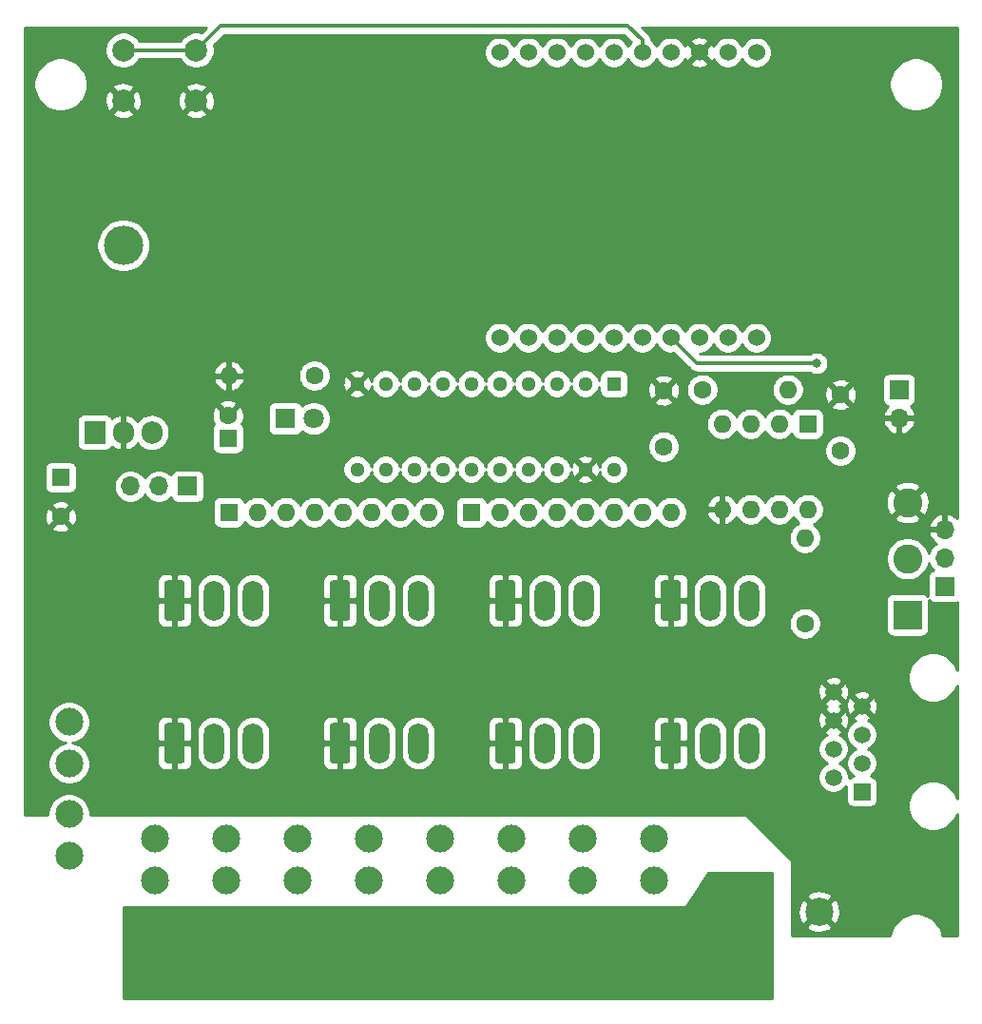
<source format=gbr>
G04 #@! TF.GenerationSoftware,KiCad,Pcbnew,(5.1.9)-1*
G04 #@! TF.CreationDate,2021-05-12T23:26:12-04:00*
G04 #@! TF.ProjectId,ESP32_Controller,45535033-325f-4436-9f6e-74726f6c6c65,v1.2*
G04 #@! TF.SameCoordinates,Original*
G04 #@! TF.FileFunction,Copper,L2,Bot*
G04 #@! TF.FilePolarity,Positive*
%FSLAX46Y46*%
G04 Gerber Fmt 4.6, Leading zero omitted, Abs format (unit mm)*
G04 Created by KiCad (PCBNEW (5.1.9)-1) date 2021-05-12 23:26:12*
%MOMM*%
%LPD*%
G01*
G04 APERTURE LIST*
G04 #@! TA.AperFunction,ComponentPad*
%ADD10O,1.700000X1.700000*%
G04 #@! TD*
G04 #@! TA.AperFunction,ComponentPad*
%ADD11R,1.700000X1.700000*%
G04 #@! TD*
G04 #@! TA.AperFunction,ComponentPad*
%ADD12C,1.524000*%
G04 #@! TD*
G04 #@! TA.AperFunction,ComponentPad*
%ADD13C,1.500000*%
G04 #@! TD*
G04 #@! TA.AperFunction,ComponentPad*
%ADD14R,1.500000X1.500000*%
G04 #@! TD*
G04 #@! TA.AperFunction,ComponentPad*
%ADD15O,1.600000X1.600000*%
G04 #@! TD*
G04 #@! TA.AperFunction,ComponentPad*
%ADD16C,1.600000*%
G04 #@! TD*
G04 #@! TA.AperFunction,ComponentPad*
%ADD17C,1.800000*%
G04 #@! TD*
G04 #@! TA.AperFunction,ComponentPad*
%ADD18R,1.800000X1.800000*%
G04 #@! TD*
G04 #@! TA.AperFunction,ComponentPad*
%ADD19C,2.000000*%
G04 #@! TD*
G04 #@! TA.AperFunction,ComponentPad*
%ADD20R,1.600000X1.600000*%
G04 #@! TD*
G04 #@! TA.AperFunction,ComponentPad*
%ADD21C,2.600000*%
G04 #@! TD*
G04 #@! TA.AperFunction,ComponentPad*
%ADD22R,2.600000X2.600000*%
G04 #@! TD*
G04 #@! TA.AperFunction,ComponentPad*
%ADD23O,1.905000X2.000000*%
G04 #@! TD*
G04 #@! TA.AperFunction,ComponentPad*
%ADD24R,1.905000X2.000000*%
G04 #@! TD*
G04 #@! TA.AperFunction,ComponentPad*
%ADD25O,3.500000X3.500000*%
G04 #@! TD*
G04 #@! TA.AperFunction,ComponentPad*
%ADD26O,1.800000X3.600000*%
G04 #@! TD*
G04 #@! TA.AperFunction,ComponentPad*
%ADD27C,2.475000*%
G04 #@! TD*
G04 #@! TA.AperFunction,ComponentPad*
%ADD28C,1.295400*%
G04 #@! TD*
G04 #@! TA.AperFunction,ComponentPad*
%ADD29R,1.295400X1.295400*%
G04 #@! TD*
G04 #@! TA.AperFunction,ComponentPad*
%ADD30C,2.500000*%
G04 #@! TD*
G04 #@! TA.AperFunction,ComponentPad*
%ADD31R,2.500000X2.500000*%
G04 #@! TD*
G04 #@! TA.AperFunction,ViaPad*
%ADD32C,0.800000*%
G04 #@! TD*
G04 #@! TA.AperFunction,Conductor*
%ADD33C,0.350000*%
G04 #@! TD*
G04 #@! TA.AperFunction,Conductor*
%ADD34C,0.254000*%
G04 #@! TD*
G04 #@! TA.AperFunction,Conductor*
%ADD35C,0.100000*%
G04 #@! TD*
G04 APERTURE END LIST*
D10*
X126120000Y-87100000D03*
X128660000Y-87100000D03*
D11*
X131200000Y-87100000D03*
D12*
X181864000Y-73863200D03*
X179324000Y-73863200D03*
X176784000Y-73863200D03*
X174244000Y-73863200D03*
X171704000Y-73863200D03*
X169164000Y-73863200D03*
X166624000Y-73863200D03*
X164084000Y-73863200D03*
X161544000Y-73863200D03*
X159004000Y-73863200D03*
X159004000Y-48463200D03*
X161544000Y-48463200D03*
X164084000Y-48463200D03*
X166624000Y-48463200D03*
X169164000Y-48463200D03*
X171704000Y-48463200D03*
X174244000Y-48463200D03*
X176784000Y-48463200D03*
X179324000Y-48463200D03*
X181864000Y-48463200D03*
D10*
X198628000Y-90932000D03*
X198628000Y-93472000D03*
D11*
X198628000Y-96012000D03*
D13*
X188722000Y-105410000D03*
X191262000Y-106680000D03*
X188722000Y-107950000D03*
X191262000Y-109220000D03*
X188722000Y-110490000D03*
X191262000Y-111760000D03*
X188722000Y-113030000D03*
D14*
X191262000Y-114300000D03*
D15*
X184658000Y-78486000D03*
D16*
X177038000Y-78486000D03*
D17*
X142443200Y-81076800D03*
D18*
X139903200Y-81076800D03*
D15*
X134874000Y-77254100D03*
D16*
X142494000Y-77254100D03*
D11*
X194564000Y-78486000D03*
D10*
X194564000Y-81026000D03*
D19*
X125476000Y-52760000D03*
X125476000Y-48260000D03*
X131976000Y-52760000D03*
X131976000Y-48260000D03*
D15*
X186436000Y-89154000D03*
X178816000Y-81534000D03*
X183896000Y-89154000D03*
X181356000Y-81534000D03*
X181356000Y-89154000D03*
X183896000Y-81534000D03*
X178816000Y-89154000D03*
D20*
X186436000Y-81534000D03*
D15*
X186182000Y-91694000D03*
D16*
X186182000Y-99314000D03*
D21*
X195326000Y-88552000D03*
X195326000Y-93552000D03*
D22*
X195326000Y-98552000D03*
D16*
X189357000Y-78947000D03*
X189357000Y-83947000D03*
D23*
X128016000Y-82296000D03*
X125476000Y-82296000D03*
D24*
X122936000Y-82296000D03*
D25*
X125476000Y-65636000D03*
D26*
X137048000Y-109982000D03*
X133548000Y-109982000D03*
G04 #@! TA.AperFunction,ComponentPad*
G36*
G01*
X129148000Y-111532000D02*
X129148000Y-108432000D01*
G75*
G02*
X129398000Y-108182000I250000J0D01*
G01*
X130698000Y-108182000D01*
G75*
G02*
X130948000Y-108432000I0J-250000D01*
G01*
X130948000Y-111532000D01*
G75*
G02*
X130698000Y-111782000I-250000J0D01*
G01*
X129398000Y-111782000D01*
G75*
G02*
X129148000Y-111532000I0J250000D01*
G01*
G37*
G04 #@! TD.AperFunction*
X166512000Y-109982000D03*
X163012000Y-109982000D03*
G04 #@! TA.AperFunction,ComponentPad*
G36*
G01*
X158612000Y-111532000D02*
X158612000Y-108432000D01*
G75*
G02*
X158862000Y-108182000I250000J0D01*
G01*
X160162000Y-108182000D01*
G75*
G02*
X160412000Y-108432000I0J-250000D01*
G01*
X160412000Y-111532000D01*
G75*
G02*
X160162000Y-111782000I-250000J0D01*
G01*
X158862000Y-111782000D01*
G75*
G02*
X158612000Y-111532000I0J250000D01*
G01*
G37*
G04 #@! TD.AperFunction*
X151780000Y-109982000D03*
X148280000Y-109982000D03*
G04 #@! TA.AperFunction,ComponentPad*
G36*
G01*
X143880000Y-111532000D02*
X143880000Y-108432000D01*
G75*
G02*
X144130000Y-108182000I250000J0D01*
G01*
X145430000Y-108182000D01*
G75*
G02*
X145680000Y-108432000I0J-250000D01*
G01*
X145680000Y-111532000D01*
G75*
G02*
X145430000Y-111782000I-250000J0D01*
G01*
X144130000Y-111782000D01*
G75*
G02*
X143880000Y-111532000I0J250000D01*
G01*
G37*
G04 #@! TD.AperFunction*
X181244000Y-109982000D03*
X177744000Y-109982000D03*
G04 #@! TA.AperFunction,ComponentPad*
G36*
G01*
X173344000Y-111532000D02*
X173344000Y-108432000D01*
G75*
G02*
X173594000Y-108182000I250000J0D01*
G01*
X174894000Y-108182000D01*
G75*
G02*
X175144000Y-108432000I0J-250000D01*
G01*
X175144000Y-111532000D01*
G75*
G02*
X174894000Y-111782000I-250000J0D01*
G01*
X173594000Y-111782000D01*
G75*
G02*
X173344000Y-111532000I0J250000D01*
G01*
G37*
G04 #@! TD.AperFunction*
D15*
X174244000Y-89408000D03*
X171704000Y-89408000D03*
X169164000Y-89408000D03*
X166624000Y-89408000D03*
X164084000Y-89408000D03*
X161544000Y-89408000D03*
X159004000Y-89408000D03*
D20*
X156464000Y-89408000D03*
D15*
X152654000Y-89408000D03*
X150114000Y-89408000D03*
X147574000Y-89408000D03*
X145034000Y-89408000D03*
X142494000Y-89408000D03*
X139954000Y-89408000D03*
X137414000Y-89408000D03*
D20*
X134874000Y-89408000D03*
D16*
X173609000Y-78566000D03*
X173609000Y-83566000D03*
X119900000Y-89800000D03*
D20*
X119900000Y-86300000D03*
D27*
X120650000Y-108096000D03*
X120650000Y-119996000D03*
X120650000Y-111796000D03*
X120650000Y-116296000D03*
D28*
X169164000Y-85598000D03*
X166624000Y-85598000D03*
X164084000Y-85598000D03*
X161544000Y-85598000D03*
X159004000Y-85598000D03*
X156464000Y-85598000D03*
X153924000Y-85598000D03*
X151384000Y-85598000D03*
X148844000Y-85598000D03*
X146304000Y-85598000D03*
X146304000Y-77978000D03*
X148844000Y-77978000D03*
X151384000Y-77978000D03*
X153924000Y-77978000D03*
X156464000Y-77978000D03*
X159004000Y-77978000D03*
X161544000Y-77978000D03*
X164084000Y-77978000D03*
X166624000Y-77978000D03*
D29*
X169164000Y-77978000D03*
D27*
X128270000Y-118510000D03*
X128270000Y-130410000D03*
X128270000Y-122210000D03*
X128270000Y-126710000D03*
D26*
X181244000Y-97282000D03*
X177744000Y-97282000D03*
G04 #@! TA.AperFunction,ComponentPad*
G36*
G01*
X173344000Y-98832000D02*
X173344000Y-95732000D01*
G75*
G02*
X173594000Y-95482000I250000J0D01*
G01*
X174894000Y-95482000D01*
G75*
G02*
X175144000Y-95732000I0J-250000D01*
G01*
X175144000Y-98832000D01*
G75*
G02*
X174894000Y-99082000I-250000J0D01*
G01*
X173594000Y-99082000D01*
G75*
G02*
X173344000Y-98832000I0J250000D01*
G01*
G37*
G04 #@! TD.AperFunction*
D27*
X172720000Y-118510000D03*
X172720000Y-130410000D03*
X172720000Y-122210000D03*
X172720000Y-126710000D03*
X166370000Y-118510000D03*
X166370000Y-130410000D03*
X166370000Y-122210000D03*
X166370000Y-126710000D03*
X160020000Y-118510000D03*
X160020000Y-130410000D03*
X160020000Y-122210000D03*
X160020000Y-126710000D03*
X153670000Y-118510000D03*
X153670000Y-130410000D03*
X153670000Y-122210000D03*
X153670000Y-126710000D03*
X147320000Y-118510000D03*
X147320000Y-130410000D03*
X147320000Y-122210000D03*
X147320000Y-126710000D03*
X140970000Y-118510000D03*
X140970000Y-130410000D03*
X140970000Y-122210000D03*
X140970000Y-126710000D03*
X134620000Y-118510000D03*
X134620000Y-130410000D03*
X134620000Y-122210000D03*
X134620000Y-126710000D03*
D30*
X187452000Y-124968000D03*
D31*
X181102000Y-124968000D03*
D26*
X166512000Y-97282000D03*
X163012000Y-97282000D03*
G04 #@! TA.AperFunction,ComponentPad*
G36*
G01*
X158612000Y-98832000D02*
X158612000Y-95732000D01*
G75*
G02*
X158862000Y-95482000I250000J0D01*
G01*
X160162000Y-95482000D01*
G75*
G02*
X160412000Y-95732000I0J-250000D01*
G01*
X160412000Y-98832000D01*
G75*
G02*
X160162000Y-99082000I-250000J0D01*
G01*
X158862000Y-99082000D01*
G75*
G02*
X158612000Y-98832000I0J250000D01*
G01*
G37*
G04 #@! TD.AperFunction*
X151780000Y-97282000D03*
X148280000Y-97282000D03*
G04 #@! TA.AperFunction,ComponentPad*
G36*
G01*
X143880000Y-98832000D02*
X143880000Y-95732000D01*
G75*
G02*
X144130000Y-95482000I250000J0D01*
G01*
X145430000Y-95482000D01*
G75*
G02*
X145680000Y-95732000I0J-250000D01*
G01*
X145680000Y-98832000D01*
G75*
G02*
X145430000Y-99082000I-250000J0D01*
G01*
X144130000Y-99082000D01*
G75*
G02*
X143880000Y-98832000I0J250000D01*
G01*
G37*
G04 #@! TD.AperFunction*
X137048000Y-97282000D03*
X133548000Y-97282000D03*
G04 #@! TA.AperFunction,ComponentPad*
G36*
G01*
X129148000Y-98832000D02*
X129148000Y-95732000D01*
G75*
G02*
X129398000Y-95482000I250000J0D01*
G01*
X130698000Y-95482000D01*
G75*
G02*
X130948000Y-95732000I0J-250000D01*
G01*
X130948000Y-98832000D01*
G75*
G02*
X130698000Y-99082000I-250000J0D01*
G01*
X129398000Y-99082000D01*
G75*
G02*
X129148000Y-98832000I0J250000D01*
G01*
G37*
G04 #@! TD.AperFunction*
D16*
X134800000Y-80800000D03*
D20*
X134800000Y-82800000D03*
D32*
X121285000Y-61595000D03*
X122555000Y-61595000D03*
X123825000Y-61595000D03*
X129540000Y-61595000D03*
X128270000Y-61595000D03*
X127000000Y-61595000D03*
X121285000Y-63500000D03*
X122555000Y-63500000D03*
X129540000Y-63500000D03*
X128270000Y-63500000D03*
X121285000Y-64770000D03*
X122555000Y-64770000D03*
X121285000Y-66040000D03*
X121285000Y-67310000D03*
X121285000Y-68580000D03*
X122555000Y-66040000D03*
X122555000Y-67310000D03*
X122555000Y-68580000D03*
X128270000Y-64770000D03*
X129540000Y-64770000D03*
X129540000Y-66040000D03*
X128270000Y-66040000D03*
X128270000Y-67310000D03*
X129540000Y-67310000D03*
X129540000Y-68580000D03*
X128270000Y-68580000D03*
X121285000Y-76200000D03*
X122555000Y-76200000D03*
X123825000Y-76200000D03*
X127000000Y-76200000D03*
X128270000Y-76200000D03*
X129540000Y-76200000D03*
X129540000Y-74930000D03*
X128270000Y-74930000D03*
X127000000Y-74930000D03*
X123825000Y-74930000D03*
X122555000Y-74930000D03*
X121285000Y-74930000D03*
X121285000Y-73660000D03*
X122555000Y-73660000D03*
X123825000Y-73660000D03*
X123825000Y-72390000D03*
X122555000Y-72390000D03*
X121285000Y-72390000D03*
X121285000Y-71120000D03*
X122555000Y-71120000D03*
X123825000Y-71120000D03*
X127000000Y-71120000D03*
X128270000Y-71120000D03*
X129540000Y-71120000D03*
X129540000Y-72390000D03*
X129540000Y-73660000D03*
X128270000Y-73660000D03*
X128270000Y-72390000D03*
X127000000Y-72390000D03*
X127000000Y-73660000D03*
X129540000Y-69850000D03*
X128270000Y-69850000D03*
X127000000Y-69850000D03*
X123825000Y-69850000D03*
X122555000Y-69850000D03*
X121285000Y-69850000D03*
X187248800Y-76149200D03*
D33*
X176530000Y-76149200D02*
X174244000Y-73863200D01*
X187248800Y-76149200D02*
X176530000Y-76149200D01*
X131976000Y-48260000D02*
X125476000Y-48260000D01*
X134135000Y-46101000D02*
X131976000Y-48260000D01*
X170419430Y-46101000D02*
X134135000Y-46101000D01*
X171704000Y-48463200D02*
X171704000Y-47385570D01*
X171704000Y-47385570D02*
X170419430Y-46101000D01*
D34*
X183261000Y-132690000D02*
X125476000Y-132690000D01*
X125476000Y-124587000D01*
X175514000Y-124587000D01*
X175538776Y-124584560D01*
X175562601Y-124577333D01*
X175584557Y-124565597D01*
X175603803Y-124549803D01*
X175619670Y-124530447D01*
X177613968Y-121539000D01*
X183261000Y-121539000D01*
X183261000Y-132690000D01*
G04 #@! TA.AperFunction,Conductor*
D35*
G36*
X183261000Y-132690000D02*
G01*
X125476000Y-132690000D01*
X125476000Y-124587000D01*
X175514000Y-124587000D01*
X175538776Y-124584560D01*
X175562601Y-124577333D01*
X175584557Y-124565597D01*
X175603803Y-124549803D01*
X175619670Y-124530447D01*
X177613968Y-121539000D01*
X183261000Y-121539000D01*
X183261000Y-132690000D01*
G37*
G04 #@! TD.AperFunction*
D34*
X132410994Y-46679494D02*
X132137033Y-46625000D01*
X131814967Y-46625000D01*
X131499088Y-46687832D01*
X131201537Y-46811082D01*
X130933748Y-46990013D01*
X130706013Y-47217748D01*
X130550827Y-47450000D01*
X126901173Y-47450000D01*
X126745987Y-47217748D01*
X126518252Y-46990013D01*
X126250463Y-46811082D01*
X125952912Y-46687832D01*
X125637033Y-46625000D01*
X125314967Y-46625000D01*
X124999088Y-46687832D01*
X124701537Y-46811082D01*
X124433748Y-46990013D01*
X124206013Y-47217748D01*
X124027082Y-47485537D01*
X123903832Y-47783088D01*
X123841000Y-48098967D01*
X123841000Y-48421033D01*
X123903832Y-48736912D01*
X124027082Y-49034463D01*
X124206013Y-49302252D01*
X124433748Y-49529987D01*
X124701537Y-49708918D01*
X124999088Y-49832168D01*
X125314967Y-49895000D01*
X125637033Y-49895000D01*
X125952912Y-49832168D01*
X126250463Y-49708918D01*
X126518252Y-49529987D01*
X126745987Y-49302252D01*
X126901173Y-49070000D01*
X130550827Y-49070000D01*
X130706013Y-49302252D01*
X130933748Y-49529987D01*
X131201537Y-49708918D01*
X131499088Y-49832168D01*
X131814967Y-49895000D01*
X132137033Y-49895000D01*
X132452912Y-49832168D01*
X132750463Y-49708918D01*
X133018252Y-49529987D01*
X133245987Y-49302252D01*
X133424918Y-49034463D01*
X133548168Y-48736912D01*
X133611000Y-48421033D01*
X133611000Y-48098967D01*
X133556506Y-47825006D01*
X134470513Y-46911000D01*
X170083918Y-46911000D01*
X170682231Y-47509314D01*
X170618880Y-47572665D01*
X170465995Y-47801473D01*
X170434000Y-47878715D01*
X170402005Y-47801473D01*
X170249120Y-47572665D01*
X170054535Y-47378080D01*
X169825727Y-47225195D01*
X169571490Y-47119886D01*
X169301592Y-47066200D01*
X169026408Y-47066200D01*
X168756510Y-47119886D01*
X168502273Y-47225195D01*
X168273465Y-47378080D01*
X168078880Y-47572665D01*
X167925995Y-47801473D01*
X167894000Y-47878715D01*
X167862005Y-47801473D01*
X167709120Y-47572665D01*
X167514535Y-47378080D01*
X167285727Y-47225195D01*
X167031490Y-47119886D01*
X166761592Y-47066200D01*
X166486408Y-47066200D01*
X166216510Y-47119886D01*
X165962273Y-47225195D01*
X165733465Y-47378080D01*
X165538880Y-47572665D01*
X165385995Y-47801473D01*
X165354000Y-47878715D01*
X165322005Y-47801473D01*
X165169120Y-47572665D01*
X164974535Y-47378080D01*
X164745727Y-47225195D01*
X164491490Y-47119886D01*
X164221592Y-47066200D01*
X163946408Y-47066200D01*
X163676510Y-47119886D01*
X163422273Y-47225195D01*
X163193465Y-47378080D01*
X162998880Y-47572665D01*
X162845995Y-47801473D01*
X162814000Y-47878715D01*
X162782005Y-47801473D01*
X162629120Y-47572665D01*
X162434535Y-47378080D01*
X162205727Y-47225195D01*
X161951490Y-47119886D01*
X161681592Y-47066200D01*
X161406408Y-47066200D01*
X161136510Y-47119886D01*
X160882273Y-47225195D01*
X160653465Y-47378080D01*
X160458880Y-47572665D01*
X160305995Y-47801473D01*
X160274000Y-47878715D01*
X160242005Y-47801473D01*
X160089120Y-47572665D01*
X159894535Y-47378080D01*
X159665727Y-47225195D01*
X159411490Y-47119886D01*
X159141592Y-47066200D01*
X158866408Y-47066200D01*
X158596510Y-47119886D01*
X158342273Y-47225195D01*
X158113465Y-47378080D01*
X157918880Y-47572665D01*
X157765995Y-47801473D01*
X157660686Y-48055710D01*
X157607000Y-48325608D01*
X157607000Y-48600792D01*
X157660686Y-48870690D01*
X157765995Y-49124927D01*
X157918880Y-49353735D01*
X158113465Y-49548320D01*
X158342273Y-49701205D01*
X158596510Y-49806514D01*
X158866408Y-49860200D01*
X159141592Y-49860200D01*
X159411490Y-49806514D01*
X159665727Y-49701205D01*
X159894535Y-49548320D01*
X160089120Y-49353735D01*
X160242005Y-49124927D01*
X160274000Y-49047685D01*
X160305995Y-49124927D01*
X160458880Y-49353735D01*
X160653465Y-49548320D01*
X160882273Y-49701205D01*
X161136510Y-49806514D01*
X161406408Y-49860200D01*
X161681592Y-49860200D01*
X161951490Y-49806514D01*
X162205727Y-49701205D01*
X162434535Y-49548320D01*
X162629120Y-49353735D01*
X162782005Y-49124927D01*
X162814000Y-49047685D01*
X162845995Y-49124927D01*
X162998880Y-49353735D01*
X163193465Y-49548320D01*
X163422273Y-49701205D01*
X163676510Y-49806514D01*
X163946408Y-49860200D01*
X164221592Y-49860200D01*
X164491490Y-49806514D01*
X164745727Y-49701205D01*
X164974535Y-49548320D01*
X165169120Y-49353735D01*
X165322005Y-49124927D01*
X165354000Y-49047685D01*
X165385995Y-49124927D01*
X165538880Y-49353735D01*
X165733465Y-49548320D01*
X165962273Y-49701205D01*
X166216510Y-49806514D01*
X166486408Y-49860200D01*
X166761592Y-49860200D01*
X167031490Y-49806514D01*
X167285727Y-49701205D01*
X167514535Y-49548320D01*
X167709120Y-49353735D01*
X167862005Y-49124927D01*
X167894000Y-49047685D01*
X167925995Y-49124927D01*
X168078880Y-49353735D01*
X168273465Y-49548320D01*
X168502273Y-49701205D01*
X168756510Y-49806514D01*
X169026408Y-49860200D01*
X169301592Y-49860200D01*
X169571490Y-49806514D01*
X169825727Y-49701205D01*
X170054535Y-49548320D01*
X170249120Y-49353735D01*
X170402005Y-49124927D01*
X170434000Y-49047685D01*
X170465995Y-49124927D01*
X170618880Y-49353735D01*
X170813465Y-49548320D01*
X171042273Y-49701205D01*
X171296510Y-49806514D01*
X171566408Y-49860200D01*
X171841592Y-49860200D01*
X172111490Y-49806514D01*
X172365727Y-49701205D01*
X172594535Y-49548320D01*
X172789120Y-49353735D01*
X172942005Y-49124927D01*
X172974000Y-49047685D01*
X173005995Y-49124927D01*
X173158880Y-49353735D01*
X173353465Y-49548320D01*
X173582273Y-49701205D01*
X173836510Y-49806514D01*
X174106408Y-49860200D01*
X174381592Y-49860200D01*
X174651490Y-49806514D01*
X174905727Y-49701205D01*
X175134535Y-49548320D01*
X175254090Y-49428765D01*
X175998040Y-49428765D01*
X176065020Y-49668856D01*
X176314048Y-49785956D01*
X176581135Y-49852223D01*
X176856017Y-49865110D01*
X177128133Y-49824122D01*
X177387023Y-49730836D01*
X177502980Y-49668856D01*
X177569960Y-49428765D01*
X176784000Y-48642805D01*
X175998040Y-49428765D01*
X175254090Y-49428765D01*
X175329120Y-49353735D01*
X175482005Y-49124927D01*
X175511692Y-49053257D01*
X175516364Y-49066223D01*
X175578344Y-49182180D01*
X175818435Y-49249160D01*
X176604395Y-48463200D01*
X176963605Y-48463200D01*
X177749565Y-49249160D01*
X177989656Y-49182180D01*
X178053485Y-49046440D01*
X178085995Y-49124927D01*
X178238880Y-49353735D01*
X178433465Y-49548320D01*
X178662273Y-49701205D01*
X178916510Y-49806514D01*
X179186408Y-49860200D01*
X179461592Y-49860200D01*
X179731490Y-49806514D01*
X179985727Y-49701205D01*
X180214535Y-49548320D01*
X180409120Y-49353735D01*
X180562005Y-49124927D01*
X180594000Y-49047685D01*
X180625995Y-49124927D01*
X180778880Y-49353735D01*
X180973465Y-49548320D01*
X181202273Y-49701205D01*
X181456510Y-49806514D01*
X181726408Y-49860200D01*
X182001592Y-49860200D01*
X182271490Y-49806514D01*
X182525727Y-49701205D01*
X182754535Y-49548320D01*
X182949120Y-49353735D01*
X183102005Y-49124927D01*
X183207314Y-48870690D01*
X183261000Y-48600792D01*
X183261000Y-48325608D01*
X183207314Y-48055710D01*
X183102005Y-47801473D01*
X182949120Y-47572665D01*
X182754535Y-47378080D01*
X182525727Y-47225195D01*
X182271490Y-47119886D01*
X182001592Y-47066200D01*
X181726408Y-47066200D01*
X181456510Y-47119886D01*
X181202273Y-47225195D01*
X180973465Y-47378080D01*
X180778880Y-47572665D01*
X180625995Y-47801473D01*
X180594000Y-47878715D01*
X180562005Y-47801473D01*
X180409120Y-47572665D01*
X180214535Y-47378080D01*
X179985727Y-47225195D01*
X179731490Y-47119886D01*
X179461592Y-47066200D01*
X179186408Y-47066200D01*
X178916510Y-47119886D01*
X178662273Y-47225195D01*
X178433465Y-47378080D01*
X178238880Y-47572665D01*
X178085995Y-47801473D01*
X178056308Y-47873143D01*
X178051636Y-47860177D01*
X177989656Y-47744220D01*
X177749565Y-47677240D01*
X176963605Y-48463200D01*
X176604395Y-48463200D01*
X175818435Y-47677240D01*
X175578344Y-47744220D01*
X175514515Y-47879960D01*
X175482005Y-47801473D01*
X175329120Y-47572665D01*
X175254090Y-47497635D01*
X175998040Y-47497635D01*
X176784000Y-48283595D01*
X177569960Y-47497635D01*
X177502980Y-47257544D01*
X177253952Y-47140444D01*
X176986865Y-47074177D01*
X176711983Y-47061290D01*
X176439867Y-47102278D01*
X176180977Y-47195564D01*
X176065020Y-47257544D01*
X175998040Y-47497635D01*
X175254090Y-47497635D01*
X175134535Y-47378080D01*
X174905727Y-47225195D01*
X174651490Y-47119886D01*
X174381592Y-47066200D01*
X174106408Y-47066200D01*
X173836510Y-47119886D01*
X173582273Y-47225195D01*
X173353465Y-47378080D01*
X173158880Y-47572665D01*
X173005995Y-47801473D01*
X172974000Y-47878715D01*
X172942005Y-47801473D01*
X172789120Y-47572665D01*
X172594535Y-47378080D01*
X172511732Y-47322753D01*
X172502280Y-47226782D01*
X172455963Y-47074097D01*
X172411019Y-46990013D01*
X172380749Y-46933380D01*
X172314752Y-46852963D01*
X172279528Y-46810042D01*
X172248618Y-46784675D01*
X171691943Y-46228000D01*
X199746000Y-46228000D01*
X199746001Y-89959098D01*
X199725588Y-89931731D01*
X199509355Y-89736822D01*
X199259252Y-89587843D01*
X198984891Y-89490519D01*
X198755000Y-89611186D01*
X198755000Y-90805000D01*
X198775000Y-90805000D01*
X198775000Y-91059000D01*
X198755000Y-91059000D01*
X198755000Y-91079000D01*
X198501000Y-91079000D01*
X198501000Y-91059000D01*
X197307845Y-91059000D01*
X197186524Y-91288890D01*
X197231175Y-91436099D01*
X197356359Y-91698920D01*
X197530412Y-91932269D01*
X197746645Y-92127178D01*
X197863534Y-92196805D01*
X197681368Y-92318525D01*
X197474525Y-92525368D01*
X197312010Y-92768589D01*
X197200068Y-93038842D01*
X197198452Y-93046968D01*
X197186639Y-92987581D01*
X197040775Y-92635434D01*
X196829013Y-92318509D01*
X196559491Y-92048987D01*
X196242566Y-91837225D01*
X195890419Y-91691361D01*
X195516581Y-91617000D01*
X195135419Y-91617000D01*
X194761581Y-91691361D01*
X194409434Y-91837225D01*
X194092509Y-92048987D01*
X193822987Y-92318509D01*
X193611225Y-92635434D01*
X193465361Y-92987581D01*
X193391000Y-93361419D01*
X193391000Y-93742581D01*
X193465361Y-94116419D01*
X193611225Y-94468566D01*
X193822987Y-94785491D01*
X194092509Y-95055013D01*
X194409434Y-95266775D01*
X194761581Y-95412639D01*
X195135419Y-95487000D01*
X195516581Y-95487000D01*
X195890419Y-95412639D01*
X196242566Y-95266775D01*
X196559491Y-95055013D01*
X196829013Y-94785491D01*
X197040775Y-94468566D01*
X197186639Y-94116419D01*
X197219385Y-93951794D01*
X197312010Y-94175411D01*
X197474525Y-94418632D01*
X197606380Y-94550487D01*
X197533820Y-94572498D01*
X197423506Y-94631463D01*
X197326815Y-94710815D01*
X197247463Y-94807506D01*
X197188498Y-94917820D01*
X197152188Y-95037518D01*
X197139928Y-95162000D01*
X197139928Y-96862000D01*
X197141637Y-96879350D01*
X197077185Y-96800815D01*
X196980494Y-96721463D01*
X196870180Y-96662498D01*
X196750482Y-96626188D01*
X196626000Y-96613928D01*
X194026000Y-96613928D01*
X193901518Y-96626188D01*
X193781820Y-96662498D01*
X193671506Y-96721463D01*
X193574815Y-96800815D01*
X193495463Y-96897506D01*
X193436498Y-97007820D01*
X193400188Y-97127518D01*
X193387928Y-97252000D01*
X193387928Y-99852000D01*
X193400188Y-99976482D01*
X193436498Y-100096180D01*
X193495463Y-100206494D01*
X193574815Y-100303185D01*
X193671506Y-100382537D01*
X193781820Y-100441502D01*
X193901518Y-100477812D01*
X194026000Y-100490072D01*
X196626000Y-100490072D01*
X196750482Y-100477812D01*
X196870180Y-100441502D01*
X196980494Y-100382537D01*
X197077185Y-100303185D01*
X197156537Y-100206494D01*
X197215502Y-100096180D01*
X197251812Y-99976482D01*
X197264072Y-99852000D01*
X197264072Y-97252000D01*
X197262363Y-97234650D01*
X197326815Y-97313185D01*
X197423506Y-97392537D01*
X197533820Y-97451502D01*
X197653518Y-97487812D01*
X197778000Y-97500072D01*
X199478000Y-97500072D01*
X199602482Y-97487812D01*
X199722180Y-97451502D01*
X199746001Y-97438769D01*
X199746001Y-103451598D01*
X199592631Y-103081331D01*
X199348038Y-102715271D01*
X199036729Y-102403962D01*
X198670669Y-102159369D01*
X198263925Y-101990890D01*
X197832128Y-101905000D01*
X197391872Y-101905000D01*
X196960075Y-101990890D01*
X196553331Y-102159369D01*
X196187271Y-102403962D01*
X195875962Y-102715271D01*
X195631369Y-103081331D01*
X195462890Y-103488075D01*
X195377000Y-103919872D01*
X195377000Y-104360128D01*
X195462890Y-104791925D01*
X195631369Y-105198669D01*
X195875962Y-105564729D01*
X196187271Y-105876038D01*
X196553331Y-106120631D01*
X196960075Y-106289110D01*
X197391872Y-106375000D01*
X197832128Y-106375000D01*
X198263925Y-106289110D01*
X198670669Y-106120631D01*
X199036729Y-105876038D01*
X199348038Y-105564729D01*
X199592631Y-105198669D01*
X199746001Y-104828402D01*
X199746001Y-114881598D01*
X199592631Y-114511331D01*
X199348038Y-114145271D01*
X199036729Y-113833962D01*
X198670669Y-113589369D01*
X198263925Y-113420890D01*
X197832128Y-113335000D01*
X197391872Y-113335000D01*
X196960075Y-113420890D01*
X196553331Y-113589369D01*
X196187271Y-113833962D01*
X195875962Y-114145271D01*
X195631369Y-114511331D01*
X195462890Y-114918075D01*
X195377000Y-115349872D01*
X195377000Y-115790128D01*
X195462890Y-116221925D01*
X195631369Y-116628669D01*
X195875962Y-116994729D01*
X196187271Y-117306038D01*
X196553331Y-117550631D01*
X196960075Y-117719110D01*
X197391872Y-117805000D01*
X197832128Y-117805000D01*
X198263925Y-117719110D01*
X198670669Y-117550631D01*
X199036729Y-117306038D01*
X199348038Y-116994729D01*
X199592631Y-116628669D01*
X199746001Y-116258402D01*
X199746001Y-127127000D01*
X198443939Y-127127000D01*
X198381346Y-126812321D01*
X198201560Y-126378279D01*
X197940550Y-125987651D01*
X197608349Y-125655450D01*
X197217721Y-125394440D01*
X196783679Y-125214654D01*
X196322902Y-125123000D01*
X195853098Y-125123000D01*
X195392321Y-125214654D01*
X194958279Y-125394440D01*
X194567651Y-125655450D01*
X194235450Y-125987651D01*
X193974440Y-126378279D01*
X193794654Y-126812321D01*
X193732061Y-127127000D01*
X185039000Y-127127000D01*
X185039000Y-126281605D01*
X186318000Y-126281605D01*
X186443914Y-126571577D01*
X186776126Y-126737433D01*
X187134312Y-126835290D01*
X187504706Y-126861389D01*
X187873075Y-126814725D01*
X188225262Y-126697094D01*
X188460086Y-126571577D01*
X188586000Y-126281605D01*
X187452000Y-125147605D01*
X186318000Y-126281605D01*
X185039000Y-126281605D01*
X185039000Y-125020706D01*
X185558611Y-125020706D01*
X185605275Y-125389075D01*
X185722906Y-125741262D01*
X185848423Y-125976086D01*
X186138395Y-126102000D01*
X187272395Y-124968000D01*
X187631605Y-124968000D01*
X188765605Y-126102000D01*
X189055577Y-125976086D01*
X189221433Y-125643874D01*
X189319290Y-125285688D01*
X189345389Y-124915294D01*
X189298725Y-124546925D01*
X189181094Y-124194738D01*
X189055577Y-123959914D01*
X188765605Y-123834000D01*
X187631605Y-124968000D01*
X187272395Y-124968000D01*
X186138395Y-123834000D01*
X185848423Y-123959914D01*
X185682567Y-124292126D01*
X185584710Y-124650312D01*
X185558611Y-125020706D01*
X185039000Y-125020706D01*
X185039000Y-123654395D01*
X186318000Y-123654395D01*
X187452000Y-124788395D01*
X188586000Y-123654395D01*
X188460086Y-123364423D01*
X188127874Y-123198567D01*
X187769688Y-123100710D01*
X187399294Y-123074611D01*
X187030925Y-123121275D01*
X186678738Y-123238906D01*
X186443914Y-123364423D01*
X186318000Y-123654395D01*
X185039000Y-123654395D01*
X185039000Y-120548400D01*
X185036560Y-120523624D01*
X185029333Y-120499799D01*
X185017597Y-120477843D01*
X185001803Y-120458597D01*
X180937803Y-116394597D01*
X180918557Y-116378803D01*
X180896601Y-116367067D01*
X180872776Y-116359840D01*
X180847987Y-116357400D01*
X122522500Y-116363163D01*
X122522500Y-116111575D01*
X122450541Y-115749812D01*
X122309388Y-115409039D01*
X122104466Y-115102351D01*
X121843649Y-114841534D01*
X121536961Y-114636612D01*
X121196188Y-114495459D01*
X120834425Y-114423500D01*
X120465575Y-114423500D01*
X120103812Y-114495459D01*
X119763039Y-114636612D01*
X119456351Y-114841534D01*
X119195534Y-115102351D01*
X118990612Y-115409039D01*
X118849459Y-115749812D01*
X118777500Y-116111575D01*
X118777500Y-116363533D01*
X116713000Y-116363737D01*
X116713000Y-107911575D01*
X118777500Y-107911575D01*
X118777500Y-108280425D01*
X118849459Y-108642188D01*
X118990612Y-108982961D01*
X119195534Y-109289649D01*
X119456351Y-109550466D01*
X119763039Y-109755388D01*
X120103812Y-109896541D01*
X120352460Y-109946000D01*
X120103812Y-109995459D01*
X119763039Y-110136612D01*
X119456351Y-110341534D01*
X119195534Y-110602351D01*
X118990612Y-110909039D01*
X118849459Y-111249812D01*
X118777500Y-111611575D01*
X118777500Y-111980425D01*
X118849459Y-112342188D01*
X118990612Y-112682961D01*
X119195534Y-112989649D01*
X119456351Y-113250466D01*
X119763039Y-113455388D01*
X120103812Y-113596541D01*
X120465575Y-113668500D01*
X120834425Y-113668500D01*
X121196188Y-113596541D01*
X121536961Y-113455388D01*
X121843649Y-113250466D01*
X122104466Y-112989649D01*
X122309388Y-112682961D01*
X122450541Y-112342188D01*
X122522500Y-111980425D01*
X122522500Y-111782000D01*
X128509928Y-111782000D01*
X128522188Y-111906482D01*
X128558498Y-112026180D01*
X128617463Y-112136494D01*
X128696815Y-112233185D01*
X128793506Y-112312537D01*
X128903820Y-112371502D01*
X129023518Y-112407812D01*
X129148000Y-112420072D01*
X129762250Y-112417000D01*
X129921000Y-112258250D01*
X129921000Y-110109000D01*
X130175000Y-110109000D01*
X130175000Y-112258250D01*
X130333750Y-112417000D01*
X130948000Y-112420072D01*
X131072482Y-112407812D01*
X131192180Y-112371502D01*
X131302494Y-112312537D01*
X131399185Y-112233185D01*
X131478537Y-112136494D01*
X131537502Y-112026180D01*
X131573812Y-111906482D01*
X131586072Y-111782000D01*
X131583000Y-110267750D01*
X131424250Y-110109000D01*
X130175000Y-110109000D01*
X129921000Y-110109000D01*
X128671750Y-110109000D01*
X128513000Y-110267750D01*
X128509928Y-111782000D01*
X122522500Y-111782000D01*
X122522500Y-111611575D01*
X122450541Y-111249812D01*
X122309388Y-110909039D01*
X122104466Y-110602351D01*
X121843649Y-110341534D01*
X121536961Y-110136612D01*
X121196188Y-109995459D01*
X120947540Y-109946000D01*
X121196188Y-109896541D01*
X121536961Y-109755388D01*
X121843649Y-109550466D01*
X122104466Y-109289649D01*
X122309388Y-108982961D01*
X122450541Y-108642188D01*
X122522500Y-108280425D01*
X122522500Y-108182000D01*
X128509928Y-108182000D01*
X128513000Y-109696250D01*
X128671750Y-109855000D01*
X129921000Y-109855000D01*
X129921000Y-107705750D01*
X130175000Y-107705750D01*
X130175000Y-109855000D01*
X131424250Y-109855000D01*
X131583000Y-109696250D01*
X131584399Y-109006593D01*
X132013000Y-109006593D01*
X132013000Y-110957408D01*
X132035211Y-111182913D01*
X132122984Y-111472261D01*
X132265520Y-111738927D01*
X132457340Y-111972661D01*
X132691074Y-112164481D01*
X132957740Y-112307017D01*
X133247088Y-112394790D01*
X133548000Y-112424427D01*
X133848913Y-112394790D01*
X134138261Y-112307017D01*
X134404927Y-112164481D01*
X134638661Y-111972661D01*
X134830481Y-111738927D01*
X134973017Y-111472261D01*
X135060790Y-111182913D01*
X135083000Y-110957408D01*
X135083000Y-109006593D01*
X135513000Y-109006593D01*
X135513000Y-110957408D01*
X135535211Y-111182913D01*
X135622984Y-111472261D01*
X135765520Y-111738927D01*
X135957340Y-111972661D01*
X136191074Y-112164481D01*
X136457740Y-112307017D01*
X136747088Y-112394790D01*
X137048000Y-112424427D01*
X137348913Y-112394790D01*
X137638261Y-112307017D01*
X137904927Y-112164481D01*
X138138661Y-111972661D01*
X138295132Y-111782000D01*
X143241928Y-111782000D01*
X143254188Y-111906482D01*
X143290498Y-112026180D01*
X143349463Y-112136494D01*
X143428815Y-112233185D01*
X143525506Y-112312537D01*
X143635820Y-112371502D01*
X143755518Y-112407812D01*
X143880000Y-112420072D01*
X144494250Y-112417000D01*
X144653000Y-112258250D01*
X144653000Y-110109000D01*
X144907000Y-110109000D01*
X144907000Y-112258250D01*
X145065750Y-112417000D01*
X145680000Y-112420072D01*
X145804482Y-112407812D01*
X145924180Y-112371502D01*
X146034494Y-112312537D01*
X146131185Y-112233185D01*
X146210537Y-112136494D01*
X146269502Y-112026180D01*
X146305812Y-111906482D01*
X146318072Y-111782000D01*
X146315000Y-110267750D01*
X146156250Y-110109000D01*
X144907000Y-110109000D01*
X144653000Y-110109000D01*
X143403750Y-110109000D01*
X143245000Y-110267750D01*
X143241928Y-111782000D01*
X138295132Y-111782000D01*
X138330481Y-111738927D01*
X138473017Y-111472261D01*
X138560790Y-111182913D01*
X138583000Y-110957408D01*
X138583000Y-109006592D01*
X138560790Y-108781087D01*
X138473017Y-108491739D01*
X138330481Y-108225073D01*
X138295133Y-108182000D01*
X143241928Y-108182000D01*
X143245000Y-109696250D01*
X143403750Y-109855000D01*
X144653000Y-109855000D01*
X144653000Y-107705750D01*
X144907000Y-107705750D01*
X144907000Y-109855000D01*
X146156250Y-109855000D01*
X146315000Y-109696250D01*
X146316399Y-109006593D01*
X146745000Y-109006593D01*
X146745000Y-110957408D01*
X146767211Y-111182913D01*
X146854984Y-111472261D01*
X146997520Y-111738927D01*
X147189340Y-111972661D01*
X147423074Y-112164481D01*
X147689740Y-112307017D01*
X147979088Y-112394790D01*
X148280000Y-112424427D01*
X148580913Y-112394790D01*
X148870261Y-112307017D01*
X149136927Y-112164481D01*
X149370661Y-111972661D01*
X149562481Y-111738927D01*
X149705017Y-111472261D01*
X149792790Y-111182913D01*
X149815000Y-110957408D01*
X149815000Y-109006593D01*
X150245000Y-109006593D01*
X150245000Y-110957408D01*
X150267211Y-111182913D01*
X150354984Y-111472261D01*
X150497520Y-111738927D01*
X150689340Y-111972661D01*
X150923074Y-112164481D01*
X151189740Y-112307017D01*
X151479088Y-112394790D01*
X151780000Y-112424427D01*
X152080913Y-112394790D01*
X152370261Y-112307017D01*
X152636927Y-112164481D01*
X152870661Y-111972661D01*
X153027132Y-111782000D01*
X157973928Y-111782000D01*
X157986188Y-111906482D01*
X158022498Y-112026180D01*
X158081463Y-112136494D01*
X158160815Y-112233185D01*
X158257506Y-112312537D01*
X158367820Y-112371502D01*
X158487518Y-112407812D01*
X158612000Y-112420072D01*
X159226250Y-112417000D01*
X159385000Y-112258250D01*
X159385000Y-110109000D01*
X159639000Y-110109000D01*
X159639000Y-112258250D01*
X159797750Y-112417000D01*
X160412000Y-112420072D01*
X160536482Y-112407812D01*
X160656180Y-112371502D01*
X160766494Y-112312537D01*
X160863185Y-112233185D01*
X160942537Y-112136494D01*
X161001502Y-112026180D01*
X161037812Y-111906482D01*
X161050072Y-111782000D01*
X161047000Y-110267750D01*
X160888250Y-110109000D01*
X159639000Y-110109000D01*
X159385000Y-110109000D01*
X158135750Y-110109000D01*
X157977000Y-110267750D01*
X157973928Y-111782000D01*
X153027132Y-111782000D01*
X153062481Y-111738927D01*
X153205017Y-111472261D01*
X153292790Y-111182913D01*
X153315000Y-110957408D01*
X153315000Y-109006592D01*
X153292790Y-108781087D01*
X153205017Y-108491739D01*
X153062481Y-108225073D01*
X153027133Y-108182000D01*
X157973928Y-108182000D01*
X157977000Y-109696250D01*
X158135750Y-109855000D01*
X159385000Y-109855000D01*
X159385000Y-107705750D01*
X159639000Y-107705750D01*
X159639000Y-109855000D01*
X160888250Y-109855000D01*
X161047000Y-109696250D01*
X161048399Y-109006593D01*
X161477000Y-109006593D01*
X161477000Y-110957408D01*
X161499211Y-111182913D01*
X161586984Y-111472261D01*
X161729520Y-111738927D01*
X161921340Y-111972661D01*
X162155074Y-112164481D01*
X162421740Y-112307017D01*
X162711088Y-112394790D01*
X163012000Y-112424427D01*
X163312913Y-112394790D01*
X163602261Y-112307017D01*
X163868927Y-112164481D01*
X164102661Y-111972661D01*
X164294481Y-111738927D01*
X164437017Y-111472261D01*
X164524790Y-111182913D01*
X164547000Y-110957408D01*
X164547000Y-109006593D01*
X164977000Y-109006593D01*
X164977000Y-110957408D01*
X164999211Y-111182913D01*
X165086984Y-111472261D01*
X165229520Y-111738927D01*
X165421340Y-111972661D01*
X165655074Y-112164481D01*
X165921740Y-112307017D01*
X166211088Y-112394790D01*
X166512000Y-112424427D01*
X166812913Y-112394790D01*
X167102261Y-112307017D01*
X167368927Y-112164481D01*
X167602661Y-111972661D01*
X167759132Y-111782000D01*
X172705928Y-111782000D01*
X172718188Y-111906482D01*
X172754498Y-112026180D01*
X172813463Y-112136494D01*
X172892815Y-112233185D01*
X172989506Y-112312537D01*
X173099820Y-112371502D01*
X173219518Y-112407812D01*
X173344000Y-112420072D01*
X173958250Y-112417000D01*
X174117000Y-112258250D01*
X174117000Y-110109000D01*
X174371000Y-110109000D01*
X174371000Y-112258250D01*
X174529750Y-112417000D01*
X175144000Y-112420072D01*
X175268482Y-112407812D01*
X175388180Y-112371502D01*
X175498494Y-112312537D01*
X175595185Y-112233185D01*
X175674537Y-112136494D01*
X175733502Y-112026180D01*
X175769812Y-111906482D01*
X175782072Y-111782000D01*
X175779000Y-110267750D01*
X175620250Y-110109000D01*
X174371000Y-110109000D01*
X174117000Y-110109000D01*
X172867750Y-110109000D01*
X172709000Y-110267750D01*
X172705928Y-111782000D01*
X167759132Y-111782000D01*
X167794481Y-111738927D01*
X167937017Y-111472261D01*
X168024790Y-111182913D01*
X168047000Y-110957408D01*
X168047000Y-109006592D01*
X168024790Y-108781087D01*
X167937017Y-108491739D01*
X167794481Y-108225073D01*
X167759133Y-108182000D01*
X172705928Y-108182000D01*
X172709000Y-109696250D01*
X172867750Y-109855000D01*
X174117000Y-109855000D01*
X174117000Y-107705750D01*
X174371000Y-107705750D01*
X174371000Y-109855000D01*
X175620250Y-109855000D01*
X175779000Y-109696250D01*
X175780399Y-109006593D01*
X176209000Y-109006593D01*
X176209000Y-110957408D01*
X176231211Y-111182913D01*
X176318984Y-111472261D01*
X176461520Y-111738927D01*
X176653340Y-111972661D01*
X176887074Y-112164481D01*
X177153740Y-112307017D01*
X177443088Y-112394790D01*
X177744000Y-112424427D01*
X178044913Y-112394790D01*
X178334261Y-112307017D01*
X178600927Y-112164481D01*
X178834661Y-111972661D01*
X179026481Y-111738927D01*
X179169017Y-111472261D01*
X179256790Y-111182913D01*
X179279000Y-110957408D01*
X179279000Y-109006593D01*
X179709000Y-109006593D01*
X179709000Y-110957408D01*
X179731211Y-111182913D01*
X179818984Y-111472261D01*
X179961520Y-111738927D01*
X180153340Y-111972661D01*
X180387074Y-112164481D01*
X180653740Y-112307017D01*
X180943088Y-112394790D01*
X181244000Y-112424427D01*
X181544913Y-112394790D01*
X181834261Y-112307017D01*
X182100927Y-112164481D01*
X182334661Y-111972661D01*
X182526481Y-111738927D01*
X182669017Y-111472261D01*
X182756790Y-111182913D01*
X182779000Y-110957408D01*
X182779000Y-110353589D01*
X187337000Y-110353589D01*
X187337000Y-110626411D01*
X187390225Y-110893989D01*
X187494629Y-111146043D01*
X187646201Y-111372886D01*
X187839114Y-111565799D01*
X188065957Y-111717371D01*
X188168873Y-111760000D01*
X188065957Y-111802629D01*
X187839114Y-111954201D01*
X187646201Y-112147114D01*
X187494629Y-112373957D01*
X187390225Y-112626011D01*
X187337000Y-112893589D01*
X187337000Y-113166411D01*
X187390225Y-113433989D01*
X187494629Y-113686043D01*
X187646201Y-113912886D01*
X187839114Y-114105799D01*
X188065957Y-114257371D01*
X188318011Y-114361775D01*
X188585589Y-114415000D01*
X188858411Y-114415000D01*
X189125989Y-114361775D01*
X189378043Y-114257371D01*
X189604886Y-114105799D01*
X189797799Y-113912886D01*
X189873928Y-113798951D01*
X189873928Y-115050000D01*
X189886188Y-115174482D01*
X189922498Y-115294180D01*
X189981463Y-115404494D01*
X190060815Y-115501185D01*
X190157506Y-115580537D01*
X190267820Y-115639502D01*
X190387518Y-115675812D01*
X190512000Y-115688072D01*
X192012000Y-115688072D01*
X192136482Y-115675812D01*
X192256180Y-115639502D01*
X192366494Y-115580537D01*
X192463185Y-115501185D01*
X192542537Y-115404494D01*
X192601502Y-115294180D01*
X192637812Y-115174482D01*
X192650072Y-115050000D01*
X192650072Y-113550000D01*
X192637812Y-113425518D01*
X192601502Y-113305820D01*
X192542537Y-113195506D01*
X192463185Y-113098815D01*
X192366494Y-113019463D01*
X192256180Y-112960498D01*
X192136482Y-112924188D01*
X192028517Y-112913555D01*
X192144886Y-112835799D01*
X192337799Y-112642886D01*
X192489371Y-112416043D01*
X192593775Y-112163989D01*
X192647000Y-111896411D01*
X192647000Y-111623589D01*
X192593775Y-111356011D01*
X192489371Y-111103957D01*
X192337799Y-110877114D01*
X192144886Y-110684201D01*
X191918043Y-110532629D01*
X191815127Y-110490000D01*
X191918043Y-110447371D01*
X192144886Y-110295799D01*
X192337799Y-110102886D01*
X192489371Y-109876043D01*
X192593775Y-109623989D01*
X192647000Y-109356411D01*
X192647000Y-109083589D01*
X192593775Y-108816011D01*
X192489371Y-108563957D01*
X192337799Y-108337114D01*
X192144886Y-108144201D01*
X191918043Y-107992629D01*
X191818721Y-107951489D01*
X191860832Y-107936277D01*
X191973863Y-107875860D01*
X192039388Y-107636993D01*
X191262000Y-106859605D01*
X190484612Y-107636993D01*
X190550137Y-107875860D01*
X190708477Y-107950164D01*
X190605957Y-107992629D01*
X190379114Y-108144201D01*
X190186201Y-108337114D01*
X190034629Y-108563957D01*
X189930225Y-108816011D01*
X189877000Y-109083589D01*
X189877000Y-109356411D01*
X189930225Y-109623989D01*
X190034629Y-109876043D01*
X190186201Y-110102886D01*
X190379114Y-110295799D01*
X190605957Y-110447371D01*
X190708873Y-110490000D01*
X190605957Y-110532629D01*
X190379114Y-110684201D01*
X190186201Y-110877114D01*
X190034629Y-111103957D01*
X189930225Y-111356011D01*
X189877000Y-111623589D01*
X189877000Y-111896411D01*
X189930225Y-112163989D01*
X190034629Y-112416043D01*
X190186201Y-112642886D01*
X190379114Y-112835799D01*
X190495483Y-112913555D01*
X190387518Y-112924188D01*
X190267820Y-112960498D01*
X190157506Y-113019463D01*
X190107000Y-113060912D01*
X190107000Y-112893589D01*
X190053775Y-112626011D01*
X189949371Y-112373957D01*
X189797799Y-112147114D01*
X189604886Y-111954201D01*
X189378043Y-111802629D01*
X189275127Y-111760000D01*
X189378043Y-111717371D01*
X189604886Y-111565799D01*
X189797799Y-111372886D01*
X189949371Y-111146043D01*
X190053775Y-110893989D01*
X190107000Y-110626411D01*
X190107000Y-110353589D01*
X190053775Y-110086011D01*
X189949371Y-109833957D01*
X189797799Y-109607114D01*
X189604886Y-109414201D01*
X189378043Y-109262629D01*
X189278721Y-109221489D01*
X189320832Y-109206277D01*
X189433863Y-109145860D01*
X189499388Y-108906993D01*
X188722000Y-108129605D01*
X187944612Y-108906993D01*
X188010137Y-109145860D01*
X188168477Y-109220164D01*
X188065957Y-109262629D01*
X187839114Y-109414201D01*
X187646201Y-109607114D01*
X187494629Y-109833957D01*
X187390225Y-110086011D01*
X187337000Y-110353589D01*
X182779000Y-110353589D01*
X182779000Y-109006592D01*
X182756790Y-108781087D01*
X182669017Y-108491739D01*
X182526481Y-108225073D01*
X182360228Y-108022492D01*
X187332188Y-108022492D01*
X187373035Y-108292238D01*
X187465723Y-108548832D01*
X187526140Y-108661863D01*
X187765007Y-108727388D01*
X188542395Y-107950000D01*
X188901605Y-107950000D01*
X189678993Y-108727388D01*
X189917860Y-108661863D01*
X190033760Y-108414884D01*
X190099250Y-108150040D01*
X190111812Y-107877508D01*
X190070965Y-107607762D01*
X189978277Y-107351168D01*
X189917860Y-107238137D01*
X189678993Y-107172612D01*
X188901605Y-107950000D01*
X188542395Y-107950000D01*
X187765007Y-107172612D01*
X187526140Y-107238137D01*
X187410240Y-107485116D01*
X187344750Y-107749960D01*
X187332188Y-108022492D01*
X182360228Y-108022492D01*
X182334661Y-107991339D01*
X182100926Y-107799519D01*
X181834260Y-107656983D01*
X181544912Y-107569210D01*
X181244000Y-107539573D01*
X180943087Y-107569210D01*
X180653739Y-107656983D01*
X180387073Y-107799519D01*
X180153339Y-107991339D01*
X179961519Y-108225074D01*
X179818983Y-108491740D01*
X179731210Y-108781088D01*
X179709000Y-109006593D01*
X179279000Y-109006593D01*
X179279000Y-109006592D01*
X179256790Y-108781087D01*
X179169017Y-108491739D01*
X179026481Y-108225073D01*
X178834661Y-107991339D01*
X178600926Y-107799519D01*
X178334260Y-107656983D01*
X178044912Y-107569210D01*
X177744000Y-107539573D01*
X177443087Y-107569210D01*
X177153739Y-107656983D01*
X176887073Y-107799519D01*
X176653339Y-107991339D01*
X176461519Y-108225074D01*
X176318983Y-108491740D01*
X176231210Y-108781088D01*
X176209000Y-109006593D01*
X175780399Y-109006593D01*
X175782072Y-108182000D01*
X175769812Y-108057518D01*
X175733502Y-107937820D01*
X175674537Y-107827506D01*
X175595185Y-107730815D01*
X175498494Y-107651463D01*
X175388180Y-107592498D01*
X175268482Y-107556188D01*
X175144000Y-107543928D01*
X174529750Y-107547000D01*
X174371000Y-107705750D01*
X174117000Y-107705750D01*
X173958250Y-107547000D01*
X173344000Y-107543928D01*
X173219518Y-107556188D01*
X173099820Y-107592498D01*
X172989506Y-107651463D01*
X172892815Y-107730815D01*
X172813463Y-107827506D01*
X172754498Y-107937820D01*
X172718188Y-108057518D01*
X172705928Y-108182000D01*
X167759133Y-108182000D01*
X167602661Y-107991339D01*
X167368926Y-107799519D01*
X167102260Y-107656983D01*
X166812912Y-107569210D01*
X166512000Y-107539573D01*
X166211087Y-107569210D01*
X165921739Y-107656983D01*
X165655073Y-107799519D01*
X165421339Y-107991339D01*
X165229519Y-108225074D01*
X165086983Y-108491740D01*
X164999210Y-108781088D01*
X164977000Y-109006593D01*
X164547000Y-109006593D01*
X164547000Y-109006592D01*
X164524790Y-108781087D01*
X164437017Y-108491739D01*
X164294481Y-108225073D01*
X164102661Y-107991339D01*
X163868926Y-107799519D01*
X163602260Y-107656983D01*
X163312912Y-107569210D01*
X163012000Y-107539573D01*
X162711087Y-107569210D01*
X162421739Y-107656983D01*
X162155073Y-107799519D01*
X161921339Y-107991339D01*
X161729519Y-108225074D01*
X161586983Y-108491740D01*
X161499210Y-108781088D01*
X161477000Y-109006593D01*
X161048399Y-109006593D01*
X161050072Y-108182000D01*
X161037812Y-108057518D01*
X161001502Y-107937820D01*
X160942537Y-107827506D01*
X160863185Y-107730815D01*
X160766494Y-107651463D01*
X160656180Y-107592498D01*
X160536482Y-107556188D01*
X160412000Y-107543928D01*
X159797750Y-107547000D01*
X159639000Y-107705750D01*
X159385000Y-107705750D01*
X159226250Y-107547000D01*
X158612000Y-107543928D01*
X158487518Y-107556188D01*
X158367820Y-107592498D01*
X158257506Y-107651463D01*
X158160815Y-107730815D01*
X158081463Y-107827506D01*
X158022498Y-107937820D01*
X157986188Y-108057518D01*
X157973928Y-108182000D01*
X153027133Y-108182000D01*
X152870661Y-107991339D01*
X152636926Y-107799519D01*
X152370260Y-107656983D01*
X152080912Y-107569210D01*
X151780000Y-107539573D01*
X151479087Y-107569210D01*
X151189739Y-107656983D01*
X150923073Y-107799519D01*
X150689339Y-107991339D01*
X150497519Y-108225074D01*
X150354983Y-108491740D01*
X150267210Y-108781088D01*
X150245000Y-109006593D01*
X149815000Y-109006593D01*
X149815000Y-109006592D01*
X149792790Y-108781087D01*
X149705017Y-108491739D01*
X149562481Y-108225073D01*
X149370661Y-107991339D01*
X149136926Y-107799519D01*
X148870260Y-107656983D01*
X148580912Y-107569210D01*
X148280000Y-107539573D01*
X147979087Y-107569210D01*
X147689739Y-107656983D01*
X147423073Y-107799519D01*
X147189339Y-107991339D01*
X146997519Y-108225074D01*
X146854983Y-108491740D01*
X146767210Y-108781088D01*
X146745000Y-109006593D01*
X146316399Y-109006593D01*
X146318072Y-108182000D01*
X146305812Y-108057518D01*
X146269502Y-107937820D01*
X146210537Y-107827506D01*
X146131185Y-107730815D01*
X146034494Y-107651463D01*
X145924180Y-107592498D01*
X145804482Y-107556188D01*
X145680000Y-107543928D01*
X145065750Y-107547000D01*
X144907000Y-107705750D01*
X144653000Y-107705750D01*
X144494250Y-107547000D01*
X143880000Y-107543928D01*
X143755518Y-107556188D01*
X143635820Y-107592498D01*
X143525506Y-107651463D01*
X143428815Y-107730815D01*
X143349463Y-107827506D01*
X143290498Y-107937820D01*
X143254188Y-108057518D01*
X143241928Y-108182000D01*
X138295133Y-108182000D01*
X138138661Y-107991339D01*
X137904926Y-107799519D01*
X137638260Y-107656983D01*
X137348912Y-107569210D01*
X137048000Y-107539573D01*
X136747087Y-107569210D01*
X136457739Y-107656983D01*
X136191073Y-107799519D01*
X135957339Y-107991339D01*
X135765519Y-108225074D01*
X135622983Y-108491740D01*
X135535210Y-108781088D01*
X135513000Y-109006593D01*
X135083000Y-109006593D01*
X135083000Y-109006592D01*
X135060790Y-108781087D01*
X134973017Y-108491739D01*
X134830481Y-108225073D01*
X134638661Y-107991339D01*
X134404926Y-107799519D01*
X134138260Y-107656983D01*
X133848912Y-107569210D01*
X133548000Y-107539573D01*
X133247087Y-107569210D01*
X132957739Y-107656983D01*
X132691073Y-107799519D01*
X132457339Y-107991339D01*
X132265519Y-108225074D01*
X132122983Y-108491740D01*
X132035210Y-108781088D01*
X132013000Y-109006593D01*
X131584399Y-109006593D01*
X131586072Y-108182000D01*
X131573812Y-108057518D01*
X131537502Y-107937820D01*
X131478537Y-107827506D01*
X131399185Y-107730815D01*
X131302494Y-107651463D01*
X131192180Y-107592498D01*
X131072482Y-107556188D01*
X130948000Y-107543928D01*
X130333750Y-107547000D01*
X130175000Y-107705750D01*
X129921000Y-107705750D01*
X129762250Y-107547000D01*
X129148000Y-107543928D01*
X129023518Y-107556188D01*
X128903820Y-107592498D01*
X128793506Y-107651463D01*
X128696815Y-107730815D01*
X128617463Y-107827506D01*
X128558498Y-107937820D01*
X128522188Y-108057518D01*
X128509928Y-108182000D01*
X122522500Y-108182000D01*
X122522500Y-107911575D01*
X122450541Y-107549812D01*
X122309388Y-107209039D01*
X122104466Y-106902351D01*
X121843649Y-106641534D01*
X121536961Y-106436612D01*
X121368887Y-106366993D01*
X187944612Y-106366993D01*
X188010137Y-106605860D01*
X188165096Y-106678578D01*
X188123168Y-106693723D01*
X188010137Y-106754140D01*
X187944612Y-106993007D01*
X188722000Y-107770395D01*
X189499388Y-106993007D01*
X189433863Y-106754140D01*
X189430352Y-106752492D01*
X189872188Y-106752492D01*
X189913035Y-107022238D01*
X190005723Y-107278832D01*
X190066140Y-107391863D01*
X190305007Y-107457388D01*
X191082395Y-106680000D01*
X191441605Y-106680000D01*
X192218993Y-107457388D01*
X192457860Y-107391863D01*
X192573760Y-107144884D01*
X192639250Y-106880040D01*
X192651812Y-106607508D01*
X192610965Y-106337762D01*
X192518277Y-106081168D01*
X192457860Y-105968137D01*
X192218993Y-105902612D01*
X191441605Y-106680000D01*
X191082395Y-106680000D01*
X190305007Y-105902612D01*
X190066140Y-105968137D01*
X189950240Y-106215116D01*
X189884750Y-106479960D01*
X189872188Y-106752492D01*
X189430352Y-106752492D01*
X189278904Y-106681422D01*
X189320832Y-106666277D01*
X189433863Y-106605860D01*
X189499388Y-106366993D01*
X188722000Y-105589605D01*
X187944612Y-106366993D01*
X121368887Y-106366993D01*
X121196188Y-106295459D01*
X120834425Y-106223500D01*
X120465575Y-106223500D01*
X120103812Y-106295459D01*
X119763039Y-106436612D01*
X119456351Y-106641534D01*
X119195534Y-106902351D01*
X118990612Y-107209039D01*
X118849459Y-107549812D01*
X118777500Y-107911575D01*
X116713000Y-107911575D01*
X116713000Y-105482492D01*
X187332188Y-105482492D01*
X187373035Y-105752238D01*
X187465723Y-106008832D01*
X187526140Y-106121863D01*
X187765007Y-106187388D01*
X188542395Y-105410000D01*
X188901605Y-105410000D01*
X189678993Y-106187388D01*
X189917860Y-106121863D01*
X190033760Y-105874884D01*
X190071315Y-105723007D01*
X190484612Y-105723007D01*
X191262000Y-106500395D01*
X192039388Y-105723007D01*
X191973863Y-105484140D01*
X191726884Y-105368240D01*
X191462040Y-105302750D01*
X191189508Y-105290188D01*
X190919762Y-105331035D01*
X190663168Y-105423723D01*
X190550137Y-105484140D01*
X190484612Y-105723007D01*
X190071315Y-105723007D01*
X190099250Y-105610040D01*
X190111812Y-105337508D01*
X190070965Y-105067762D01*
X189978277Y-104811168D01*
X189917860Y-104698137D01*
X189678993Y-104632612D01*
X188901605Y-105410000D01*
X188542395Y-105410000D01*
X187765007Y-104632612D01*
X187526140Y-104698137D01*
X187410240Y-104945116D01*
X187344750Y-105209960D01*
X187332188Y-105482492D01*
X116713000Y-105482492D01*
X116713000Y-104453007D01*
X187944612Y-104453007D01*
X188722000Y-105230395D01*
X189499388Y-104453007D01*
X189433863Y-104214140D01*
X189186884Y-104098240D01*
X188922040Y-104032750D01*
X188649508Y-104020188D01*
X188379762Y-104061035D01*
X188123168Y-104153723D01*
X188010137Y-104214140D01*
X187944612Y-104453007D01*
X116713000Y-104453007D01*
X116713000Y-99082000D01*
X128509928Y-99082000D01*
X128522188Y-99206482D01*
X128558498Y-99326180D01*
X128617463Y-99436494D01*
X128696815Y-99533185D01*
X128793506Y-99612537D01*
X128903820Y-99671502D01*
X129023518Y-99707812D01*
X129148000Y-99720072D01*
X129762250Y-99717000D01*
X129921000Y-99558250D01*
X129921000Y-97409000D01*
X130175000Y-97409000D01*
X130175000Y-99558250D01*
X130333750Y-99717000D01*
X130948000Y-99720072D01*
X131072482Y-99707812D01*
X131192180Y-99671502D01*
X131302494Y-99612537D01*
X131399185Y-99533185D01*
X131478537Y-99436494D01*
X131537502Y-99326180D01*
X131573812Y-99206482D01*
X131586072Y-99082000D01*
X131583000Y-97567750D01*
X131424250Y-97409000D01*
X130175000Y-97409000D01*
X129921000Y-97409000D01*
X128671750Y-97409000D01*
X128513000Y-97567750D01*
X128509928Y-99082000D01*
X116713000Y-99082000D01*
X116713000Y-95482000D01*
X128509928Y-95482000D01*
X128513000Y-96996250D01*
X128671750Y-97155000D01*
X129921000Y-97155000D01*
X129921000Y-95005750D01*
X130175000Y-95005750D01*
X130175000Y-97155000D01*
X131424250Y-97155000D01*
X131583000Y-96996250D01*
X131584399Y-96306593D01*
X132013000Y-96306593D01*
X132013000Y-98257408D01*
X132035211Y-98482913D01*
X132122984Y-98772261D01*
X132265520Y-99038927D01*
X132457340Y-99272661D01*
X132691074Y-99464481D01*
X132957740Y-99607017D01*
X133247088Y-99694790D01*
X133548000Y-99724427D01*
X133848913Y-99694790D01*
X134138261Y-99607017D01*
X134404927Y-99464481D01*
X134638661Y-99272661D01*
X134830481Y-99038927D01*
X134973017Y-98772261D01*
X135060790Y-98482913D01*
X135083000Y-98257408D01*
X135083000Y-96306593D01*
X135513000Y-96306593D01*
X135513000Y-98257408D01*
X135535211Y-98482913D01*
X135622984Y-98772261D01*
X135765520Y-99038927D01*
X135957340Y-99272661D01*
X136191074Y-99464481D01*
X136457740Y-99607017D01*
X136747088Y-99694790D01*
X137048000Y-99724427D01*
X137348913Y-99694790D01*
X137638261Y-99607017D01*
X137904927Y-99464481D01*
X138138661Y-99272661D01*
X138295132Y-99082000D01*
X143241928Y-99082000D01*
X143254188Y-99206482D01*
X143290498Y-99326180D01*
X143349463Y-99436494D01*
X143428815Y-99533185D01*
X143525506Y-99612537D01*
X143635820Y-99671502D01*
X143755518Y-99707812D01*
X143880000Y-99720072D01*
X144494250Y-99717000D01*
X144653000Y-99558250D01*
X144653000Y-97409000D01*
X144907000Y-97409000D01*
X144907000Y-99558250D01*
X145065750Y-99717000D01*
X145680000Y-99720072D01*
X145804482Y-99707812D01*
X145924180Y-99671502D01*
X146034494Y-99612537D01*
X146131185Y-99533185D01*
X146210537Y-99436494D01*
X146269502Y-99326180D01*
X146305812Y-99206482D01*
X146318072Y-99082000D01*
X146315000Y-97567750D01*
X146156250Y-97409000D01*
X144907000Y-97409000D01*
X144653000Y-97409000D01*
X143403750Y-97409000D01*
X143245000Y-97567750D01*
X143241928Y-99082000D01*
X138295132Y-99082000D01*
X138330481Y-99038927D01*
X138473017Y-98772261D01*
X138560790Y-98482913D01*
X138583000Y-98257408D01*
X138583000Y-96306592D01*
X138560790Y-96081087D01*
X138473017Y-95791739D01*
X138330481Y-95525073D01*
X138295133Y-95482000D01*
X143241928Y-95482000D01*
X143245000Y-96996250D01*
X143403750Y-97155000D01*
X144653000Y-97155000D01*
X144653000Y-95005750D01*
X144907000Y-95005750D01*
X144907000Y-97155000D01*
X146156250Y-97155000D01*
X146315000Y-96996250D01*
X146316399Y-96306593D01*
X146745000Y-96306593D01*
X146745000Y-98257408D01*
X146767211Y-98482913D01*
X146854984Y-98772261D01*
X146997520Y-99038927D01*
X147189340Y-99272661D01*
X147423074Y-99464481D01*
X147689740Y-99607017D01*
X147979088Y-99694790D01*
X148280000Y-99724427D01*
X148580913Y-99694790D01*
X148870261Y-99607017D01*
X149136927Y-99464481D01*
X149370661Y-99272661D01*
X149562481Y-99038927D01*
X149705017Y-98772261D01*
X149792790Y-98482913D01*
X149815000Y-98257408D01*
X149815000Y-96306593D01*
X150245000Y-96306593D01*
X150245000Y-98257408D01*
X150267211Y-98482913D01*
X150354984Y-98772261D01*
X150497520Y-99038927D01*
X150689340Y-99272661D01*
X150923074Y-99464481D01*
X151189740Y-99607017D01*
X151479088Y-99694790D01*
X151780000Y-99724427D01*
X152080913Y-99694790D01*
X152370261Y-99607017D01*
X152636927Y-99464481D01*
X152870661Y-99272661D01*
X153027132Y-99082000D01*
X157973928Y-99082000D01*
X157986188Y-99206482D01*
X158022498Y-99326180D01*
X158081463Y-99436494D01*
X158160815Y-99533185D01*
X158257506Y-99612537D01*
X158367820Y-99671502D01*
X158487518Y-99707812D01*
X158612000Y-99720072D01*
X159226250Y-99717000D01*
X159385000Y-99558250D01*
X159385000Y-97409000D01*
X159639000Y-97409000D01*
X159639000Y-99558250D01*
X159797750Y-99717000D01*
X160412000Y-99720072D01*
X160536482Y-99707812D01*
X160656180Y-99671502D01*
X160766494Y-99612537D01*
X160863185Y-99533185D01*
X160942537Y-99436494D01*
X161001502Y-99326180D01*
X161037812Y-99206482D01*
X161050072Y-99082000D01*
X161047000Y-97567750D01*
X160888250Y-97409000D01*
X159639000Y-97409000D01*
X159385000Y-97409000D01*
X158135750Y-97409000D01*
X157977000Y-97567750D01*
X157973928Y-99082000D01*
X153027132Y-99082000D01*
X153062481Y-99038927D01*
X153205017Y-98772261D01*
X153292790Y-98482913D01*
X153315000Y-98257408D01*
X153315000Y-96306592D01*
X153292790Y-96081087D01*
X153205017Y-95791739D01*
X153062481Y-95525073D01*
X153027133Y-95482000D01*
X157973928Y-95482000D01*
X157977000Y-96996250D01*
X158135750Y-97155000D01*
X159385000Y-97155000D01*
X159385000Y-95005750D01*
X159639000Y-95005750D01*
X159639000Y-97155000D01*
X160888250Y-97155000D01*
X161047000Y-96996250D01*
X161048399Y-96306593D01*
X161477000Y-96306593D01*
X161477000Y-98257408D01*
X161499211Y-98482913D01*
X161586984Y-98772261D01*
X161729520Y-99038927D01*
X161921340Y-99272661D01*
X162155074Y-99464481D01*
X162421740Y-99607017D01*
X162711088Y-99694790D01*
X163012000Y-99724427D01*
X163312913Y-99694790D01*
X163602261Y-99607017D01*
X163868927Y-99464481D01*
X164102661Y-99272661D01*
X164294481Y-99038927D01*
X164437017Y-98772261D01*
X164524790Y-98482913D01*
X164547000Y-98257408D01*
X164547000Y-96306593D01*
X164977000Y-96306593D01*
X164977000Y-98257408D01*
X164999211Y-98482913D01*
X165086984Y-98772261D01*
X165229520Y-99038927D01*
X165421340Y-99272661D01*
X165655074Y-99464481D01*
X165921740Y-99607017D01*
X166211088Y-99694790D01*
X166512000Y-99724427D01*
X166812913Y-99694790D01*
X167102261Y-99607017D01*
X167368927Y-99464481D01*
X167602661Y-99272661D01*
X167759132Y-99082000D01*
X172705928Y-99082000D01*
X172718188Y-99206482D01*
X172754498Y-99326180D01*
X172813463Y-99436494D01*
X172892815Y-99533185D01*
X172989506Y-99612537D01*
X173099820Y-99671502D01*
X173219518Y-99707812D01*
X173344000Y-99720072D01*
X173958250Y-99717000D01*
X174117000Y-99558250D01*
X174117000Y-97409000D01*
X174371000Y-97409000D01*
X174371000Y-99558250D01*
X174529750Y-99717000D01*
X175144000Y-99720072D01*
X175268482Y-99707812D01*
X175388180Y-99671502D01*
X175498494Y-99612537D01*
X175595185Y-99533185D01*
X175674537Y-99436494D01*
X175733502Y-99326180D01*
X175769812Y-99206482D01*
X175782072Y-99082000D01*
X175779000Y-97567750D01*
X175620250Y-97409000D01*
X174371000Y-97409000D01*
X174117000Y-97409000D01*
X172867750Y-97409000D01*
X172709000Y-97567750D01*
X172705928Y-99082000D01*
X167759132Y-99082000D01*
X167794481Y-99038927D01*
X167937017Y-98772261D01*
X168024790Y-98482913D01*
X168047000Y-98257408D01*
X168047000Y-96306592D01*
X168024790Y-96081087D01*
X167937017Y-95791739D01*
X167794481Y-95525073D01*
X167759133Y-95482000D01*
X172705928Y-95482000D01*
X172709000Y-96996250D01*
X172867750Y-97155000D01*
X174117000Y-97155000D01*
X174117000Y-95005750D01*
X174371000Y-95005750D01*
X174371000Y-97155000D01*
X175620250Y-97155000D01*
X175779000Y-96996250D01*
X175780399Y-96306593D01*
X176209000Y-96306593D01*
X176209000Y-98257408D01*
X176231211Y-98482913D01*
X176318984Y-98772261D01*
X176461520Y-99038927D01*
X176653340Y-99272661D01*
X176887074Y-99464481D01*
X177153740Y-99607017D01*
X177443088Y-99694790D01*
X177744000Y-99724427D01*
X178044913Y-99694790D01*
X178334261Y-99607017D01*
X178600927Y-99464481D01*
X178834661Y-99272661D01*
X179026481Y-99038927D01*
X179169017Y-98772261D01*
X179256790Y-98482913D01*
X179279000Y-98257408D01*
X179279000Y-96306593D01*
X179709000Y-96306593D01*
X179709000Y-98257408D01*
X179731211Y-98482913D01*
X179818984Y-98772261D01*
X179961520Y-99038927D01*
X180153340Y-99272661D01*
X180387074Y-99464481D01*
X180653740Y-99607017D01*
X180943088Y-99694790D01*
X181244000Y-99724427D01*
X181544913Y-99694790D01*
X181834261Y-99607017D01*
X182100927Y-99464481D01*
X182334661Y-99272661D01*
X182416725Y-99172665D01*
X184747000Y-99172665D01*
X184747000Y-99455335D01*
X184802147Y-99732574D01*
X184910320Y-99993727D01*
X185067363Y-100228759D01*
X185267241Y-100428637D01*
X185502273Y-100585680D01*
X185763426Y-100693853D01*
X186040665Y-100749000D01*
X186323335Y-100749000D01*
X186600574Y-100693853D01*
X186861727Y-100585680D01*
X187096759Y-100428637D01*
X187296637Y-100228759D01*
X187453680Y-99993727D01*
X187561853Y-99732574D01*
X187617000Y-99455335D01*
X187617000Y-99172665D01*
X187561853Y-98895426D01*
X187453680Y-98634273D01*
X187296637Y-98399241D01*
X187096759Y-98199363D01*
X186861727Y-98042320D01*
X186600574Y-97934147D01*
X186323335Y-97879000D01*
X186040665Y-97879000D01*
X185763426Y-97934147D01*
X185502273Y-98042320D01*
X185267241Y-98199363D01*
X185067363Y-98399241D01*
X184910320Y-98634273D01*
X184802147Y-98895426D01*
X184747000Y-99172665D01*
X182416725Y-99172665D01*
X182526481Y-99038927D01*
X182669017Y-98772261D01*
X182756790Y-98482913D01*
X182779000Y-98257408D01*
X182779000Y-96306592D01*
X182756790Y-96081087D01*
X182669017Y-95791739D01*
X182526481Y-95525073D01*
X182334661Y-95291339D01*
X182100926Y-95099519D01*
X181834260Y-94956983D01*
X181544912Y-94869210D01*
X181244000Y-94839573D01*
X180943087Y-94869210D01*
X180653739Y-94956983D01*
X180387073Y-95099519D01*
X180153339Y-95291339D01*
X179961519Y-95525074D01*
X179818983Y-95791740D01*
X179731210Y-96081088D01*
X179709000Y-96306593D01*
X179279000Y-96306593D01*
X179279000Y-96306592D01*
X179256790Y-96081087D01*
X179169017Y-95791739D01*
X179026481Y-95525073D01*
X178834661Y-95291339D01*
X178600926Y-95099519D01*
X178334260Y-94956983D01*
X178044912Y-94869210D01*
X177744000Y-94839573D01*
X177443087Y-94869210D01*
X177153739Y-94956983D01*
X176887073Y-95099519D01*
X176653339Y-95291339D01*
X176461519Y-95525074D01*
X176318983Y-95791740D01*
X176231210Y-96081088D01*
X176209000Y-96306593D01*
X175780399Y-96306593D01*
X175782072Y-95482000D01*
X175769812Y-95357518D01*
X175733502Y-95237820D01*
X175674537Y-95127506D01*
X175595185Y-95030815D01*
X175498494Y-94951463D01*
X175388180Y-94892498D01*
X175268482Y-94856188D01*
X175144000Y-94843928D01*
X174529750Y-94847000D01*
X174371000Y-95005750D01*
X174117000Y-95005750D01*
X173958250Y-94847000D01*
X173344000Y-94843928D01*
X173219518Y-94856188D01*
X173099820Y-94892498D01*
X172989506Y-94951463D01*
X172892815Y-95030815D01*
X172813463Y-95127506D01*
X172754498Y-95237820D01*
X172718188Y-95357518D01*
X172705928Y-95482000D01*
X167759133Y-95482000D01*
X167602661Y-95291339D01*
X167368926Y-95099519D01*
X167102260Y-94956983D01*
X166812912Y-94869210D01*
X166512000Y-94839573D01*
X166211087Y-94869210D01*
X165921739Y-94956983D01*
X165655073Y-95099519D01*
X165421339Y-95291339D01*
X165229519Y-95525074D01*
X165086983Y-95791740D01*
X164999210Y-96081088D01*
X164977000Y-96306593D01*
X164547000Y-96306593D01*
X164547000Y-96306592D01*
X164524790Y-96081087D01*
X164437017Y-95791739D01*
X164294481Y-95525073D01*
X164102661Y-95291339D01*
X163868926Y-95099519D01*
X163602260Y-94956983D01*
X163312912Y-94869210D01*
X163012000Y-94839573D01*
X162711087Y-94869210D01*
X162421739Y-94956983D01*
X162155073Y-95099519D01*
X161921339Y-95291339D01*
X161729519Y-95525074D01*
X161586983Y-95791740D01*
X161499210Y-96081088D01*
X161477000Y-96306593D01*
X161048399Y-96306593D01*
X161050072Y-95482000D01*
X161037812Y-95357518D01*
X161001502Y-95237820D01*
X160942537Y-95127506D01*
X160863185Y-95030815D01*
X160766494Y-94951463D01*
X160656180Y-94892498D01*
X160536482Y-94856188D01*
X160412000Y-94843928D01*
X159797750Y-94847000D01*
X159639000Y-95005750D01*
X159385000Y-95005750D01*
X159226250Y-94847000D01*
X158612000Y-94843928D01*
X158487518Y-94856188D01*
X158367820Y-94892498D01*
X158257506Y-94951463D01*
X158160815Y-95030815D01*
X158081463Y-95127506D01*
X158022498Y-95237820D01*
X157986188Y-95357518D01*
X157973928Y-95482000D01*
X153027133Y-95482000D01*
X152870661Y-95291339D01*
X152636926Y-95099519D01*
X152370260Y-94956983D01*
X152080912Y-94869210D01*
X151780000Y-94839573D01*
X151479087Y-94869210D01*
X151189739Y-94956983D01*
X150923073Y-95099519D01*
X150689339Y-95291339D01*
X150497519Y-95525074D01*
X150354983Y-95791740D01*
X150267210Y-96081088D01*
X150245000Y-96306593D01*
X149815000Y-96306593D01*
X149815000Y-96306592D01*
X149792790Y-96081087D01*
X149705017Y-95791739D01*
X149562481Y-95525073D01*
X149370661Y-95291339D01*
X149136926Y-95099519D01*
X148870260Y-94956983D01*
X148580912Y-94869210D01*
X148280000Y-94839573D01*
X147979087Y-94869210D01*
X147689739Y-94956983D01*
X147423073Y-95099519D01*
X147189339Y-95291339D01*
X146997519Y-95525074D01*
X146854983Y-95791740D01*
X146767210Y-96081088D01*
X146745000Y-96306593D01*
X146316399Y-96306593D01*
X146318072Y-95482000D01*
X146305812Y-95357518D01*
X146269502Y-95237820D01*
X146210537Y-95127506D01*
X146131185Y-95030815D01*
X146034494Y-94951463D01*
X145924180Y-94892498D01*
X145804482Y-94856188D01*
X145680000Y-94843928D01*
X145065750Y-94847000D01*
X144907000Y-95005750D01*
X144653000Y-95005750D01*
X144494250Y-94847000D01*
X143880000Y-94843928D01*
X143755518Y-94856188D01*
X143635820Y-94892498D01*
X143525506Y-94951463D01*
X143428815Y-95030815D01*
X143349463Y-95127506D01*
X143290498Y-95237820D01*
X143254188Y-95357518D01*
X143241928Y-95482000D01*
X138295133Y-95482000D01*
X138138661Y-95291339D01*
X137904926Y-95099519D01*
X137638260Y-94956983D01*
X137348912Y-94869210D01*
X137048000Y-94839573D01*
X136747087Y-94869210D01*
X136457739Y-94956983D01*
X136191073Y-95099519D01*
X135957339Y-95291339D01*
X135765519Y-95525074D01*
X135622983Y-95791740D01*
X135535210Y-96081088D01*
X135513000Y-96306593D01*
X135083000Y-96306593D01*
X135083000Y-96306592D01*
X135060790Y-96081087D01*
X134973017Y-95791739D01*
X134830481Y-95525073D01*
X134638661Y-95291339D01*
X134404926Y-95099519D01*
X134138260Y-94956983D01*
X133848912Y-94869210D01*
X133548000Y-94839573D01*
X133247087Y-94869210D01*
X132957739Y-94956983D01*
X132691073Y-95099519D01*
X132457339Y-95291339D01*
X132265519Y-95525074D01*
X132122983Y-95791740D01*
X132035210Y-96081088D01*
X132013000Y-96306593D01*
X131584399Y-96306593D01*
X131586072Y-95482000D01*
X131573812Y-95357518D01*
X131537502Y-95237820D01*
X131478537Y-95127506D01*
X131399185Y-95030815D01*
X131302494Y-94951463D01*
X131192180Y-94892498D01*
X131072482Y-94856188D01*
X130948000Y-94843928D01*
X130333750Y-94847000D01*
X130175000Y-95005750D01*
X129921000Y-95005750D01*
X129762250Y-94847000D01*
X129148000Y-94843928D01*
X129023518Y-94856188D01*
X128903820Y-94892498D01*
X128793506Y-94951463D01*
X128696815Y-95030815D01*
X128617463Y-95127506D01*
X128558498Y-95237820D01*
X128522188Y-95357518D01*
X128509928Y-95482000D01*
X116713000Y-95482000D01*
X116713000Y-90792702D01*
X119086903Y-90792702D01*
X119158486Y-91036671D01*
X119413996Y-91157571D01*
X119688184Y-91226300D01*
X119970512Y-91240217D01*
X120250130Y-91198787D01*
X120516292Y-91103603D01*
X120641514Y-91036671D01*
X120713097Y-90792702D01*
X119900000Y-89979605D01*
X119086903Y-90792702D01*
X116713000Y-90792702D01*
X116713000Y-89870512D01*
X118459783Y-89870512D01*
X118501213Y-90150130D01*
X118596397Y-90416292D01*
X118663329Y-90541514D01*
X118907298Y-90613097D01*
X119720395Y-89800000D01*
X120079605Y-89800000D01*
X120892702Y-90613097D01*
X121136671Y-90541514D01*
X121257571Y-90286004D01*
X121326300Y-90011816D01*
X121340217Y-89729488D01*
X121298787Y-89449870D01*
X121203603Y-89183708D01*
X121136671Y-89058486D01*
X120892702Y-88986903D01*
X120079605Y-89800000D01*
X119720395Y-89800000D01*
X118907298Y-88986903D01*
X118663329Y-89058486D01*
X118542429Y-89313996D01*
X118473700Y-89588184D01*
X118459783Y-89870512D01*
X116713000Y-89870512D01*
X116713000Y-88807298D01*
X119086903Y-88807298D01*
X119900000Y-89620395D01*
X120713097Y-88807298D01*
X120654621Y-88608000D01*
X133435928Y-88608000D01*
X133435928Y-90208000D01*
X133448188Y-90332482D01*
X133484498Y-90452180D01*
X133543463Y-90562494D01*
X133622815Y-90659185D01*
X133719506Y-90738537D01*
X133829820Y-90797502D01*
X133949518Y-90833812D01*
X134074000Y-90846072D01*
X135674000Y-90846072D01*
X135798482Y-90833812D01*
X135918180Y-90797502D01*
X136028494Y-90738537D01*
X136125185Y-90659185D01*
X136204537Y-90562494D01*
X136263502Y-90452180D01*
X136299812Y-90332482D01*
X136300643Y-90324039D01*
X136499241Y-90522637D01*
X136734273Y-90679680D01*
X136995426Y-90787853D01*
X137272665Y-90843000D01*
X137555335Y-90843000D01*
X137832574Y-90787853D01*
X138093727Y-90679680D01*
X138328759Y-90522637D01*
X138528637Y-90322759D01*
X138684000Y-90090241D01*
X138839363Y-90322759D01*
X139039241Y-90522637D01*
X139274273Y-90679680D01*
X139535426Y-90787853D01*
X139812665Y-90843000D01*
X140095335Y-90843000D01*
X140372574Y-90787853D01*
X140633727Y-90679680D01*
X140868759Y-90522637D01*
X141068637Y-90322759D01*
X141224000Y-90090241D01*
X141379363Y-90322759D01*
X141579241Y-90522637D01*
X141814273Y-90679680D01*
X142075426Y-90787853D01*
X142352665Y-90843000D01*
X142635335Y-90843000D01*
X142912574Y-90787853D01*
X143173727Y-90679680D01*
X143408759Y-90522637D01*
X143608637Y-90322759D01*
X143764000Y-90090241D01*
X143919363Y-90322759D01*
X144119241Y-90522637D01*
X144354273Y-90679680D01*
X144615426Y-90787853D01*
X144892665Y-90843000D01*
X145175335Y-90843000D01*
X145452574Y-90787853D01*
X145713727Y-90679680D01*
X145948759Y-90522637D01*
X146148637Y-90322759D01*
X146304000Y-90090241D01*
X146459363Y-90322759D01*
X146659241Y-90522637D01*
X146894273Y-90679680D01*
X147155426Y-90787853D01*
X147432665Y-90843000D01*
X147715335Y-90843000D01*
X147992574Y-90787853D01*
X148253727Y-90679680D01*
X148488759Y-90522637D01*
X148688637Y-90322759D01*
X148844000Y-90090241D01*
X148999363Y-90322759D01*
X149199241Y-90522637D01*
X149434273Y-90679680D01*
X149695426Y-90787853D01*
X149972665Y-90843000D01*
X150255335Y-90843000D01*
X150532574Y-90787853D01*
X150793727Y-90679680D01*
X151028759Y-90522637D01*
X151228637Y-90322759D01*
X151384000Y-90090241D01*
X151539363Y-90322759D01*
X151739241Y-90522637D01*
X151974273Y-90679680D01*
X152235426Y-90787853D01*
X152512665Y-90843000D01*
X152795335Y-90843000D01*
X153072574Y-90787853D01*
X153333727Y-90679680D01*
X153568759Y-90522637D01*
X153768637Y-90322759D01*
X153925680Y-90087727D01*
X154033853Y-89826574D01*
X154089000Y-89549335D01*
X154089000Y-89266665D01*
X154033853Y-88989426D01*
X153925680Y-88728273D01*
X153845317Y-88608000D01*
X155025928Y-88608000D01*
X155025928Y-90208000D01*
X155038188Y-90332482D01*
X155074498Y-90452180D01*
X155133463Y-90562494D01*
X155212815Y-90659185D01*
X155309506Y-90738537D01*
X155419820Y-90797502D01*
X155539518Y-90833812D01*
X155664000Y-90846072D01*
X157264000Y-90846072D01*
X157388482Y-90833812D01*
X157508180Y-90797502D01*
X157618494Y-90738537D01*
X157715185Y-90659185D01*
X157794537Y-90562494D01*
X157853502Y-90452180D01*
X157889812Y-90332482D01*
X157890643Y-90324039D01*
X158089241Y-90522637D01*
X158324273Y-90679680D01*
X158585426Y-90787853D01*
X158862665Y-90843000D01*
X159145335Y-90843000D01*
X159422574Y-90787853D01*
X159683727Y-90679680D01*
X159918759Y-90522637D01*
X160118637Y-90322759D01*
X160274000Y-90090241D01*
X160429363Y-90322759D01*
X160629241Y-90522637D01*
X160864273Y-90679680D01*
X161125426Y-90787853D01*
X161402665Y-90843000D01*
X161685335Y-90843000D01*
X161962574Y-90787853D01*
X162223727Y-90679680D01*
X162458759Y-90522637D01*
X162658637Y-90322759D01*
X162814000Y-90090241D01*
X162969363Y-90322759D01*
X163169241Y-90522637D01*
X163404273Y-90679680D01*
X163665426Y-90787853D01*
X163942665Y-90843000D01*
X164225335Y-90843000D01*
X164502574Y-90787853D01*
X164763727Y-90679680D01*
X164998759Y-90522637D01*
X165198637Y-90322759D01*
X165354000Y-90090241D01*
X165509363Y-90322759D01*
X165709241Y-90522637D01*
X165944273Y-90679680D01*
X166205426Y-90787853D01*
X166482665Y-90843000D01*
X166765335Y-90843000D01*
X167042574Y-90787853D01*
X167303727Y-90679680D01*
X167538759Y-90522637D01*
X167738637Y-90322759D01*
X167894000Y-90090241D01*
X168049363Y-90322759D01*
X168249241Y-90522637D01*
X168484273Y-90679680D01*
X168745426Y-90787853D01*
X169022665Y-90843000D01*
X169305335Y-90843000D01*
X169582574Y-90787853D01*
X169843727Y-90679680D01*
X170078759Y-90522637D01*
X170278637Y-90322759D01*
X170434000Y-90090241D01*
X170589363Y-90322759D01*
X170789241Y-90522637D01*
X171024273Y-90679680D01*
X171285426Y-90787853D01*
X171562665Y-90843000D01*
X171845335Y-90843000D01*
X172122574Y-90787853D01*
X172383727Y-90679680D01*
X172618759Y-90522637D01*
X172818637Y-90322759D01*
X172974000Y-90090241D01*
X173129363Y-90322759D01*
X173329241Y-90522637D01*
X173564273Y-90679680D01*
X173825426Y-90787853D01*
X174102665Y-90843000D01*
X174385335Y-90843000D01*
X174662574Y-90787853D01*
X174923727Y-90679680D01*
X175158759Y-90522637D01*
X175358637Y-90322759D01*
X175515680Y-90087727D01*
X175623853Y-89826574D01*
X175679000Y-89549335D01*
X175679000Y-89503040D01*
X177424091Y-89503040D01*
X177518930Y-89767881D01*
X177663615Y-90009131D01*
X177852586Y-90217519D01*
X178078580Y-90385037D01*
X178332913Y-90505246D01*
X178466961Y-90545904D01*
X178689000Y-90423915D01*
X178689000Y-89281000D01*
X177545376Y-89281000D01*
X177424091Y-89503040D01*
X175679000Y-89503040D01*
X175679000Y-89266665D01*
X175623853Y-88989426D01*
X175547445Y-88804960D01*
X177424091Y-88804960D01*
X177545376Y-89027000D01*
X178689000Y-89027000D01*
X178689000Y-87884085D01*
X178943000Y-87884085D01*
X178943000Y-89027000D01*
X178963000Y-89027000D01*
X178963000Y-89281000D01*
X178943000Y-89281000D01*
X178943000Y-90423915D01*
X179165039Y-90545904D01*
X179299087Y-90505246D01*
X179553420Y-90385037D01*
X179779414Y-90217519D01*
X179968385Y-90009131D01*
X180079933Y-89823135D01*
X180084320Y-89833727D01*
X180241363Y-90068759D01*
X180441241Y-90268637D01*
X180676273Y-90425680D01*
X180937426Y-90533853D01*
X181214665Y-90589000D01*
X181497335Y-90589000D01*
X181774574Y-90533853D01*
X182035727Y-90425680D01*
X182270759Y-90268637D01*
X182470637Y-90068759D01*
X182626000Y-89836241D01*
X182781363Y-90068759D01*
X182981241Y-90268637D01*
X183216273Y-90425680D01*
X183477426Y-90533853D01*
X183754665Y-90589000D01*
X184037335Y-90589000D01*
X184314574Y-90533853D01*
X184575727Y-90425680D01*
X184810759Y-90268637D01*
X185010637Y-90068759D01*
X185166000Y-89836241D01*
X185321363Y-90068759D01*
X185521241Y-90268637D01*
X185655967Y-90358658D01*
X185502273Y-90422320D01*
X185267241Y-90579363D01*
X185067363Y-90779241D01*
X184910320Y-91014273D01*
X184802147Y-91275426D01*
X184747000Y-91552665D01*
X184747000Y-91835335D01*
X184802147Y-92112574D01*
X184910320Y-92373727D01*
X185067363Y-92608759D01*
X185267241Y-92808637D01*
X185502273Y-92965680D01*
X185763426Y-93073853D01*
X186040665Y-93129000D01*
X186323335Y-93129000D01*
X186600574Y-93073853D01*
X186861727Y-92965680D01*
X187096759Y-92808637D01*
X187296637Y-92608759D01*
X187453680Y-92373727D01*
X187561853Y-92112574D01*
X187617000Y-91835335D01*
X187617000Y-91552665D01*
X187561853Y-91275426D01*
X187453680Y-91014273D01*
X187296637Y-90779241D01*
X187096759Y-90579363D01*
X187090394Y-90575110D01*
X197186524Y-90575110D01*
X197307845Y-90805000D01*
X198501000Y-90805000D01*
X198501000Y-89611186D01*
X198271109Y-89490519D01*
X197996748Y-89587843D01*
X197746645Y-89736822D01*
X197530412Y-89931731D01*
X197356359Y-90165080D01*
X197231175Y-90427901D01*
X197186524Y-90575110D01*
X187090394Y-90575110D01*
X186962033Y-90489342D01*
X187115727Y-90425680D01*
X187350759Y-90268637D01*
X187550637Y-90068759D01*
X187662580Y-89901224D01*
X194156381Y-89901224D01*
X194288317Y-90196312D01*
X194629045Y-90367159D01*
X194996557Y-90468250D01*
X195376729Y-90495701D01*
X195754951Y-90448457D01*
X196116690Y-90328333D01*
X196363683Y-90196312D01*
X196495619Y-89901224D01*
X195326000Y-88731605D01*
X194156381Y-89901224D01*
X187662580Y-89901224D01*
X187707680Y-89833727D01*
X187815853Y-89572574D01*
X187871000Y-89295335D01*
X187871000Y-89012665D01*
X187815853Y-88735426D01*
X187760889Y-88602729D01*
X193382299Y-88602729D01*
X193429543Y-88980951D01*
X193549667Y-89342690D01*
X193681688Y-89589683D01*
X193976776Y-89721619D01*
X195146395Y-88552000D01*
X195505605Y-88552000D01*
X196675224Y-89721619D01*
X196970312Y-89589683D01*
X197141159Y-89248955D01*
X197242250Y-88881443D01*
X197269701Y-88501271D01*
X197222457Y-88123049D01*
X197102333Y-87761310D01*
X196970312Y-87514317D01*
X196675224Y-87382381D01*
X195505605Y-88552000D01*
X195146395Y-88552000D01*
X193976776Y-87382381D01*
X193681688Y-87514317D01*
X193510841Y-87855045D01*
X193409750Y-88222557D01*
X193382299Y-88602729D01*
X187760889Y-88602729D01*
X187707680Y-88474273D01*
X187550637Y-88239241D01*
X187350759Y-88039363D01*
X187115727Y-87882320D01*
X186854574Y-87774147D01*
X186577335Y-87719000D01*
X186294665Y-87719000D01*
X186017426Y-87774147D01*
X185756273Y-87882320D01*
X185521241Y-88039363D01*
X185321363Y-88239241D01*
X185166000Y-88471759D01*
X185010637Y-88239241D01*
X184810759Y-88039363D01*
X184575727Y-87882320D01*
X184314574Y-87774147D01*
X184037335Y-87719000D01*
X183754665Y-87719000D01*
X183477426Y-87774147D01*
X183216273Y-87882320D01*
X182981241Y-88039363D01*
X182781363Y-88239241D01*
X182626000Y-88471759D01*
X182470637Y-88239241D01*
X182270759Y-88039363D01*
X182035727Y-87882320D01*
X181774574Y-87774147D01*
X181497335Y-87719000D01*
X181214665Y-87719000D01*
X180937426Y-87774147D01*
X180676273Y-87882320D01*
X180441241Y-88039363D01*
X180241363Y-88239241D01*
X180084320Y-88474273D01*
X180079933Y-88484865D01*
X179968385Y-88298869D01*
X179779414Y-88090481D01*
X179553420Y-87922963D01*
X179299087Y-87802754D01*
X179165039Y-87762096D01*
X178943000Y-87884085D01*
X178689000Y-87884085D01*
X178466961Y-87762096D01*
X178332913Y-87802754D01*
X178078580Y-87922963D01*
X177852586Y-88090481D01*
X177663615Y-88298869D01*
X177518930Y-88540119D01*
X177424091Y-88804960D01*
X175547445Y-88804960D01*
X175515680Y-88728273D01*
X175358637Y-88493241D01*
X175158759Y-88293363D01*
X174923727Y-88136320D01*
X174662574Y-88028147D01*
X174385335Y-87973000D01*
X174102665Y-87973000D01*
X173825426Y-88028147D01*
X173564273Y-88136320D01*
X173329241Y-88293363D01*
X173129363Y-88493241D01*
X172974000Y-88725759D01*
X172818637Y-88493241D01*
X172618759Y-88293363D01*
X172383727Y-88136320D01*
X172122574Y-88028147D01*
X171845335Y-87973000D01*
X171562665Y-87973000D01*
X171285426Y-88028147D01*
X171024273Y-88136320D01*
X170789241Y-88293363D01*
X170589363Y-88493241D01*
X170434000Y-88725759D01*
X170278637Y-88493241D01*
X170078759Y-88293363D01*
X169843727Y-88136320D01*
X169582574Y-88028147D01*
X169305335Y-87973000D01*
X169022665Y-87973000D01*
X168745426Y-88028147D01*
X168484273Y-88136320D01*
X168249241Y-88293363D01*
X168049363Y-88493241D01*
X167894000Y-88725759D01*
X167738637Y-88493241D01*
X167538759Y-88293363D01*
X167303727Y-88136320D01*
X167042574Y-88028147D01*
X166765335Y-87973000D01*
X166482665Y-87973000D01*
X166205426Y-88028147D01*
X165944273Y-88136320D01*
X165709241Y-88293363D01*
X165509363Y-88493241D01*
X165354000Y-88725759D01*
X165198637Y-88493241D01*
X164998759Y-88293363D01*
X164763727Y-88136320D01*
X164502574Y-88028147D01*
X164225335Y-87973000D01*
X163942665Y-87973000D01*
X163665426Y-88028147D01*
X163404273Y-88136320D01*
X163169241Y-88293363D01*
X162969363Y-88493241D01*
X162814000Y-88725759D01*
X162658637Y-88493241D01*
X162458759Y-88293363D01*
X162223727Y-88136320D01*
X161962574Y-88028147D01*
X161685335Y-87973000D01*
X161402665Y-87973000D01*
X161125426Y-88028147D01*
X160864273Y-88136320D01*
X160629241Y-88293363D01*
X160429363Y-88493241D01*
X160274000Y-88725759D01*
X160118637Y-88493241D01*
X159918759Y-88293363D01*
X159683727Y-88136320D01*
X159422574Y-88028147D01*
X159145335Y-87973000D01*
X158862665Y-87973000D01*
X158585426Y-88028147D01*
X158324273Y-88136320D01*
X158089241Y-88293363D01*
X157890643Y-88491961D01*
X157889812Y-88483518D01*
X157853502Y-88363820D01*
X157794537Y-88253506D01*
X157715185Y-88156815D01*
X157618494Y-88077463D01*
X157508180Y-88018498D01*
X157388482Y-87982188D01*
X157264000Y-87969928D01*
X155664000Y-87969928D01*
X155539518Y-87982188D01*
X155419820Y-88018498D01*
X155309506Y-88077463D01*
X155212815Y-88156815D01*
X155133463Y-88253506D01*
X155074498Y-88363820D01*
X155038188Y-88483518D01*
X155025928Y-88608000D01*
X153845317Y-88608000D01*
X153768637Y-88493241D01*
X153568759Y-88293363D01*
X153333727Y-88136320D01*
X153072574Y-88028147D01*
X152795335Y-87973000D01*
X152512665Y-87973000D01*
X152235426Y-88028147D01*
X151974273Y-88136320D01*
X151739241Y-88293363D01*
X151539363Y-88493241D01*
X151384000Y-88725759D01*
X151228637Y-88493241D01*
X151028759Y-88293363D01*
X150793727Y-88136320D01*
X150532574Y-88028147D01*
X150255335Y-87973000D01*
X149972665Y-87973000D01*
X149695426Y-88028147D01*
X149434273Y-88136320D01*
X149199241Y-88293363D01*
X148999363Y-88493241D01*
X148844000Y-88725759D01*
X148688637Y-88493241D01*
X148488759Y-88293363D01*
X148253727Y-88136320D01*
X147992574Y-88028147D01*
X147715335Y-87973000D01*
X147432665Y-87973000D01*
X147155426Y-88028147D01*
X146894273Y-88136320D01*
X146659241Y-88293363D01*
X146459363Y-88493241D01*
X146304000Y-88725759D01*
X146148637Y-88493241D01*
X145948759Y-88293363D01*
X145713727Y-88136320D01*
X145452574Y-88028147D01*
X145175335Y-87973000D01*
X144892665Y-87973000D01*
X144615426Y-88028147D01*
X144354273Y-88136320D01*
X144119241Y-88293363D01*
X143919363Y-88493241D01*
X143764000Y-88725759D01*
X143608637Y-88493241D01*
X143408759Y-88293363D01*
X143173727Y-88136320D01*
X142912574Y-88028147D01*
X142635335Y-87973000D01*
X142352665Y-87973000D01*
X142075426Y-88028147D01*
X141814273Y-88136320D01*
X141579241Y-88293363D01*
X141379363Y-88493241D01*
X141224000Y-88725759D01*
X141068637Y-88493241D01*
X140868759Y-88293363D01*
X140633727Y-88136320D01*
X140372574Y-88028147D01*
X140095335Y-87973000D01*
X139812665Y-87973000D01*
X139535426Y-88028147D01*
X139274273Y-88136320D01*
X139039241Y-88293363D01*
X138839363Y-88493241D01*
X138684000Y-88725759D01*
X138528637Y-88493241D01*
X138328759Y-88293363D01*
X138093727Y-88136320D01*
X137832574Y-88028147D01*
X137555335Y-87973000D01*
X137272665Y-87973000D01*
X136995426Y-88028147D01*
X136734273Y-88136320D01*
X136499241Y-88293363D01*
X136300643Y-88491961D01*
X136299812Y-88483518D01*
X136263502Y-88363820D01*
X136204537Y-88253506D01*
X136125185Y-88156815D01*
X136028494Y-88077463D01*
X135918180Y-88018498D01*
X135798482Y-87982188D01*
X135674000Y-87969928D01*
X134074000Y-87969928D01*
X133949518Y-87982188D01*
X133829820Y-88018498D01*
X133719506Y-88077463D01*
X133622815Y-88156815D01*
X133543463Y-88253506D01*
X133484498Y-88363820D01*
X133448188Y-88483518D01*
X133435928Y-88608000D01*
X120654621Y-88608000D01*
X120641514Y-88563329D01*
X120386004Y-88442429D01*
X120111816Y-88373700D01*
X119829488Y-88359783D01*
X119549870Y-88401213D01*
X119283708Y-88496397D01*
X119158486Y-88563329D01*
X119086903Y-88807298D01*
X116713000Y-88807298D01*
X116713000Y-85500000D01*
X118461928Y-85500000D01*
X118461928Y-87100000D01*
X118474188Y-87224482D01*
X118510498Y-87344180D01*
X118569463Y-87454494D01*
X118648815Y-87551185D01*
X118745506Y-87630537D01*
X118855820Y-87689502D01*
X118975518Y-87725812D01*
X119100000Y-87738072D01*
X120700000Y-87738072D01*
X120824482Y-87725812D01*
X120944180Y-87689502D01*
X121054494Y-87630537D01*
X121151185Y-87551185D01*
X121230537Y-87454494D01*
X121289502Y-87344180D01*
X121325812Y-87224482D01*
X121338072Y-87100000D01*
X121338072Y-86953740D01*
X124635000Y-86953740D01*
X124635000Y-87246260D01*
X124692068Y-87533158D01*
X124804010Y-87803411D01*
X124966525Y-88046632D01*
X125173368Y-88253475D01*
X125416589Y-88415990D01*
X125686842Y-88527932D01*
X125973740Y-88585000D01*
X126266260Y-88585000D01*
X126553158Y-88527932D01*
X126823411Y-88415990D01*
X127066632Y-88253475D01*
X127273475Y-88046632D01*
X127390000Y-87872240D01*
X127506525Y-88046632D01*
X127713368Y-88253475D01*
X127956589Y-88415990D01*
X128226842Y-88527932D01*
X128513740Y-88585000D01*
X128806260Y-88585000D01*
X129093158Y-88527932D01*
X129363411Y-88415990D01*
X129606632Y-88253475D01*
X129738487Y-88121620D01*
X129760498Y-88194180D01*
X129819463Y-88304494D01*
X129898815Y-88401185D01*
X129995506Y-88480537D01*
X130105820Y-88539502D01*
X130225518Y-88575812D01*
X130350000Y-88588072D01*
X132050000Y-88588072D01*
X132174482Y-88575812D01*
X132294180Y-88539502D01*
X132404494Y-88480537D01*
X132501185Y-88401185D01*
X132580537Y-88304494D01*
X132639502Y-88194180D01*
X132675812Y-88074482D01*
X132688072Y-87950000D01*
X132688072Y-87202776D01*
X194156381Y-87202776D01*
X195326000Y-88372395D01*
X196495619Y-87202776D01*
X196363683Y-86907688D01*
X196022955Y-86736841D01*
X195655443Y-86635750D01*
X195275271Y-86608299D01*
X194897049Y-86655543D01*
X194535310Y-86775667D01*
X194288317Y-86907688D01*
X194156381Y-87202776D01*
X132688072Y-87202776D01*
X132688072Y-86250000D01*
X132675812Y-86125518D01*
X132639502Y-86005820D01*
X132580537Y-85895506D01*
X132501185Y-85798815D01*
X132404494Y-85719463D01*
X132294180Y-85660498D01*
X132174482Y-85624188D01*
X132050000Y-85611928D01*
X130350000Y-85611928D01*
X130225518Y-85624188D01*
X130105820Y-85660498D01*
X129995506Y-85719463D01*
X129898815Y-85798815D01*
X129819463Y-85895506D01*
X129760498Y-86005820D01*
X129738487Y-86078380D01*
X129606632Y-85946525D01*
X129363411Y-85784010D01*
X129093158Y-85672068D01*
X128806260Y-85615000D01*
X128513740Y-85615000D01*
X128226842Y-85672068D01*
X127956589Y-85784010D01*
X127713368Y-85946525D01*
X127506525Y-86153368D01*
X127390000Y-86327760D01*
X127273475Y-86153368D01*
X127066632Y-85946525D01*
X126823411Y-85784010D01*
X126553158Y-85672068D01*
X126266260Y-85615000D01*
X125973740Y-85615000D01*
X125686842Y-85672068D01*
X125416589Y-85784010D01*
X125173368Y-85946525D01*
X124966525Y-86153368D01*
X124804010Y-86396589D01*
X124692068Y-86666842D01*
X124635000Y-86953740D01*
X121338072Y-86953740D01*
X121338072Y-85500000D01*
X121335282Y-85471665D01*
X145021300Y-85471665D01*
X145021300Y-85724335D01*
X145070594Y-85972150D01*
X145167286Y-86205586D01*
X145307662Y-86415673D01*
X145486327Y-86594338D01*
X145696414Y-86734714D01*
X145929850Y-86831406D01*
X146177665Y-86880700D01*
X146430335Y-86880700D01*
X146678150Y-86831406D01*
X146911586Y-86734714D01*
X147121673Y-86594338D01*
X147300338Y-86415673D01*
X147440714Y-86205586D01*
X147537406Y-85972150D01*
X147574000Y-85788182D01*
X147610594Y-85972150D01*
X147707286Y-86205586D01*
X147847662Y-86415673D01*
X148026327Y-86594338D01*
X148236414Y-86734714D01*
X148469850Y-86831406D01*
X148717665Y-86880700D01*
X148970335Y-86880700D01*
X149218150Y-86831406D01*
X149451586Y-86734714D01*
X149661673Y-86594338D01*
X149840338Y-86415673D01*
X149980714Y-86205586D01*
X150077406Y-85972150D01*
X150114000Y-85788182D01*
X150150594Y-85972150D01*
X150247286Y-86205586D01*
X150387662Y-86415673D01*
X150566327Y-86594338D01*
X150776414Y-86734714D01*
X151009850Y-86831406D01*
X151257665Y-86880700D01*
X151510335Y-86880700D01*
X151758150Y-86831406D01*
X151991586Y-86734714D01*
X152201673Y-86594338D01*
X152380338Y-86415673D01*
X152520714Y-86205586D01*
X152617406Y-85972150D01*
X152654000Y-85788182D01*
X152690594Y-85972150D01*
X152787286Y-86205586D01*
X152927662Y-86415673D01*
X153106327Y-86594338D01*
X153316414Y-86734714D01*
X153549850Y-86831406D01*
X153797665Y-86880700D01*
X154050335Y-86880700D01*
X154298150Y-86831406D01*
X154531586Y-86734714D01*
X154741673Y-86594338D01*
X154920338Y-86415673D01*
X155060714Y-86205586D01*
X155157406Y-85972150D01*
X155194000Y-85788182D01*
X155230594Y-85972150D01*
X155327286Y-86205586D01*
X155467662Y-86415673D01*
X155646327Y-86594338D01*
X155856414Y-86734714D01*
X156089850Y-86831406D01*
X156337665Y-86880700D01*
X156590335Y-86880700D01*
X156838150Y-86831406D01*
X157071586Y-86734714D01*
X157281673Y-86594338D01*
X157460338Y-86415673D01*
X157600714Y-86205586D01*
X157697406Y-85972150D01*
X157734000Y-85788182D01*
X157770594Y-85972150D01*
X157867286Y-86205586D01*
X158007662Y-86415673D01*
X158186327Y-86594338D01*
X158396414Y-86734714D01*
X158629850Y-86831406D01*
X158877665Y-86880700D01*
X159130335Y-86880700D01*
X159378150Y-86831406D01*
X159611586Y-86734714D01*
X159821673Y-86594338D01*
X160000338Y-86415673D01*
X160140714Y-86205586D01*
X160237406Y-85972150D01*
X160274000Y-85788182D01*
X160310594Y-85972150D01*
X160407286Y-86205586D01*
X160547662Y-86415673D01*
X160726327Y-86594338D01*
X160936414Y-86734714D01*
X161169850Y-86831406D01*
X161417665Y-86880700D01*
X161670335Y-86880700D01*
X161918150Y-86831406D01*
X162151586Y-86734714D01*
X162361673Y-86594338D01*
X162540338Y-86415673D01*
X162680714Y-86205586D01*
X162777406Y-85972150D01*
X162814000Y-85788182D01*
X162850594Y-85972150D01*
X162947286Y-86205586D01*
X163087662Y-86415673D01*
X163266327Y-86594338D01*
X163476414Y-86734714D01*
X163709850Y-86831406D01*
X163957665Y-86880700D01*
X164210335Y-86880700D01*
X164458150Y-86831406D01*
X164691586Y-86734714D01*
X164901673Y-86594338D01*
X165014129Y-86481882D01*
X165919723Y-86481882D01*
X165972832Y-86710321D01*
X166202347Y-86815985D01*
X166448066Y-86874843D01*
X166700546Y-86884631D01*
X166950084Y-86844975D01*
X167187092Y-86757399D01*
X167275168Y-86710321D01*
X167328277Y-86481882D01*
X166624000Y-85777605D01*
X165919723Y-86481882D01*
X165014129Y-86481882D01*
X165080338Y-86415673D01*
X165220714Y-86205586D01*
X165317406Y-85972150D01*
X165354794Y-85784192D01*
X165377025Y-85924084D01*
X165464601Y-86161092D01*
X165511679Y-86249168D01*
X165740118Y-86302277D01*
X166444395Y-85598000D01*
X166803605Y-85598000D01*
X167507882Y-86302277D01*
X167736321Y-86249168D01*
X167841985Y-86019653D01*
X167895556Y-85796005D01*
X167930594Y-85972150D01*
X168027286Y-86205586D01*
X168167662Y-86415673D01*
X168346327Y-86594338D01*
X168556414Y-86734714D01*
X168789850Y-86831406D01*
X169037665Y-86880700D01*
X169290335Y-86880700D01*
X169538150Y-86831406D01*
X169771586Y-86734714D01*
X169981673Y-86594338D01*
X170160338Y-86415673D01*
X170300714Y-86205586D01*
X170397406Y-85972150D01*
X170446700Y-85724335D01*
X170446700Y-85471665D01*
X170397406Y-85223850D01*
X170300714Y-84990414D01*
X170160338Y-84780327D01*
X169981673Y-84601662D01*
X169771586Y-84461286D01*
X169538150Y-84364594D01*
X169290335Y-84315300D01*
X169037665Y-84315300D01*
X168789850Y-84364594D01*
X168556414Y-84461286D01*
X168346327Y-84601662D01*
X168167662Y-84780327D01*
X168027286Y-84990414D01*
X167930594Y-85223850D01*
X167893206Y-85411808D01*
X167870975Y-85271916D01*
X167783399Y-85034908D01*
X167736321Y-84946832D01*
X167507882Y-84893723D01*
X166803605Y-85598000D01*
X166444395Y-85598000D01*
X165740118Y-84893723D01*
X165511679Y-84946832D01*
X165406015Y-85176347D01*
X165352444Y-85399995D01*
X165317406Y-85223850D01*
X165220714Y-84990414D01*
X165080338Y-84780327D01*
X165014129Y-84714118D01*
X165919723Y-84714118D01*
X166624000Y-85418395D01*
X167328277Y-84714118D01*
X167275168Y-84485679D01*
X167045653Y-84380015D01*
X166799934Y-84321157D01*
X166547454Y-84311369D01*
X166297916Y-84351025D01*
X166060908Y-84438601D01*
X165972832Y-84485679D01*
X165919723Y-84714118D01*
X165014129Y-84714118D01*
X164901673Y-84601662D01*
X164691586Y-84461286D01*
X164458150Y-84364594D01*
X164210335Y-84315300D01*
X163957665Y-84315300D01*
X163709850Y-84364594D01*
X163476414Y-84461286D01*
X163266327Y-84601662D01*
X163087662Y-84780327D01*
X162947286Y-84990414D01*
X162850594Y-85223850D01*
X162814000Y-85407818D01*
X162777406Y-85223850D01*
X162680714Y-84990414D01*
X162540338Y-84780327D01*
X162361673Y-84601662D01*
X162151586Y-84461286D01*
X161918150Y-84364594D01*
X161670335Y-84315300D01*
X161417665Y-84315300D01*
X161169850Y-84364594D01*
X160936414Y-84461286D01*
X160726327Y-84601662D01*
X160547662Y-84780327D01*
X160407286Y-84990414D01*
X160310594Y-85223850D01*
X160274000Y-85407818D01*
X160237406Y-85223850D01*
X160140714Y-84990414D01*
X160000338Y-84780327D01*
X159821673Y-84601662D01*
X159611586Y-84461286D01*
X159378150Y-84364594D01*
X159130335Y-84315300D01*
X158877665Y-84315300D01*
X158629850Y-84364594D01*
X158396414Y-84461286D01*
X158186327Y-84601662D01*
X158007662Y-84780327D01*
X157867286Y-84990414D01*
X157770594Y-85223850D01*
X157734000Y-85407818D01*
X157697406Y-85223850D01*
X157600714Y-84990414D01*
X157460338Y-84780327D01*
X157281673Y-84601662D01*
X157071586Y-84461286D01*
X156838150Y-84364594D01*
X156590335Y-84315300D01*
X156337665Y-84315300D01*
X156089850Y-84364594D01*
X155856414Y-84461286D01*
X155646327Y-84601662D01*
X155467662Y-84780327D01*
X155327286Y-84990414D01*
X155230594Y-85223850D01*
X155194000Y-85407818D01*
X155157406Y-85223850D01*
X155060714Y-84990414D01*
X154920338Y-84780327D01*
X154741673Y-84601662D01*
X154531586Y-84461286D01*
X154298150Y-84364594D01*
X154050335Y-84315300D01*
X153797665Y-84315300D01*
X153549850Y-84364594D01*
X153316414Y-84461286D01*
X153106327Y-84601662D01*
X152927662Y-84780327D01*
X152787286Y-84990414D01*
X152690594Y-85223850D01*
X152654000Y-85407818D01*
X152617406Y-85223850D01*
X152520714Y-84990414D01*
X152380338Y-84780327D01*
X152201673Y-84601662D01*
X151991586Y-84461286D01*
X151758150Y-84364594D01*
X151510335Y-84315300D01*
X151257665Y-84315300D01*
X151009850Y-84364594D01*
X150776414Y-84461286D01*
X150566327Y-84601662D01*
X150387662Y-84780327D01*
X150247286Y-84990414D01*
X150150594Y-85223850D01*
X150114000Y-85407818D01*
X150077406Y-85223850D01*
X149980714Y-84990414D01*
X149840338Y-84780327D01*
X149661673Y-84601662D01*
X149451586Y-84461286D01*
X149218150Y-84364594D01*
X148970335Y-84315300D01*
X148717665Y-84315300D01*
X148469850Y-84364594D01*
X148236414Y-84461286D01*
X148026327Y-84601662D01*
X147847662Y-84780327D01*
X147707286Y-84990414D01*
X147610594Y-85223850D01*
X147574000Y-85407818D01*
X147537406Y-85223850D01*
X147440714Y-84990414D01*
X147300338Y-84780327D01*
X147121673Y-84601662D01*
X146911586Y-84461286D01*
X146678150Y-84364594D01*
X146430335Y-84315300D01*
X146177665Y-84315300D01*
X145929850Y-84364594D01*
X145696414Y-84461286D01*
X145486327Y-84601662D01*
X145307662Y-84780327D01*
X145167286Y-84990414D01*
X145070594Y-85223850D01*
X145021300Y-85471665D01*
X121335282Y-85471665D01*
X121325812Y-85375518D01*
X121289502Y-85255820D01*
X121230537Y-85145506D01*
X121151185Y-85048815D01*
X121054494Y-84969463D01*
X120944180Y-84910498D01*
X120824482Y-84874188D01*
X120700000Y-84861928D01*
X119100000Y-84861928D01*
X118975518Y-84874188D01*
X118855820Y-84910498D01*
X118745506Y-84969463D01*
X118648815Y-85048815D01*
X118569463Y-85145506D01*
X118510498Y-85255820D01*
X118474188Y-85375518D01*
X118461928Y-85500000D01*
X116713000Y-85500000D01*
X116713000Y-81296000D01*
X121345428Y-81296000D01*
X121345428Y-83296000D01*
X121357688Y-83420482D01*
X121393998Y-83540180D01*
X121452963Y-83650494D01*
X121532315Y-83747185D01*
X121629006Y-83826537D01*
X121739320Y-83885502D01*
X121859018Y-83921812D01*
X121983500Y-83934072D01*
X123888500Y-83934072D01*
X124012982Y-83921812D01*
X124132680Y-83885502D01*
X124242994Y-83826537D01*
X124339685Y-83747185D01*
X124419037Y-83650494D01*
X124468059Y-83558781D01*
X124609077Y-83671969D01*
X124884906Y-83815571D01*
X125103020Y-83886563D01*
X125349000Y-83766594D01*
X125349000Y-82423000D01*
X125329000Y-82423000D01*
X125329000Y-82169000D01*
X125349000Y-82169000D01*
X125349000Y-80825406D01*
X125603000Y-80825406D01*
X125603000Y-82169000D01*
X125623000Y-82169000D01*
X125623000Y-82423000D01*
X125603000Y-82423000D01*
X125603000Y-83766594D01*
X125848980Y-83886563D01*
X126067094Y-83815571D01*
X126342923Y-83671969D01*
X126585437Y-83477315D01*
X126740837Y-83292101D01*
X126888037Y-83471463D01*
X127129766Y-83669845D01*
X127405552Y-83817255D01*
X127704797Y-83908030D01*
X128016000Y-83938681D01*
X128327204Y-83908030D01*
X128626449Y-83817255D01*
X128902235Y-83669845D01*
X129143963Y-83471463D01*
X129342345Y-83229734D01*
X129489755Y-82953948D01*
X129580530Y-82654703D01*
X129603500Y-82421485D01*
X129603500Y-82170514D01*
X129580530Y-81937296D01*
X129489755Y-81638051D01*
X129342345Y-81362265D01*
X129143963Y-81120537D01*
X128902234Y-80922155D01*
X128805617Y-80870512D01*
X133359783Y-80870512D01*
X133401213Y-81150130D01*
X133496397Y-81416292D01*
X133561616Y-81538309D01*
X133548815Y-81548815D01*
X133469463Y-81645506D01*
X133410498Y-81755820D01*
X133374188Y-81875518D01*
X133361928Y-82000000D01*
X133361928Y-83600000D01*
X133374188Y-83724482D01*
X133410498Y-83844180D01*
X133469463Y-83954494D01*
X133548815Y-84051185D01*
X133645506Y-84130537D01*
X133755820Y-84189502D01*
X133875518Y-84225812D01*
X134000000Y-84238072D01*
X135600000Y-84238072D01*
X135724482Y-84225812D01*
X135844180Y-84189502D01*
X135954494Y-84130537D01*
X136051185Y-84051185D01*
X136130537Y-83954494D01*
X136189502Y-83844180D01*
X136225812Y-83724482D01*
X136238072Y-83600000D01*
X136238072Y-83424665D01*
X172174000Y-83424665D01*
X172174000Y-83707335D01*
X172229147Y-83984574D01*
X172337320Y-84245727D01*
X172494363Y-84480759D01*
X172694241Y-84680637D01*
X172929273Y-84837680D01*
X173190426Y-84945853D01*
X173467665Y-85001000D01*
X173750335Y-85001000D01*
X174027574Y-84945853D01*
X174288727Y-84837680D01*
X174523759Y-84680637D01*
X174723637Y-84480759D01*
X174880680Y-84245727D01*
X174988853Y-83984574D01*
X175024440Y-83805665D01*
X187922000Y-83805665D01*
X187922000Y-84088335D01*
X187977147Y-84365574D01*
X188085320Y-84626727D01*
X188242363Y-84861759D01*
X188442241Y-85061637D01*
X188677273Y-85218680D01*
X188938426Y-85326853D01*
X189215665Y-85382000D01*
X189498335Y-85382000D01*
X189775574Y-85326853D01*
X190036727Y-85218680D01*
X190271759Y-85061637D01*
X190471637Y-84861759D01*
X190628680Y-84626727D01*
X190736853Y-84365574D01*
X190792000Y-84088335D01*
X190792000Y-83805665D01*
X190736853Y-83528426D01*
X190628680Y-83267273D01*
X190471637Y-83032241D01*
X190271759Y-82832363D01*
X190036727Y-82675320D01*
X189775574Y-82567147D01*
X189498335Y-82512000D01*
X189215665Y-82512000D01*
X188938426Y-82567147D01*
X188677273Y-82675320D01*
X188442241Y-82832363D01*
X188242363Y-83032241D01*
X188085320Y-83267273D01*
X187977147Y-83528426D01*
X187922000Y-83805665D01*
X175024440Y-83805665D01*
X175044000Y-83707335D01*
X175044000Y-83424665D01*
X174988853Y-83147426D01*
X174880680Y-82886273D01*
X174723637Y-82651241D01*
X174523759Y-82451363D01*
X174288727Y-82294320D01*
X174027574Y-82186147D01*
X173750335Y-82131000D01*
X173467665Y-82131000D01*
X173190426Y-82186147D01*
X172929273Y-82294320D01*
X172694241Y-82451363D01*
X172494363Y-82651241D01*
X172337320Y-82886273D01*
X172229147Y-83147426D01*
X172174000Y-83424665D01*
X136238072Y-83424665D01*
X136238072Y-82000000D01*
X136225812Y-81875518D01*
X136189502Y-81755820D01*
X136130537Y-81645506D01*
X136051185Y-81548815D01*
X136038242Y-81538193D01*
X136157571Y-81286004D01*
X136226300Y-81011816D01*
X136240217Y-80729488D01*
X136198787Y-80449870D01*
X136103603Y-80183708D01*
X136099911Y-80176800D01*
X138365128Y-80176800D01*
X138365128Y-81976800D01*
X138377388Y-82101282D01*
X138413698Y-82220980D01*
X138472663Y-82331294D01*
X138552015Y-82427985D01*
X138648706Y-82507337D01*
X138759020Y-82566302D01*
X138878718Y-82602612D01*
X139003200Y-82614872D01*
X140803200Y-82614872D01*
X140927682Y-82602612D01*
X141047380Y-82566302D01*
X141157694Y-82507337D01*
X141254385Y-82427985D01*
X141333737Y-82331294D01*
X141392702Y-82220980D01*
X141398256Y-82202673D01*
X141464695Y-82269112D01*
X141716105Y-82437099D01*
X141995457Y-82552811D01*
X142292016Y-82611800D01*
X142594384Y-82611800D01*
X142890943Y-82552811D01*
X143170295Y-82437099D01*
X143421705Y-82269112D01*
X143635512Y-82055305D01*
X143803499Y-81803895D01*
X143919211Y-81524543D01*
X143945443Y-81392665D01*
X177381000Y-81392665D01*
X177381000Y-81675335D01*
X177436147Y-81952574D01*
X177544320Y-82213727D01*
X177701363Y-82448759D01*
X177901241Y-82648637D01*
X178136273Y-82805680D01*
X178397426Y-82913853D01*
X178674665Y-82969000D01*
X178957335Y-82969000D01*
X179234574Y-82913853D01*
X179495727Y-82805680D01*
X179730759Y-82648637D01*
X179930637Y-82448759D01*
X180086000Y-82216241D01*
X180241363Y-82448759D01*
X180441241Y-82648637D01*
X180676273Y-82805680D01*
X180937426Y-82913853D01*
X181214665Y-82969000D01*
X181497335Y-82969000D01*
X181774574Y-82913853D01*
X182035727Y-82805680D01*
X182270759Y-82648637D01*
X182470637Y-82448759D01*
X182626000Y-82216241D01*
X182781363Y-82448759D01*
X182981241Y-82648637D01*
X183216273Y-82805680D01*
X183477426Y-82913853D01*
X183754665Y-82969000D01*
X184037335Y-82969000D01*
X184314574Y-82913853D01*
X184575727Y-82805680D01*
X184810759Y-82648637D01*
X185009357Y-82450039D01*
X185010188Y-82458482D01*
X185046498Y-82578180D01*
X185105463Y-82688494D01*
X185184815Y-82785185D01*
X185281506Y-82864537D01*
X185391820Y-82923502D01*
X185511518Y-82959812D01*
X185636000Y-82972072D01*
X187236000Y-82972072D01*
X187360482Y-82959812D01*
X187480180Y-82923502D01*
X187590494Y-82864537D01*
X187687185Y-82785185D01*
X187766537Y-82688494D01*
X187825502Y-82578180D01*
X187861812Y-82458482D01*
X187874072Y-82334000D01*
X187874072Y-81382890D01*
X193122524Y-81382890D01*
X193167175Y-81530099D01*
X193292359Y-81792920D01*
X193466412Y-82026269D01*
X193682645Y-82221178D01*
X193932748Y-82370157D01*
X194207109Y-82467481D01*
X194437000Y-82346814D01*
X194437000Y-81153000D01*
X194691000Y-81153000D01*
X194691000Y-82346814D01*
X194920891Y-82467481D01*
X195195252Y-82370157D01*
X195445355Y-82221178D01*
X195661588Y-82026269D01*
X195835641Y-81792920D01*
X195960825Y-81530099D01*
X196005476Y-81382890D01*
X195884155Y-81153000D01*
X194691000Y-81153000D01*
X194437000Y-81153000D01*
X193243845Y-81153000D01*
X193122524Y-81382890D01*
X187874072Y-81382890D01*
X187874072Y-80734000D01*
X187861812Y-80609518D01*
X187825502Y-80489820D01*
X187766537Y-80379506D01*
X187687185Y-80282815D01*
X187590494Y-80203463D01*
X187480180Y-80144498D01*
X187360482Y-80108188D01*
X187236000Y-80095928D01*
X185636000Y-80095928D01*
X185511518Y-80108188D01*
X185391820Y-80144498D01*
X185281506Y-80203463D01*
X185184815Y-80282815D01*
X185105463Y-80379506D01*
X185046498Y-80489820D01*
X185010188Y-80609518D01*
X185009357Y-80617961D01*
X184810759Y-80419363D01*
X184575727Y-80262320D01*
X184314574Y-80154147D01*
X184037335Y-80099000D01*
X183754665Y-80099000D01*
X183477426Y-80154147D01*
X183216273Y-80262320D01*
X182981241Y-80419363D01*
X182781363Y-80619241D01*
X182626000Y-80851759D01*
X182470637Y-80619241D01*
X182270759Y-80419363D01*
X182035727Y-80262320D01*
X181774574Y-80154147D01*
X181497335Y-80099000D01*
X181214665Y-80099000D01*
X180937426Y-80154147D01*
X180676273Y-80262320D01*
X180441241Y-80419363D01*
X180241363Y-80619241D01*
X180086000Y-80851759D01*
X179930637Y-80619241D01*
X179730759Y-80419363D01*
X179495727Y-80262320D01*
X179234574Y-80154147D01*
X178957335Y-80099000D01*
X178674665Y-80099000D01*
X178397426Y-80154147D01*
X178136273Y-80262320D01*
X177901241Y-80419363D01*
X177701363Y-80619241D01*
X177544320Y-80854273D01*
X177436147Y-81115426D01*
X177381000Y-81392665D01*
X143945443Y-81392665D01*
X143978200Y-81227984D01*
X143978200Y-80925616D01*
X143919211Y-80629057D01*
X143803499Y-80349705D01*
X143635512Y-80098295D01*
X143421705Y-79884488D01*
X143170295Y-79716501D01*
X142890943Y-79600789D01*
X142679357Y-79558702D01*
X172795903Y-79558702D01*
X172867486Y-79802671D01*
X173122996Y-79923571D01*
X173397184Y-79992300D01*
X173679512Y-80006217D01*
X173959130Y-79964787D01*
X174029274Y-79939702D01*
X188543903Y-79939702D01*
X188615486Y-80183671D01*
X188870996Y-80304571D01*
X189145184Y-80373300D01*
X189427512Y-80387217D01*
X189707130Y-80345787D01*
X189973292Y-80250603D01*
X190098514Y-80183671D01*
X190170097Y-79939702D01*
X189357000Y-79126605D01*
X188543903Y-79939702D01*
X174029274Y-79939702D01*
X174225292Y-79869603D01*
X174350514Y-79802671D01*
X174422097Y-79558702D01*
X173609000Y-78745605D01*
X172795903Y-79558702D01*
X142679357Y-79558702D01*
X142594384Y-79541800D01*
X142292016Y-79541800D01*
X141995457Y-79600789D01*
X141716105Y-79716501D01*
X141464695Y-79884488D01*
X141398256Y-79950927D01*
X141392702Y-79932620D01*
X141333737Y-79822306D01*
X141254385Y-79725615D01*
X141157694Y-79646263D01*
X141047380Y-79587298D01*
X140927682Y-79550988D01*
X140803200Y-79538728D01*
X139003200Y-79538728D01*
X138878718Y-79550988D01*
X138759020Y-79587298D01*
X138648706Y-79646263D01*
X138552015Y-79725615D01*
X138472663Y-79822306D01*
X138413698Y-79932620D01*
X138377388Y-80052318D01*
X138365128Y-80176800D01*
X136099911Y-80176800D01*
X136036671Y-80058486D01*
X135792702Y-79986903D01*
X134979605Y-80800000D01*
X134993748Y-80814143D01*
X134814143Y-80993748D01*
X134800000Y-80979605D01*
X134785858Y-80993748D01*
X134606253Y-80814143D01*
X134620395Y-80800000D01*
X133807298Y-79986903D01*
X133563329Y-80058486D01*
X133442429Y-80313996D01*
X133373700Y-80588184D01*
X133359783Y-80870512D01*
X128805617Y-80870512D01*
X128626448Y-80774745D01*
X128327203Y-80683970D01*
X128016000Y-80653319D01*
X127704796Y-80683970D01*
X127405551Y-80774745D01*
X127129765Y-80922155D01*
X126888037Y-81120537D01*
X126740838Y-81299900D01*
X126585437Y-81114685D01*
X126342923Y-80920031D01*
X126067094Y-80776429D01*
X125848980Y-80705437D01*
X125603000Y-80825406D01*
X125349000Y-80825406D01*
X125103020Y-80705437D01*
X124884906Y-80776429D01*
X124609077Y-80920031D01*
X124468059Y-81033219D01*
X124419037Y-80941506D01*
X124339685Y-80844815D01*
X124242994Y-80765463D01*
X124132680Y-80706498D01*
X124012982Y-80670188D01*
X123888500Y-80657928D01*
X121983500Y-80657928D01*
X121859018Y-80670188D01*
X121739320Y-80706498D01*
X121629006Y-80765463D01*
X121532315Y-80844815D01*
X121452963Y-80941506D01*
X121393998Y-81051820D01*
X121357688Y-81171518D01*
X121345428Y-81296000D01*
X116713000Y-81296000D01*
X116713000Y-79807298D01*
X133986903Y-79807298D01*
X134800000Y-80620395D01*
X135613097Y-79807298D01*
X135541514Y-79563329D01*
X135286004Y-79442429D01*
X135011816Y-79373700D01*
X134729488Y-79359783D01*
X134449870Y-79401213D01*
X134183708Y-79496397D01*
X134058486Y-79563329D01*
X133986903Y-79807298D01*
X116713000Y-79807298D01*
X116713000Y-78861882D01*
X145599723Y-78861882D01*
X145652832Y-79090321D01*
X145882347Y-79195985D01*
X146128066Y-79254843D01*
X146380546Y-79264631D01*
X146630084Y-79224975D01*
X146867092Y-79137399D01*
X146955168Y-79090321D01*
X147008277Y-78861882D01*
X146304000Y-78157605D01*
X145599723Y-78861882D01*
X116713000Y-78861882D01*
X116713000Y-77603139D01*
X133482096Y-77603139D01*
X133522754Y-77737187D01*
X133642963Y-77991520D01*
X133810481Y-78217514D01*
X134018869Y-78406485D01*
X134260119Y-78551170D01*
X134524960Y-78646009D01*
X134747000Y-78524724D01*
X134747000Y-77381100D01*
X135001000Y-77381100D01*
X135001000Y-78524724D01*
X135223040Y-78646009D01*
X135487881Y-78551170D01*
X135729131Y-78406485D01*
X135937519Y-78217514D01*
X136105037Y-77991520D01*
X136225246Y-77737187D01*
X136265904Y-77603139D01*
X136143915Y-77381100D01*
X135001000Y-77381100D01*
X134747000Y-77381100D01*
X133604085Y-77381100D01*
X133482096Y-77603139D01*
X116713000Y-77603139D01*
X116713000Y-76905061D01*
X133482096Y-76905061D01*
X133604085Y-77127100D01*
X134747000Y-77127100D01*
X134747000Y-75983476D01*
X135001000Y-75983476D01*
X135001000Y-77127100D01*
X136143915Y-77127100D01*
X136151790Y-77112765D01*
X141059000Y-77112765D01*
X141059000Y-77395435D01*
X141114147Y-77672674D01*
X141222320Y-77933827D01*
X141379363Y-78168859D01*
X141579241Y-78368737D01*
X141814273Y-78525780D01*
X142075426Y-78633953D01*
X142352665Y-78689100D01*
X142635335Y-78689100D01*
X142912574Y-78633953D01*
X143173727Y-78525780D01*
X143408759Y-78368737D01*
X143608637Y-78168859D01*
X143685018Y-78054546D01*
X145017369Y-78054546D01*
X145057025Y-78304084D01*
X145144601Y-78541092D01*
X145191679Y-78629168D01*
X145420118Y-78682277D01*
X146124395Y-77978000D01*
X146483605Y-77978000D01*
X147187882Y-78682277D01*
X147416321Y-78629168D01*
X147521985Y-78399653D01*
X147575556Y-78176005D01*
X147610594Y-78352150D01*
X147707286Y-78585586D01*
X147847662Y-78795673D01*
X148026327Y-78974338D01*
X148236414Y-79114714D01*
X148469850Y-79211406D01*
X148717665Y-79260700D01*
X148970335Y-79260700D01*
X149218150Y-79211406D01*
X149451586Y-79114714D01*
X149661673Y-78974338D01*
X149840338Y-78795673D01*
X149980714Y-78585586D01*
X150077406Y-78352150D01*
X150114000Y-78168182D01*
X150150594Y-78352150D01*
X150247286Y-78585586D01*
X150387662Y-78795673D01*
X150566327Y-78974338D01*
X150776414Y-79114714D01*
X151009850Y-79211406D01*
X151257665Y-79260700D01*
X151510335Y-79260700D01*
X151758150Y-79211406D01*
X151991586Y-79114714D01*
X152201673Y-78974338D01*
X152380338Y-78795673D01*
X152520714Y-78585586D01*
X152617406Y-78352150D01*
X152654000Y-78168182D01*
X152690594Y-78352150D01*
X152787286Y-78585586D01*
X152927662Y-78795673D01*
X153106327Y-78974338D01*
X153316414Y-79114714D01*
X153549850Y-79211406D01*
X153797665Y-79260700D01*
X154050335Y-79260700D01*
X154298150Y-79211406D01*
X154531586Y-79114714D01*
X154741673Y-78974338D01*
X154920338Y-78795673D01*
X155060714Y-78585586D01*
X155157406Y-78352150D01*
X155194000Y-78168182D01*
X155230594Y-78352150D01*
X155327286Y-78585586D01*
X155467662Y-78795673D01*
X155646327Y-78974338D01*
X155856414Y-79114714D01*
X156089850Y-79211406D01*
X156337665Y-79260700D01*
X156590335Y-79260700D01*
X156838150Y-79211406D01*
X157071586Y-79114714D01*
X157281673Y-78974338D01*
X157460338Y-78795673D01*
X157600714Y-78585586D01*
X157697406Y-78352150D01*
X157734000Y-78168182D01*
X157770594Y-78352150D01*
X157867286Y-78585586D01*
X158007662Y-78795673D01*
X158186327Y-78974338D01*
X158396414Y-79114714D01*
X158629850Y-79211406D01*
X158877665Y-79260700D01*
X159130335Y-79260700D01*
X159378150Y-79211406D01*
X159611586Y-79114714D01*
X159821673Y-78974338D01*
X160000338Y-78795673D01*
X160140714Y-78585586D01*
X160237406Y-78352150D01*
X160274000Y-78168182D01*
X160310594Y-78352150D01*
X160407286Y-78585586D01*
X160547662Y-78795673D01*
X160726327Y-78974338D01*
X160936414Y-79114714D01*
X161169850Y-79211406D01*
X161417665Y-79260700D01*
X161670335Y-79260700D01*
X161918150Y-79211406D01*
X162151586Y-79114714D01*
X162361673Y-78974338D01*
X162540338Y-78795673D01*
X162680714Y-78585586D01*
X162777406Y-78352150D01*
X162814000Y-78168182D01*
X162850594Y-78352150D01*
X162947286Y-78585586D01*
X163087662Y-78795673D01*
X163266327Y-78974338D01*
X163476414Y-79114714D01*
X163709850Y-79211406D01*
X163957665Y-79260700D01*
X164210335Y-79260700D01*
X164458150Y-79211406D01*
X164691586Y-79114714D01*
X164901673Y-78974338D01*
X165080338Y-78795673D01*
X165220714Y-78585586D01*
X165317406Y-78352150D01*
X165354000Y-78168182D01*
X165390594Y-78352150D01*
X165487286Y-78585586D01*
X165627662Y-78795673D01*
X165806327Y-78974338D01*
X166016414Y-79114714D01*
X166249850Y-79211406D01*
X166497665Y-79260700D01*
X166750335Y-79260700D01*
X166998150Y-79211406D01*
X167231586Y-79114714D01*
X167441673Y-78974338D01*
X167620338Y-78795673D01*
X167760714Y-78585586D01*
X167857406Y-78352150D01*
X167878228Y-78247472D01*
X167878228Y-78625700D01*
X167890488Y-78750182D01*
X167926798Y-78869880D01*
X167985763Y-78980194D01*
X168065115Y-79076885D01*
X168161806Y-79156237D01*
X168272120Y-79215202D01*
X168391818Y-79251512D01*
X168516300Y-79263772D01*
X169811700Y-79263772D01*
X169936182Y-79251512D01*
X170055880Y-79215202D01*
X170166194Y-79156237D01*
X170262885Y-79076885D01*
X170342237Y-78980194D01*
X170401202Y-78869880D01*
X170437512Y-78750182D01*
X170448707Y-78636512D01*
X172168783Y-78636512D01*
X172210213Y-78916130D01*
X172305397Y-79182292D01*
X172372329Y-79307514D01*
X172616298Y-79379097D01*
X173429395Y-78566000D01*
X173788605Y-78566000D01*
X174601702Y-79379097D01*
X174845671Y-79307514D01*
X174966571Y-79052004D01*
X175035300Y-78777816D01*
X175049217Y-78495488D01*
X175026871Y-78344665D01*
X175603000Y-78344665D01*
X175603000Y-78627335D01*
X175658147Y-78904574D01*
X175766320Y-79165727D01*
X175923363Y-79400759D01*
X176123241Y-79600637D01*
X176358273Y-79757680D01*
X176619426Y-79865853D01*
X176896665Y-79921000D01*
X177179335Y-79921000D01*
X177456574Y-79865853D01*
X177717727Y-79757680D01*
X177952759Y-79600637D01*
X178152637Y-79400759D01*
X178309680Y-79165727D01*
X178417853Y-78904574D01*
X178473000Y-78627335D01*
X178473000Y-78344665D01*
X183223000Y-78344665D01*
X183223000Y-78627335D01*
X183278147Y-78904574D01*
X183386320Y-79165727D01*
X183543363Y-79400759D01*
X183743241Y-79600637D01*
X183978273Y-79757680D01*
X184239426Y-79865853D01*
X184516665Y-79921000D01*
X184799335Y-79921000D01*
X185076574Y-79865853D01*
X185337727Y-79757680D01*
X185572759Y-79600637D01*
X185772637Y-79400759D01*
X185929680Y-79165727D01*
X185991072Y-79017512D01*
X187916783Y-79017512D01*
X187958213Y-79297130D01*
X188053397Y-79563292D01*
X188120329Y-79688514D01*
X188364298Y-79760097D01*
X189177395Y-78947000D01*
X189536605Y-78947000D01*
X190349702Y-79760097D01*
X190593671Y-79688514D01*
X190714571Y-79433004D01*
X190783300Y-79158816D01*
X190797217Y-78876488D01*
X190755787Y-78596870D01*
X190660603Y-78330708D01*
X190593671Y-78205486D01*
X190349702Y-78133903D01*
X189536605Y-78947000D01*
X189177395Y-78947000D01*
X188364298Y-78133903D01*
X188120329Y-78205486D01*
X187999429Y-78460996D01*
X187930700Y-78735184D01*
X187916783Y-79017512D01*
X185991072Y-79017512D01*
X186037853Y-78904574D01*
X186093000Y-78627335D01*
X186093000Y-78344665D01*
X186037853Y-78067426D01*
X185990994Y-77954298D01*
X188543903Y-77954298D01*
X189357000Y-78767395D01*
X190170097Y-77954298D01*
X190098514Y-77710329D01*
X189941428Y-77636000D01*
X193075928Y-77636000D01*
X193075928Y-79336000D01*
X193088188Y-79460482D01*
X193124498Y-79580180D01*
X193183463Y-79690494D01*
X193262815Y-79787185D01*
X193359506Y-79866537D01*
X193469820Y-79925502D01*
X193550466Y-79949966D01*
X193466412Y-80025731D01*
X193292359Y-80259080D01*
X193167175Y-80521901D01*
X193122524Y-80669110D01*
X193243845Y-80899000D01*
X194437000Y-80899000D01*
X194437000Y-80879000D01*
X194691000Y-80879000D01*
X194691000Y-80899000D01*
X195884155Y-80899000D01*
X196005476Y-80669110D01*
X195960825Y-80521901D01*
X195835641Y-80259080D01*
X195661588Y-80025731D01*
X195577534Y-79949966D01*
X195658180Y-79925502D01*
X195768494Y-79866537D01*
X195865185Y-79787185D01*
X195944537Y-79690494D01*
X196003502Y-79580180D01*
X196039812Y-79460482D01*
X196052072Y-79336000D01*
X196052072Y-77636000D01*
X196039812Y-77511518D01*
X196003502Y-77391820D01*
X195944537Y-77281506D01*
X195865185Y-77184815D01*
X195768494Y-77105463D01*
X195658180Y-77046498D01*
X195538482Y-77010188D01*
X195414000Y-76997928D01*
X193714000Y-76997928D01*
X193589518Y-77010188D01*
X193469820Y-77046498D01*
X193359506Y-77105463D01*
X193262815Y-77184815D01*
X193183463Y-77281506D01*
X193124498Y-77391820D01*
X193088188Y-77511518D01*
X193075928Y-77636000D01*
X189941428Y-77636000D01*
X189843004Y-77589429D01*
X189568816Y-77520700D01*
X189286488Y-77506783D01*
X189006870Y-77548213D01*
X188740708Y-77643397D01*
X188615486Y-77710329D01*
X188543903Y-77954298D01*
X185990994Y-77954298D01*
X185929680Y-77806273D01*
X185772637Y-77571241D01*
X185572759Y-77371363D01*
X185337727Y-77214320D01*
X185076574Y-77106147D01*
X184799335Y-77051000D01*
X184516665Y-77051000D01*
X184239426Y-77106147D01*
X183978273Y-77214320D01*
X183743241Y-77371363D01*
X183543363Y-77571241D01*
X183386320Y-77806273D01*
X183278147Y-78067426D01*
X183223000Y-78344665D01*
X178473000Y-78344665D01*
X178417853Y-78067426D01*
X178309680Y-77806273D01*
X178152637Y-77571241D01*
X177952759Y-77371363D01*
X177717727Y-77214320D01*
X177456574Y-77106147D01*
X177179335Y-77051000D01*
X176896665Y-77051000D01*
X176619426Y-77106147D01*
X176358273Y-77214320D01*
X176123241Y-77371363D01*
X175923363Y-77571241D01*
X175766320Y-77806273D01*
X175658147Y-78067426D01*
X175603000Y-78344665D01*
X175026871Y-78344665D01*
X175007787Y-78215870D01*
X174912603Y-77949708D01*
X174845671Y-77824486D01*
X174601702Y-77752903D01*
X173788605Y-78566000D01*
X173429395Y-78566000D01*
X172616298Y-77752903D01*
X172372329Y-77824486D01*
X172251429Y-78079996D01*
X172182700Y-78354184D01*
X172168783Y-78636512D01*
X170448707Y-78636512D01*
X170449772Y-78625700D01*
X170449772Y-77573298D01*
X172795903Y-77573298D01*
X173609000Y-78386395D01*
X174422097Y-77573298D01*
X174350514Y-77329329D01*
X174095004Y-77208429D01*
X173820816Y-77139700D01*
X173538488Y-77125783D01*
X173258870Y-77167213D01*
X172992708Y-77262397D01*
X172867486Y-77329329D01*
X172795903Y-77573298D01*
X170449772Y-77573298D01*
X170449772Y-77330300D01*
X170437512Y-77205818D01*
X170401202Y-77086120D01*
X170342237Y-76975806D01*
X170262885Y-76879115D01*
X170166194Y-76799763D01*
X170055880Y-76740798D01*
X169936182Y-76704488D01*
X169811700Y-76692228D01*
X168516300Y-76692228D01*
X168391818Y-76704488D01*
X168272120Y-76740798D01*
X168161806Y-76799763D01*
X168065115Y-76879115D01*
X167985763Y-76975806D01*
X167926798Y-77086120D01*
X167890488Y-77205818D01*
X167878228Y-77330300D01*
X167878228Y-77708528D01*
X167857406Y-77603850D01*
X167760714Y-77370414D01*
X167620338Y-77160327D01*
X167441673Y-76981662D01*
X167231586Y-76841286D01*
X166998150Y-76744594D01*
X166750335Y-76695300D01*
X166497665Y-76695300D01*
X166249850Y-76744594D01*
X166016414Y-76841286D01*
X165806327Y-76981662D01*
X165627662Y-77160327D01*
X165487286Y-77370414D01*
X165390594Y-77603850D01*
X165354000Y-77787818D01*
X165317406Y-77603850D01*
X165220714Y-77370414D01*
X165080338Y-77160327D01*
X164901673Y-76981662D01*
X164691586Y-76841286D01*
X164458150Y-76744594D01*
X164210335Y-76695300D01*
X163957665Y-76695300D01*
X163709850Y-76744594D01*
X163476414Y-76841286D01*
X163266327Y-76981662D01*
X163087662Y-77160327D01*
X162947286Y-77370414D01*
X162850594Y-77603850D01*
X162814000Y-77787818D01*
X162777406Y-77603850D01*
X162680714Y-77370414D01*
X162540338Y-77160327D01*
X162361673Y-76981662D01*
X162151586Y-76841286D01*
X161918150Y-76744594D01*
X161670335Y-76695300D01*
X161417665Y-76695300D01*
X161169850Y-76744594D01*
X160936414Y-76841286D01*
X160726327Y-76981662D01*
X160547662Y-77160327D01*
X160407286Y-77370414D01*
X160310594Y-77603850D01*
X160274000Y-77787818D01*
X160237406Y-77603850D01*
X160140714Y-77370414D01*
X160000338Y-77160327D01*
X159821673Y-76981662D01*
X159611586Y-76841286D01*
X159378150Y-76744594D01*
X159130335Y-76695300D01*
X158877665Y-76695300D01*
X158629850Y-76744594D01*
X158396414Y-76841286D01*
X158186327Y-76981662D01*
X158007662Y-77160327D01*
X157867286Y-77370414D01*
X157770594Y-77603850D01*
X157734000Y-77787818D01*
X157697406Y-77603850D01*
X157600714Y-77370414D01*
X157460338Y-77160327D01*
X157281673Y-76981662D01*
X157071586Y-76841286D01*
X156838150Y-76744594D01*
X156590335Y-76695300D01*
X156337665Y-76695300D01*
X156089850Y-76744594D01*
X155856414Y-76841286D01*
X155646327Y-76981662D01*
X155467662Y-77160327D01*
X155327286Y-77370414D01*
X155230594Y-77603850D01*
X155194000Y-77787818D01*
X155157406Y-77603850D01*
X155060714Y-77370414D01*
X154920338Y-77160327D01*
X154741673Y-76981662D01*
X154531586Y-76841286D01*
X154298150Y-76744594D01*
X154050335Y-76695300D01*
X153797665Y-76695300D01*
X153549850Y-76744594D01*
X153316414Y-76841286D01*
X153106327Y-76981662D01*
X152927662Y-77160327D01*
X152787286Y-77370414D01*
X152690594Y-77603850D01*
X152654000Y-77787818D01*
X152617406Y-77603850D01*
X152520714Y-77370414D01*
X152380338Y-77160327D01*
X152201673Y-76981662D01*
X151991586Y-76841286D01*
X151758150Y-76744594D01*
X151510335Y-76695300D01*
X151257665Y-76695300D01*
X151009850Y-76744594D01*
X150776414Y-76841286D01*
X150566327Y-76981662D01*
X150387662Y-77160327D01*
X150247286Y-77370414D01*
X150150594Y-77603850D01*
X150114000Y-77787818D01*
X150077406Y-77603850D01*
X149980714Y-77370414D01*
X149840338Y-77160327D01*
X149661673Y-76981662D01*
X149451586Y-76841286D01*
X149218150Y-76744594D01*
X148970335Y-76695300D01*
X148717665Y-76695300D01*
X148469850Y-76744594D01*
X148236414Y-76841286D01*
X148026327Y-76981662D01*
X147847662Y-77160327D01*
X147707286Y-77370414D01*
X147610594Y-77603850D01*
X147573206Y-77791808D01*
X147550975Y-77651916D01*
X147463399Y-77414908D01*
X147416321Y-77326832D01*
X147187882Y-77273723D01*
X146483605Y-77978000D01*
X146124395Y-77978000D01*
X145420118Y-77273723D01*
X145191679Y-77326832D01*
X145086015Y-77556347D01*
X145027157Y-77802066D01*
X145017369Y-78054546D01*
X143685018Y-78054546D01*
X143765680Y-77933827D01*
X143873853Y-77672674D01*
X143929000Y-77395435D01*
X143929000Y-77112765D01*
X143925291Y-77094118D01*
X145599723Y-77094118D01*
X146304000Y-77798395D01*
X147008277Y-77094118D01*
X146955168Y-76865679D01*
X146725653Y-76760015D01*
X146479934Y-76701157D01*
X146227454Y-76691369D01*
X145977916Y-76731025D01*
X145740908Y-76818601D01*
X145652832Y-76865679D01*
X145599723Y-77094118D01*
X143925291Y-77094118D01*
X143873853Y-76835526D01*
X143765680Y-76574373D01*
X143608637Y-76339341D01*
X143408759Y-76139463D01*
X143173727Y-75982420D01*
X142912574Y-75874247D01*
X142635335Y-75819100D01*
X142352665Y-75819100D01*
X142075426Y-75874247D01*
X141814273Y-75982420D01*
X141579241Y-76139463D01*
X141379363Y-76339341D01*
X141222320Y-76574373D01*
X141114147Y-76835526D01*
X141059000Y-77112765D01*
X136151790Y-77112765D01*
X136265904Y-76905061D01*
X136225246Y-76771013D01*
X136105037Y-76516680D01*
X135937519Y-76290686D01*
X135729131Y-76101715D01*
X135487881Y-75957030D01*
X135223040Y-75862191D01*
X135001000Y-75983476D01*
X134747000Y-75983476D01*
X134524960Y-75862191D01*
X134260119Y-75957030D01*
X134018869Y-76101715D01*
X133810481Y-76290686D01*
X133642963Y-76516680D01*
X133522754Y-76771013D01*
X133482096Y-76905061D01*
X116713000Y-76905061D01*
X116713000Y-73725608D01*
X157607000Y-73725608D01*
X157607000Y-74000792D01*
X157660686Y-74270690D01*
X157765995Y-74524927D01*
X157918880Y-74753735D01*
X158113465Y-74948320D01*
X158342273Y-75101205D01*
X158596510Y-75206514D01*
X158866408Y-75260200D01*
X159141592Y-75260200D01*
X159411490Y-75206514D01*
X159665727Y-75101205D01*
X159894535Y-74948320D01*
X160089120Y-74753735D01*
X160242005Y-74524927D01*
X160274000Y-74447685D01*
X160305995Y-74524927D01*
X160458880Y-74753735D01*
X160653465Y-74948320D01*
X160882273Y-75101205D01*
X161136510Y-75206514D01*
X161406408Y-75260200D01*
X161681592Y-75260200D01*
X161951490Y-75206514D01*
X162205727Y-75101205D01*
X162434535Y-74948320D01*
X162629120Y-74753735D01*
X162782005Y-74524927D01*
X162814000Y-74447685D01*
X162845995Y-74524927D01*
X162998880Y-74753735D01*
X163193465Y-74948320D01*
X163422273Y-75101205D01*
X163676510Y-75206514D01*
X163946408Y-75260200D01*
X164221592Y-75260200D01*
X164491490Y-75206514D01*
X164745727Y-75101205D01*
X164974535Y-74948320D01*
X165169120Y-74753735D01*
X165322005Y-74524927D01*
X165354000Y-74447685D01*
X165385995Y-74524927D01*
X165538880Y-74753735D01*
X165733465Y-74948320D01*
X165962273Y-75101205D01*
X166216510Y-75206514D01*
X166486408Y-75260200D01*
X166761592Y-75260200D01*
X167031490Y-75206514D01*
X167285727Y-75101205D01*
X167514535Y-74948320D01*
X167709120Y-74753735D01*
X167862005Y-74524927D01*
X167894000Y-74447685D01*
X167925995Y-74524927D01*
X168078880Y-74753735D01*
X168273465Y-74948320D01*
X168502273Y-75101205D01*
X168756510Y-75206514D01*
X169026408Y-75260200D01*
X169301592Y-75260200D01*
X169571490Y-75206514D01*
X169825727Y-75101205D01*
X170054535Y-74948320D01*
X170249120Y-74753735D01*
X170402005Y-74524927D01*
X170434000Y-74447685D01*
X170465995Y-74524927D01*
X170618880Y-74753735D01*
X170813465Y-74948320D01*
X171042273Y-75101205D01*
X171296510Y-75206514D01*
X171566408Y-75260200D01*
X171841592Y-75260200D01*
X172111490Y-75206514D01*
X172365727Y-75101205D01*
X172594535Y-74948320D01*
X172789120Y-74753735D01*
X172942005Y-74524927D01*
X172974000Y-74447685D01*
X173005995Y-74524927D01*
X173158880Y-74753735D01*
X173353465Y-74948320D01*
X173582273Y-75101205D01*
X173836510Y-75206514D01*
X174106408Y-75260200D01*
X174381592Y-75260200D01*
X174476591Y-75241304D01*
X175929105Y-76693818D01*
X175954472Y-76724728D01*
X175997470Y-76760015D01*
X176077810Y-76825949D01*
X176152141Y-76865679D01*
X176218527Y-76901163D01*
X176371212Y-76947480D01*
X176490209Y-76959200D01*
X176490211Y-76959200D01*
X176529999Y-76963119D01*
X176569787Y-76959200D01*
X186598100Y-76959200D01*
X186758544Y-77066405D01*
X186946902Y-77144426D01*
X187146861Y-77184200D01*
X187350739Y-77184200D01*
X187550698Y-77144426D01*
X187739056Y-77066405D01*
X187908574Y-76953137D01*
X188052737Y-76808974D01*
X188166005Y-76639456D01*
X188244026Y-76451098D01*
X188283800Y-76251139D01*
X188283800Y-76047261D01*
X188244026Y-75847302D01*
X188166005Y-75658944D01*
X188052737Y-75489426D01*
X187908574Y-75345263D01*
X187739056Y-75231995D01*
X187550698Y-75153974D01*
X187350739Y-75114200D01*
X187146861Y-75114200D01*
X186946902Y-75153974D01*
X186758544Y-75231995D01*
X186598100Y-75339200D01*
X176865513Y-75339200D01*
X176786513Y-75260200D01*
X176921592Y-75260200D01*
X177191490Y-75206514D01*
X177445727Y-75101205D01*
X177674535Y-74948320D01*
X177869120Y-74753735D01*
X178022005Y-74524927D01*
X178054000Y-74447685D01*
X178085995Y-74524927D01*
X178238880Y-74753735D01*
X178433465Y-74948320D01*
X178662273Y-75101205D01*
X178916510Y-75206514D01*
X179186408Y-75260200D01*
X179461592Y-75260200D01*
X179731490Y-75206514D01*
X179985727Y-75101205D01*
X180214535Y-74948320D01*
X180409120Y-74753735D01*
X180562005Y-74524927D01*
X180594000Y-74447685D01*
X180625995Y-74524927D01*
X180778880Y-74753735D01*
X180973465Y-74948320D01*
X181202273Y-75101205D01*
X181456510Y-75206514D01*
X181726408Y-75260200D01*
X182001592Y-75260200D01*
X182271490Y-75206514D01*
X182525727Y-75101205D01*
X182754535Y-74948320D01*
X182949120Y-74753735D01*
X183102005Y-74524927D01*
X183207314Y-74270690D01*
X183261000Y-74000792D01*
X183261000Y-73725608D01*
X183207314Y-73455710D01*
X183102005Y-73201473D01*
X182949120Y-72972665D01*
X182754535Y-72778080D01*
X182525727Y-72625195D01*
X182271490Y-72519886D01*
X182001592Y-72466200D01*
X181726408Y-72466200D01*
X181456510Y-72519886D01*
X181202273Y-72625195D01*
X180973465Y-72778080D01*
X180778880Y-72972665D01*
X180625995Y-73201473D01*
X180594000Y-73278715D01*
X180562005Y-73201473D01*
X180409120Y-72972665D01*
X180214535Y-72778080D01*
X179985727Y-72625195D01*
X179731490Y-72519886D01*
X179461592Y-72466200D01*
X179186408Y-72466200D01*
X178916510Y-72519886D01*
X178662273Y-72625195D01*
X178433465Y-72778080D01*
X178238880Y-72972665D01*
X178085995Y-73201473D01*
X178054000Y-73278715D01*
X178022005Y-73201473D01*
X177869120Y-72972665D01*
X177674535Y-72778080D01*
X177445727Y-72625195D01*
X177191490Y-72519886D01*
X176921592Y-72466200D01*
X176646408Y-72466200D01*
X176376510Y-72519886D01*
X176122273Y-72625195D01*
X175893465Y-72778080D01*
X175698880Y-72972665D01*
X175545995Y-73201473D01*
X175514000Y-73278715D01*
X175482005Y-73201473D01*
X175329120Y-72972665D01*
X175134535Y-72778080D01*
X174905727Y-72625195D01*
X174651490Y-72519886D01*
X174381592Y-72466200D01*
X174106408Y-72466200D01*
X173836510Y-72519886D01*
X173582273Y-72625195D01*
X173353465Y-72778080D01*
X173158880Y-72972665D01*
X173005995Y-73201473D01*
X172974000Y-73278715D01*
X172942005Y-73201473D01*
X172789120Y-72972665D01*
X172594535Y-72778080D01*
X172365727Y-72625195D01*
X172111490Y-72519886D01*
X171841592Y-72466200D01*
X171566408Y-72466200D01*
X171296510Y-72519886D01*
X171042273Y-72625195D01*
X170813465Y-72778080D01*
X170618880Y-72972665D01*
X170465995Y-73201473D01*
X170434000Y-73278715D01*
X170402005Y-73201473D01*
X170249120Y-72972665D01*
X170054535Y-72778080D01*
X169825727Y-72625195D01*
X169571490Y-72519886D01*
X169301592Y-72466200D01*
X169026408Y-72466200D01*
X168756510Y-72519886D01*
X168502273Y-72625195D01*
X168273465Y-72778080D01*
X168078880Y-72972665D01*
X167925995Y-73201473D01*
X167894000Y-73278715D01*
X167862005Y-73201473D01*
X167709120Y-72972665D01*
X167514535Y-72778080D01*
X167285727Y-72625195D01*
X167031490Y-72519886D01*
X166761592Y-72466200D01*
X166486408Y-72466200D01*
X166216510Y-72519886D01*
X165962273Y-72625195D01*
X165733465Y-72778080D01*
X165538880Y-72972665D01*
X165385995Y-73201473D01*
X165354000Y-73278715D01*
X165322005Y-73201473D01*
X165169120Y-72972665D01*
X164974535Y-72778080D01*
X164745727Y-72625195D01*
X164491490Y-72519886D01*
X164221592Y-72466200D01*
X163946408Y-72466200D01*
X163676510Y-72519886D01*
X163422273Y-72625195D01*
X163193465Y-72778080D01*
X162998880Y-72972665D01*
X162845995Y-73201473D01*
X162814000Y-73278715D01*
X162782005Y-73201473D01*
X162629120Y-72972665D01*
X162434535Y-72778080D01*
X162205727Y-72625195D01*
X161951490Y-72519886D01*
X161681592Y-72466200D01*
X161406408Y-72466200D01*
X161136510Y-72519886D01*
X160882273Y-72625195D01*
X160653465Y-72778080D01*
X160458880Y-72972665D01*
X160305995Y-73201473D01*
X160274000Y-73278715D01*
X160242005Y-73201473D01*
X160089120Y-72972665D01*
X159894535Y-72778080D01*
X159665727Y-72625195D01*
X159411490Y-72519886D01*
X159141592Y-72466200D01*
X158866408Y-72466200D01*
X158596510Y-72519886D01*
X158342273Y-72625195D01*
X158113465Y-72778080D01*
X157918880Y-72972665D01*
X157765995Y-73201473D01*
X157660686Y-73455710D01*
X157607000Y-73725608D01*
X116713000Y-73725608D01*
X116713000Y-65401098D01*
X123091000Y-65401098D01*
X123091000Y-65870902D01*
X123182654Y-66331679D01*
X123362440Y-66765721D01*
X123623450Y-67156349D01*
X123955651Y-67488550D01*
X124346279Y-67749560D01*
X124780321Y-67929346D01*
X125241098Y-68021000D01*
X125710902Y-68021000D01*
X126171679Y-67929346D01*
X126605721Y-67749560D01*
X126996349Y-67488550D01*
X127328550Y-67156349D01*
X127589560Y-66765721D01*
X127769346Y-66331679D01*
X127861000Y-65870902D01*
X127861000Y-65401098D01*
X127769346Y-64940321D01*
X127589560Y-64506279D01*
X127328550Y-64115651D01*
X126996349Y-63783450D01*
X126605721Y-63522440D01*
X126171679Y-63342654D01*
X125710902Y-63251000D01*
X125241098Y-63251000D01*
X124780321Y-63342654D01*
X124346279Y-63522440D01*
X123955651Y-63783450D01*
X123623450Y-64115651D01*
X123362440Y-64506279D01*
X123182654Y-64940321D01*
X123091000Y-65401098D01*
X116713000Y-65401098D01*
X116713000Y-53895413D01*
X124520192Y-53895413D01*
X124615956Y-54159814D01*
X124905571Y-54300704D01*
X125217108Y-54382384D01*
X125538595Y-54401718D01*
X125857675Y-54357961D01*
X126162088Y-54252795D01*
X126336044Y-54159814D01*
X126431808Y-53895413D01*
X131020192Y-53895413D01*
X131115956Y-54159814D01*
X131405571Y-54300704D01*
X131717108Y-54382384D01*
X132038595Y-54401718D01*
X132357675Y-54357961D01*
X132662088Y-54252795D01*
X132836044Y-54159814D01*
X132931808Y-53895413D01*
X131976000Y-52939605D01*
X131020192Y-53895413D01*
X126431808Y-53895413D01*
X125476000Y-52939605D01*
X124520192Y-53895413D01*
X116713000Y-53895413D01*
X116713000Y-51073098D01*
X117503000Y-51073098D01*
X117503000Y-51542902D01*
X117594654Y-52003679D01*
X117774440Y-52437721D01*
X118035450Y-52828349D01*
X118367651Y-53160550D01*
X118758279Y-53421560D01*
X119192321Y-53601346D01*
X119653098Y-53693000D01*
X120122902Y-53693000D01*
X120583679Y-53601346D01*
X121017721Y-53421560D01*
X121408349Y-53160550D01*
X121740550Y-52828349D01*
X121744394Y-52822595D01*
X123834282Y-52822595D01*
X123878039Y-53141675D01*
X123983205Y-53446088D01*
X124076186Y-53620044D01*
X124340587Y-53715808D01*
X125296395Y-52760000D01*
X125655605Y-52760000D01*
X126611413Y-53715808D01*
X126875814Y-53620044D01*
X127016704Y-53330429D01*
X127098384Y-53018892D01*
X127110189Y-52822595D01*
X130334282Y-52822595D01*
X130378039Y-53141675D01*
X130483205Y-53446088D01*
X130576186Y-53620044D01*
X130840587Y-53715808D01*
X131796395Y-52760000D01*
X132155605Y-52760000D01*
X133111413Y-53715808D01*
X133375814Y-53620044D01*
X133516704Y-53330429D01*
X133598384Y-53018892D01*
X133617718Y-52697405D01*
X133573961Y-52378325D01*
X133468795Y-52073912D01*
X133375814Y-51899956D01*
X133111413Y-51804192D01*
X132155605Y-52760000D01*
X131796395Y-52760000D01*
X130840587Y-51804192D01*
X130576186Y-51899956D01*
X130435296Y-52189571D01*
X130353616Y-52501108D01*
X130334282Y-52822595D01*
X127110189Y-52822595D01*
X127117718Y-52697405D01*
X127073961Y-52378325D01*
X126968795Y-52073912D01*
X126875814Y-51899956D01*
X126611413Y-51804192D01*
X125655605Y-52760000D01*
X125296395Y-52760000D01*
X124340587Y-51804192D01*
X124076186Y-51899956D01*
X123935296Y-52189571D01*
X123853616Y-52501108D01*
X123834282Y-52822595D01*
X121744394Y-52822595D01*
X122001560Y-52437721D01*
X122181346Y-52003679D01*
X122256751Y-51624587D01*
X124520192Y-51624587D01*
X125476000Y-52580395D01*
X126431808Y-51624587D01*
X131020192Y-51624587D01*
X131976000Y-52580395D01*
X132931808Y-51624587D01*
X132836044Y-51360186D01*
X132546429Y-51219296D01*
X132234892Y-51137616D01*
X131913405Y-51118282D01*
X131594325Y-51162039D01*
X131289912Y-51267205D01*
X131115956Y-51360186D01*
X131020192Y-51624587D01*
X126431808Y-51624587D01*
X126336044Y-51360186D01*
X126046429Y-51219296D01*
X125734892Y-51137616D01*
X125413405Y-51118282D01*
X125094325Y-51162039D01*
X124789912Y-51267205D01*
X124615956Y-51360186D01*
X124520192Y-51624587D01*
X122256751Y-51624587D01*
X122273000Y-51542902D01*
X122273000Y-51073098D01*
X193703000Y-51073098D01*
X193703000Y-51542902D01*
X193794654Y-52003679D01*
X193974440Y-52437721D01*
X194235450Y-52828349D01*
X194567651Y-53160550D01*
X194958279Y-53421560D01*
X195392321Y-53601346D01*
X195853098Y-53693000D01*
X196322902Y-53693000D01*
X196783679Y-53601346D01*
X197217721Y-53421560D01*
X197608349Y-53160550D01*
X197940550Y-52828349D01*
X198201560Y-52437721D01*
X198381346Y-52003679D01*
X198473000Y-51542902D01*
X198473000Y-51073098D01*
X198381346Y-50612321D01*
X198201560Y-50178279D01*
X197940550Y-49787651D01*
X197608349Y-49455450D01*
X197217721Y-49194440D01*
X196783679Y-49014654D01*
X196322902Y-48923000D01*
X195853098Y-48923000D01*
X195392321Y-49014654D01*
X194958279Y-49194440D01*
X194567651Y-49455450D01*
X194235450Y-49787651D01*
X193974440Y-50178279D01*
X193794654Y-50612321D01*
X193703000Y-51073098D01*
X122273000Y-51073098D01*
X122181346Y-50612321D01*
X122001560Y-50178279D01*
X121740550Y-49787651D01*
X121408349Y-49455450D01*
X121017721Y-49194440D01*
X120583679Y-49014654D01*
X120122902Y-48923000D01*
X119653098Y-48923000D01*
X119192321Y-49014654D01*
X118758279Y-49194440D01*
X118367651Y-49455450D01*
X118035450Y-49787651D01*
X117774440Y-50178279D01*
X117594654Y-50612321D01*
X117503000Y-51073098D01*
X116713000Y-51073098D01*
X116713000Y-46228000D01*
X132862488Y-46228000D01*
X132410994Y-46679494D01*
G04 #@! TA.AperFunction,Conductor*
D35*
G36*
X132410994Y-46679494D02*
G01*
X132137033Y-46625000D01*
X131814967Y-46625000D01*
X131499088Y-46687832D01*
X131201537Y-46811082D01*
X130933748Y-46990013D01*
X130706013Y-47217748D01*
X130550827Y-47450000D01*
X126901173Y-47450000D01*
X126745987Y-47217748D01*
X126518252Y-46990013D01*
X126250463Y-46811082D01*
X125952912Y-46687832D01*
X125637033Y-46625000D01*
X125314967Y-46625000D01*
X124999088Y-46687832D01*
X124701537Y-46811082D01*
X124433748Y-46990013D01*
X124206013Y-47217748D01*
X124027082Y-47485537D01*
X123903832Y-47783088D01*
X123841000Y-48098967D01*
X123841000Y-48421033D01*
X123903832Y-48736912D01*
X124027082Y-49034463D01*
X124206013Y-49302252D01*
X124433748Y-49529987D01*
X124701537Y-49708918D01*
X124999088Y-49832168D01*
X125314967Y-49895000D01*
X125637033Y-49895000D01*
X125952912Y-49832168D01*
X126250463Y-49708918D01*
X126518252Y-49529987D01*
X126745987Y-49302252D01*
X126901173Y-49070000D01*
X130550827Y-49070000D01*
X130706013Y-49302252D01*
X130933748Y-49529987D01*
X131201537Y-49708918D01*
X131499088Y-49832168D01*
X131814967Y-49895000D01*
X132137033Y-49895000D01*
X132452912Y-49832168D01*
X132750463Y-49708918D01*
X133018252Y-49529987D01*
X133245987Y-49302252D01*
X133424918Y-49034463D01*
X133548168Y-48736912D01*
X133611000Y-48421033D01*
X133611000Y-48098967D01*
X133556506Y-47825006D01*
X134470513Y-46911000D01*
X170083918Y-46911000D01*
X170682231Y-47509314D01*
X170618880Y-47572665D01*
X170465995Y-47801473D01*
X170434000Y-47878715D01*
X170402005Y-47801473D01*
X170249120Y-47572665D01*
X170054535Y-47378080D01*
X169825727Y-47225195D01*
X169571490Y-47119886D01*
X169301592Y-47066200D01*
X169026408Y-47066200D01*
X168756510Y-47119886D01*
X168502273Y-47225195D01*
X168273465Y-47378080D01*
X168078880Y-47572665D01*
X167925995Y-47801473D01*
X167894000Y-47878715D01*
X167862005Y-47801473D01*
X167709120Y-47572665D01*
X167514535Y-47378080D01*
X167285727Y-47225195D01*
X167031490Y-47119886D01*
X166761592Y-47066200D01*
X166486408Y-47066200D01*
X166216510Y-47119886D01*
X165962273Y-47225195D01*
X165733465Y-47378080D01*
X165538880Y-47572665D01*
X165385995Y-47801473D01*
X165354000Y-47878715D01*
X165322005Y-47801473D01*
X165169120Y-47572665D01*
X164974535Y-47378080D01*
X164745727Y-47225195D01*
X164491490Y-47119886D01*
X164221592Y-47066200D01*
X163946408Y-47066200D01*
X163676510Y-47119886D01*
X163422273Y-47225195D01*
X163193465Y-47378080D01*
X162998880Y-47572665D01*
X162845995Y-47801473D01*
X162814000Y-47878715D01*
X162782005Y-47801473D01*
X162629120Y-47572665D01*
X162434535Y-47378080D01*
X162205727Y-47225195D01*
X161951490Y-47119886D01*
X161681592Y-47066200D01*
X161406408Y-47066200D01*
X161136510Y-47119886D01*
X160882273Y-47225195D01*
X160653465Y-47378080D01*
X160458880Y-47572665D01*
X160305995Y-47801473D01*
X160274000Y-47878715D01*
X160242005Y-47801473D01*
X160089120Y-47572665D01*
X159894535Y-47378080D01*
X159665727Y-47225195D01*
X159411490Y-47119886D01*
X159141592Y-47066200D01*
X158866408Y-47066200D01*
X158596510Y-47119886D01*
X158342273Y-47225195D01*
X158113465Y-47378080D01*
X157918880Y-47572665D01*
X157765995Y-47801473D01*
X157660686Y-48055710D01*
X157607000Y-48325608D01*
X157607000Y-48600792D01*
X157660686Y-48870690D01*
X157765995Y-49124927D01*
X157918880Y-49353735D01*
X158113465Y-49548320D01*
X158342273Y-49701205D01*
X158596510Y-49806514D01*
X158866408Y-49860200D01*
X159141592Y-49860200D01*
X159411490Y-49806514D01*
X159665727Y-49701205D01*
X159894535Y-49548320D01*
X160089120Y-49353735D01*
X160242005Y-49124927D01*
X160274000Y-49047685D01*
X160305995Y-49124927D01*
X160458880Y-49353735D01*
X160653465Y-49548320D01*
X160882273Y-49701205D01*
X161136510Y-49806514D01*
X161406408Y-49860200D01*
X161681592Y-49860200D01*
X161951490Y-49806514D01*
X162205727Y-49701205D01*
X162434535Y-49548320D01*
X162629120Y-49353735D01*
X162782005Y-49124927D01*
X162814000Y-49047685D01*
X162845995Y-49124927D01*
X162998880Y-49353735D01*
X163193465Y-49548320D01*
X163422273Y-49701205D01*
X163676510Y-49806514D01*
X163946408Y-49860200D01*
X164221592Y-49860200D01*
X164491490Y-49806514D01*
X164745727Y-49701205D01*
X164974535Y-49548320D01*
X165169120Y-49353735D01*
X165322005Y-49124927D01*
X165354000Y-49047685D01*
X165385995Y-49124927D01*
X165538880Y-49353735D01*
X165733465Y-49548320D01*
X165962273Y-49701205D01*
X166216510Y-49806514D01*
X166486408Y-49860200D01*
X166761592Y-49860200D01*
X167031490Y-49806514D01*
X167285727Y-49701205D01*
X167514535Y-49548320D01*
X167709120Y-49353735D01*
X167862005Y-49124927D01*
X167894000Y-49047685D01*
X167925995Y-49124927D01*
X168078880Y-49353735D01*
X168273465Y-49548320D01*
X168502273Y-49701205D01*
X168756510Y-49806514D01*
X169026408Y-49860200D01*
X169301592Y-49860200D01*
X169571490Y-49806514D01*
X169825727Y-49701205D01*
X170054535Y-49548320D01*
X170249120Y-49353735D01*
X170402005Y-49124927D01*
X170434000Y-49047685D01*
X170465995Y-49124927D01*
X170618880Y-49353735D01*
X170813465Y-49548320D01*
X171042273Y-49701205D01*
X171296510Y-49806514D01*
X171566408Y-49860200D01*
X171841592Y-49860200D01*
X172111490Y-49806514D01*
X172365727Y-49701205D01*
X172594535Y-49548320D01*
X172789120Y-49353735D01*
X172942005Y-49124927D01*
X172974000Y-49047685D01*
X173005995Y-49124927D01*
X173158880Y-49353735D01*
X173353465Y-49548320D01*
X173582273Y-49701205D01*
X173836510Y-49806514D01*
X174106408Y-49860200D01*
X174381592Y-49860200D01*
X174651490Y-49806514D01*
X174905727Y-49701205D01*
X175134535Y-49548320D01*
X175254090Y-49428765D01*
X175998040Y-49428765D01*
X176065020Y-49668856D01*
X176314048Y-49785956D01*
X176581135Y-49852223D01*
X176856017Y-49865110D01*
X177128133Y-49824122D01*
X177387023Y-49730836D01*
X177502980Y-49668856D01*
X177569960Y-49428765D01*
X176784000Y-48642805D01*
X175998040Y-49428765D01*
X175254090Y-49428765D01*
X175329120Y-49353735D01*
X175482005Y-49124927D01*
X175511692Y-49053257D01*
X175516364Y-49066223D01*
X175578344Y-49182180D01*
X175818435Y-49249160D01*
X176604395Y-48463200D01*
X176963605Y-48463200D01*
X177749565Y-49249160D01*
X177989656Y-49182180D01*
X178053485Y-49046440D01*
X178085995Y-49124927D01*
X178238880Y-49353735D01*
X178433465Y-49548320D01*
X178662273Y-49701205D01*
X178916510Y-49806514D01*
X179186408Y-49860200D01*
X179461592Y-49860200D01*
X179731490Y-49806514D01*
X179985727Y-49701205D01*
X180214535Y-49548320D01*
X180409120Y-49353735D01*
X180562005Y-49124927D01*
X180594000Y-49047685D01*
X180625995Y-49124927D01*
X180778880Y-49353735D01*
X180973465Y-49548320D01*
X181202273Y-49701205D01*
X181456510Y-49806514D01*
X181726408Y-49860200D01*
X182001592Y-49860200D01*
X182271490Y-49806514D01*
X182525727Y-49701205D01*
X182754535Y-49548320D01*
X182949120Y-49353735D01*
X183102005Y-49124927D01*
X183207314Y-48870690D01*
X183261000Y-48600792D01*
X183261000Y-48325608D01*
X183207314Y-48055710D01*
X183102005Y-47801473D01*
X182949120Y-47572665D01*
X182754535Y-47378080D01*
X182525727Y-47225195D01*
X182271490Y-47119886D01*
X182001592Y-47066200D01*
X181726408Y-47066200D01*
X181456510Y-47119886D01*
X181202273Y-47225195D01*
X180973465Y-47378080D01*
X180778880Y-47572665D01*
X180625995Y-47801473D01*
X180594000Y-47878715D01*
X180562005Y-47801473D01*
X180409120Y-47572665D01*
X180214535Y-47378080D01*
X179985727Y-47225195D01*
X179731490Y-47119886D01*
X179461592Y-47066200D01*
X179186408Y-47066200D01*
X178916510Y-47119886D01*
X178662273Y-47225195D01*
X178433465Y-47378080D01*
X178238880Y-47572665D01*
X178085995Y-47801473D01*
X178056308Y-47873143D01*
X178051636Y-47860177D01*
X177989656Y-47744220D01*
X177749565Y-47677240D01*
X176963605Y-48463200D01*
X176604395Y-48463200D01*
X175818435Y-47677240D01*
X175578344Y-47744220D01*
X175514515Y-47879960D01*
X175482005Y-47801473D01*
X175329120Y-47572665D01*
X175254090Y-47497635D01*
X175998040Y-47497635D01*
X176784000Y-48283595D01*
X177569960Y-47497635D01*
X177502980Y-47257544D01*
X177253952Y-47140444D01*
X176986865Y-47074177D01*
X176711983Y-47061290D01*
X176439867Y-47102278D01*
X176180977Y-47195564D01*
X176065020Y-47257544D01*
X175998040Y-47497635D01*
X175254090Y-47497635D01*
X175134535Y-47378080D01*
X174905727Y-47225195D01*
X174651490Y-47119886D01*
X174381592Y-47066200D01*
X174106408Y-47066200D01*
X173836510Y-47119886D01*
X173582273Y-47225195D01*
X173353465Y-47378080D01*
X173158880Y-47572665D01*
X173005995Y-47801473D01*
X172974000Y-47878715D01*
X172942005Y-47801473D01*
X172789120Y-47572665D01*
X172594535Y-47378080D01*
X172511732Y-47322753D01*
X172502280Y-47226782D01*
X172455963Y-47074097D01*
X172411019Y-46990013D01*
X172380749Y-46933380D01*
X172314752Y-46852963D01*
X172279528Y-46810042D01*
X172248618Y-46784675D01*
X171691943Y-46228000D01*
X199746000Y-46228000D01*
X199746001Y-89959098D01*
X199725588Y-89931731D01*
X199509355Y-89736822D01*
X199259252Y-89587843D01*
X198984891Y-89490519D01*
X198755000Y-89611186D01*
X198755000Y-90805000D01*
X198775000Y-90805000D01*
X198775000Y-91059000D01*
X198755000Y-91059000D01*
X198755000Y-91079000D01*
X198501000Y-91079000D01*
X198501000Y-91059000D01*
X197307845Y-91059000D01*
X197186524Y-91288890D01*
X197231175Y-91436099D01*
X197356359Y-91698920D01*
X197530412Y-91932269D01*
X197746645Y-92127178D01*
X197863534Y-92196805D01*
X197681368Y-92318525D01*
X197474525Y-92525368D01*
X197312010Y-92768589D01*
X197200068Y-93038842D01*
X197198452Y-93046968D01*
X197186639Y-92987581D01*
X197040775Y-92635434D01*
X196829013Y-92318509D01*
X196559491Y-92048987D01*
X196242566Y-91837225D01*
X195890419Y-91691361D01*
X195516581Y-91617000D01*
X195135419Y-91617000D01*
X194761581Y-91691361D01*
X194409434Y-91837225D01*
X194092509Y-92048987D01*
X193822987Y-92318509D01*
X193611225Y-92635434D01*
X193465361Y-92987581D01*
X193391000Y-93361419D01*
X193391000Y-93742581D01*
X193465361Y-94116419D01*
X193611225Y-94468566D01*
X193822987Y-94785491D01*
X194092509Y-95055013D01*
X194409434Y-95266775D01*
X194761581Y-95412639D01*
X195135419Y-95487000D01*
X195516581Y-95487000D01*
X195890419Y-95412639D01*
X196242566Y-95266775D01*
X196559491Y-95055013D01*
X196829013Y-94785491D01*
X197040775Y-94468566D01*
X197186639Y-94116419D01*
X197219385Y-93951794D01*
X197312010Y-94175411D01*
X197474525Y-94418632D01*
X197606380Y-94550487D01*
X197533820Y-94572498D01*
X197423506Y-94631463D01*
X197326815Y-94710815D01*
X197247463Y-94807506D01*
X197188498Y-94917820D01*
X197152188Y-95037518D01*
X197139928Y-95162000D01*
X197139928Y-96862000D01*
X197141637Y-96879350D01*
X197077185Y-96800815D01*
X196980494Y-96721463D01*
X196870180Y-96662498D01*
X196750482Y-96626188D01*
X196626000Y-96613928D01*
X194026000Y-96613928D01*
X193901518Y-96626188D01*
X193781820Y-96662498D01*
X193671506Y-96721463D01*
X193574815Y-96800815D01*
X193495463Y-96897506D01*
X193436498Y-97007820D01*
X193400188Y-97127518D01*
X193387928Y-97252000D01*
X193387928Y-99852000D01*
X193400188Y-99976482D01*
X193436498Y-100096180D01*
X193495463Y-100206494D01*
X193574815Y-100303185D01*
X193671506Y-100382537D01*
X193781820Y-100441502D01*
X193901518Y-100477812D01*
X194026000Y-100490072D01*
X196626000Y-100490072D01*
X196750482Y-100477812D01*
X196870180Y-100441502D01*
X196980494Y-100382537D01*
X197077185Y-100303185D01*
X197156537Y-100206494D01*
X197215502Y-100096180D01*
X197251812Y-99976482D01*
X197264072Y-99852000D01*
X197264072Y-97252000D01*
X197262363Y-97234650D01*
X197326815Y-97313185D01*
X197423506Y-97392537D01*
X197533820Y-97451502D01*
X197653518Y-97487812D01*
X197778000Y-97500072D01*
X199478000Y-97500072D01*
X199602482Y-97487812D01*
X199722180Y-97451502D01*
X199746001Y-97438769D01*
X199746001Y-103451598D01*
X199592631Y-103081331D01*
X199348038Y-102715271D01*
X199036729Y-102403962D01*
X198670669Y-102159369D01*
X198263925Y-101990890D01*
X197832128Y-101905000D01*
X197391872Y-101905000D01*
X196960075Y-101990890D01*
X196553331Y-102159369D01*
X196187271Y-102403962D01*
X195875962Y-102715271D01*
X195631369Y-103081331D01*
X195462890Y-103488075D01*
X195377000Y-103919872D01*
X195377000Y-104360128D01*
X195462890Y-104791925D01*
X195631369Y-105198669D01*
X195875962Y-105564729D01*
X196187271Y-105876038D01*
X196553331Y-106120631D01*
X196960075Y-106289110D01*
X197391872Y-106375000D01*
X197832128Y-106375000D01*
X198263925Y-106289110D01*
X198670669Y-106120631D01*
X199036729Y-105876038D01*
X199348038Y-105564729D01*
X199592631Y-105198669D01*
X199746001Y-104828402D01*
X199746001Y-114881598D01*
X199592631Y-114511331D01*
X199348038Y-114145271D01*
X199036729Y-113833962D01*
X198670669Y-113589369D01*
X198263925Y-113420890D01*
X197832128Y-113335000D01*
X197391872Y-113335000D01*
X196960075Y-113420890D01*
X196553331Y-113589369D01*
X196187271Y-113833962D01*
X195875962Y-114145271D01*
X195631369Y-114511331D01*
X195462890Y-114918075D01*
X195377000Y-115349872D01*
X195377000Y-115790128D01*
X195462890Y-116221925D01*
X195631369Y-116628669D01*
X195875962Y-116994729D01*
X196187271Y-117306038D01*
X196553331Y-117550631D01*
X196960075Y-117719110D01*
X197391872Y-117805000D01*
X197832128Y-117805000D01*
X198263925Y-117719110D01*
X198670669Y-117550631D01*
X199036729Y-117306038D01*
X199348038Y-116994729D01*
X199592631Y-116628669D01*
X199746001Y-116258402D01*
X199746001Y-127127000D01*
X198443939Y-127127000D01*
X198381346Y-126812321D01*
X198201560Y-126378279D01*
X197940550Y-125987651D01*
X197608349Y-125655450D01*
X197217721Y-125394440D01*
X196783679Y-125214654D01*
X196322902Y-125123000D01*
X195853098Y-125123000D01*
X195392321Y-125214654D01*
X194958279Y-125394440D01*
X194567651Y-125655450D01*
X194235450Y-125987651D01*
X193974440Y-126378279D01*
X193794654Y-126812321D01*
X193732061Y-127127000D01*
X185039000Y-127127000D01*
X185039000Y-126281605D01*
X186318000Y-126281605D01*
X186443914Y-126571577D01*
X186776126Y-126737433D01*
X187134312Y-126835290D01*
X187504706Y-126861389D01*
X187873075Y-126814725D01*
X188225262Y-126697094D01*
X188460086Y-126571577D01*
X188586000Y-126281605D01*
X187452000Y-125147605D01*
X186318000Y-126281605D01*
X185039000Y-126281605D01*
X185039000Y-125020706D01*
X185558611Y-125020706D01*
X185605275Y-125389075D01*
X185722906Y-125741262D01*
X185848423Y-125976086D01*
X186138395Y-126102000D01*
X187272395Y-124968000D01*
X187631605Y-124968000D01*
X188765605Y-126102000D01*
X189055577Y-125976086D01*
X189221433Y-125643874D01*
X189319290Y-125285688D01*
X189345389Y-124915294D01*
X189298725Y-124546925D01*
X189181094Y-124194738D01*
X189055577Y-123959914D01*
X188765605Y-123834000D01*
X187631605Y-124968000D01*
X187272395Y-124968000D01*
X186138395Y-123834000D01*
X185848423Y-123959914D01*
X185682567Y-124292126D01*
X185584710Y-124650312D01*
X185558611Y-125020706D01*
X185039000Y-125020706D01*
X185039000Y-123654395D01*
X186318000Y-123654395D01*
X187452000Y-124788395D01*
X188586000Y-123654395D01*
X188460086Y-123364423D01*
X188127874Y-123198567D01*
X187769688Y-123100710D01*
X187399294Y-123074611D01*
X187030925Y-123121275D01*
X186678738Y-123238906D01*
X186443914Y-123364423D01*
X186318000Y-123654395D01*
X185039000Y-123654395D01*
X185039000Y-120548400D01*
X185036560Y-120523624D01*
X185029333Y-120499799D01*
X185017597Y-120477843D01*
X185001803Y-120458597D01*
X180937803Y-116394597D01*
X180918557Y-116378803D01*
X180896601Y-116367067D01*
X180872776Y-116359840D01*
X180847987Y-116357400D01*
X122522500Y-116363163D01*
X122522500Y-116111575D01*
X122450541Y-115749812D01*
X122309388Y-115409039D01*
X122104466Y-115102351D01*
X121843649Y-114841534D01*
X121536961Y-114636612D01*
X121196188Y-114495459D01*
X120834425Y-114423500D01*
X120465575Y-114423500D01*
X120103812Y-114495459D01*
X119763039Y-114636612D01*
X119456351Y-114841534D01*
X119195534Y-115102351D01*
X118990612Y-115409039D01*
X118849459Y-115749812D01*
X118777500Y-116111575D01*
X118777500Y-116363533D01*
X116713000Y-116363737D01*
X116713000Y-107911575D01*
X118777500Y-107911575D01*
X118777500Y-108280425D01*
X118849459Y-108642188D01*
X118990612Y-108982961D01*
X119195534Y-109289649D01*
X119456351Y-109550466D01*
X119763039Y-109755388D01*
X120103812Y-109896541D01*
X120352460Y-109946000D01*
X120103812Y-109995459D01*
X119763039Y-110136612D01*
X119456351Y-110341534D01*
X119195534Y-110602351D01*
X118990612Y-110909039D01*
X118849459Y-111249812D01*
X118777500Y-111611575D01*
X118777500Y-111980425D01*
X118849459Y-112342188D01*
X118990612Y-112682961D01*
X119195534Y-112989649D01*
X119456351Y-113250466D01*
X119763039Y-113455388D01*
X120103812Y-113596541D01*
X120465575Y-113668500D01*
X120834425Y-113668500D01*
X121196188Y-113596541D01*
X121536961Y-113455388D01*
X121843649Y-113250466D01*
X122104466Y-112989649D01*
X122309388Y-112682961D01*
X122450541Y-112342188D01*
X122522500Y-111980425D01*
X122522500Y-111782000D01*
X128509928Y-111782000D01*
X128522188Y-111906482D01*
X128558498Y-112026180D01*
X128617463Y-112136494D01*
X128696815Y-112233185D01*
X128793506Y-112312537D01*
X128903820Y-112371502D01*
X129023518Y-112407812D01*
X129148000Y-112420072D01*
X129762250Y-112417000D01*
X129921000Y-112258250D01*
X129921000Y-110109000D01*
X130175000Y-110109000D01*
X130175000Y-112258250D01*
X130333750Y-112417000D01*
X130948000Y-112420072D01*
X131072482Y-112407812D01*
X131192180Y-112371502D01*
X131302494Y-112312537D01*
X131399185Y-112233185D01*
X131478537Y-112136494D01*
X131537502Y-112026180D01*
X131573812Y-111906482D01*
X131586072Y-111782000D01*
X131583000Y-110267750D01*
X131424250Y-110109000D01*
X130175000Y-110109000D01*
X129921000Y-110109000D01*
X128671750Y-110109000D01*
X128513000Y-110267750D01*
X128509928Y-111782000D01*
X122522500Y-111782000D01*
X122522500Y-111611575D01*
X122450541Y-111249812D01*
X122309388Y-110909039D01*
X122104466Y-110602351D01*
X121843649Y-110341534D01*
X121536961Y-110136612D01*
X121196188Y-109995459D01*
X120947540Y-109946000D01*
X121196188Y-109896541D01*
X121536961Y-109755388D01*
X121843649Y-109550466D01*
X122104466Y-109289649D01*
X122309388Y-108982961D01*
X122450541Y-108642188D01*
X122522500Y-108280425D01*
X122522500Y-108182000D01*
X128509928Y-108182000D01*
X128513000Y-109696250D01*
X128671750Y-109855000D01*
X129921000Y-109855000D01*
X129921000Y-107705750D01*
X130175000Y-107705750D01*
X130175000Y-109855000D01*
X131424250Y-109855000D01*
X131583000Y-109696250D01*
X131584399Y-109006593D01*
X132013000Y-109006593D01*
X132013000Y-110957408D01*
X132035211Y-111182913D01*
X132122984Y-111472261D01*
X132265520Y-111738927D01*
X132457340Y-111972661D01*
X132691074Y-112164481D01*
X132957740Y-112307017D01*
X133247088Y-112394790D01*
X133548000Y-112424427D01*
X133848913Y-112394790D01*
X134138261Y-112307017D01*
X134404927Y-112164481D01*
X134638661Y-111972661D01*
X134830481Y-111738927D01*
X134973017Y-111472261D01*
X135060790Y-111182913D01*
X135083000Y-110957408D01*
X135083000Y-109006593D01*
X135513000Y-109006593D01*
X135513000Y-110957408D01*
X135535211Y-111182913D01*
X135622984Y-111472261D01*
X135765520Y-111738927D01*
X135957340Y-111972661D01*
X136191074Y-112164481D01*
X136457740Y-112307017D01*
X136747088Y-112394790D01*
X137048000Y-112424427D01*
X137348913Y-112394790D01*
X137638261Y-112307017D01*
X137904927Y-112164481D01*
X138138661Y-111972661D01*
X138295132Y-111782000D01*
X143241928Y-111782000D01*
X143254188Y-111906482D01*
X143290498Y-112026180D01*
X143349463Y-112136494D01*
X143428815Y-112233185D01*
X143525506Y-112312537D01*
X143635820Y-112371502D01*
X143755518Y-112407812D01*
X143880000Y-112420072D01*
X144494250Y-112417000D01*
X144653000Y-112258250D01*
X144653000Y-110109000D01*
X144907000Y-110109000D01*
X144907000Y-112258250D01*
X145065750Y-112417000D01*
X145680000Y-112420072D01*
X145804482Y-112407812D01*
X145924180Y-112371502D01*
X146034494Y-112312537D01*
X146131185Y-112233185D01*
X146210537Y-112136494D01*
X146269502Y-112026180D01*
X146305812Y-111906482D01*
X146318072Y-111782000D01*
X146315000Y-110267750D01*
X146156250Y-110109000D01*
X144907000Y-110109000D01*
X144653000Y-110109000D01*
X143403750Y-110109000D01*
X143245000Y-110267750D01*
X143241928Y-111782000D01*
X138295132Y-111782000D01*
X138330481Y-111738927D01*
X138473017Y-111472261D01*
X138560790Y-111182913D01*
X138583000Y-110957408D01*
X138583000Y-109006592D01*
X138560790Y-108781087D01*
X138473017Y-108491739D01*
X138330481Y-108225073D01*
X138295133Y-108182000D01*
X143241928Y-108182000D01*
X143245000Y-109696250D01*
X143403750Y-109855000D01*
X144653000Y-109855000D01*
X144653000Y-107705750D01*
X144907000Y-107705750D01*
X144907000Y-109855000D01*
X146156250Y-109855000D01*
X146315000Y-109696250D01*
X146316399Y-109006593D01*
X146745000Y-109006593D01*
X146745000Y-110957408D01*
X146767211Y-111182913D01*
X146854984Y-111472261D01*
X146997520Y-111738927D01*
X147189340Y-111972661D01*
X147423074Y-112164481D01*
X147689740Y-112307017D01*
X147979088Y-112394790D01*
X148280000Y-112424427D01*
X148580913Y-112394790D01*
X148870261Y-112307017D01*
X149136927Y-112164481D01*
X149370661Y-111972661D01*
X149562481Y-111738927D01*
X149705017Y-111472261D01*
X149792790Y-111182913D01*
X149815000Y-110957408D01*
X149815000Y-109006593D01*
X150245000Y-109006593D01*
X150245000Y-110957408D01*
X150267211Y-111182913D01*
X150354984Y-111472261D01*
X150497520Y-111738927D01*
X150689340Y-111972661D01*
X150923074Y-112164481D01*
X151189740Y-112307017D01*
X151479088Y-112394790D01*
X151780000Y-112424427D01*
X152080913Y-112394790D01*
X152370261Y-112307017D01*
X152636927Y-112164481D01*
X152870661Y-111972661D01*
X153027132Y-111782000D01*
X157973928Y-111782000D01*
X157986188Y-111906482D01*
X158022498Y-112026180D01*
X158081463Y-112136494D01*
X158160815Y-112233185D01*
X158257506Y-112312537D01*
X158367820Y-112371502D01*
X158487518Y-112407812D01*
X158612000Y-112420072D01*
X159226250Y-112417000D01*
X159385000Y-112258250D01*
X159385000Y-110109000D01*
X159639000Y-110109000D01*
X159639000Y-112258250D01*
X159797750Y-112417000D01*
X160412000Y-112420072D01*
X160536482Y-112407812D01*
X160656180Y-112371502D01*
X160766494Y-112312537D01*
X160863185Y-112233185D01*
X160942537Y-112136494D01*
X161001502Y-112026180D01*
X161037812Y-111906482D01*
X161050072Y-111782000D01*
X161047000Y-110267750D01*
X160888250Y-110109000D01*
X159639000Y-110109000D01*
X159385000Y-110109000D01*
X158135750Y-110109000D01*
X157977000Y-110267750D01*
X157973928Y-111782000D01*
X153027132Y-111782000D01*
X153062481Y-111738927D01*
X153205017Y-111472261D01*
X153292790Y-111182913D01*
X153315000Y-110957408D01*
X153315000Y-109006592D01*
X153292790Y-108781087D01*
X153205017Y-108491739D01*
X153062481Y-108225073D01*
X153027133Y-108182000D01*
X157973928Y-108182000D01*
X157977000Y-109696250D01*
X158135750Y-109855000D01*
X159385000Y-109855000D01*
X159385000Y-107705750D01*
X159639000Y-107705750D01*
X159639000Y-109855000D01*
X160888250Y-109855000D01*
X161047000Y-109696250D01*
X161048399Y-109006593D01*
X161477000Y-109006593D01*
X161477000Y-110957408D01*
X161499211Y-111182913D01*
X161586984Y-111472261D01*
X161729520Y-111738927D01*
X161921340Y-111972661D01*
X162155074Y-112164481D01*
X162421740Y-112307017D01*
X162711088Y-112394790D01*
X163012000Y-112424427D01*
X163312913Y-112394790D01*
X163602261Y-112307017D01*
X163868927Y-112164481D01*
X164102661Y-111972661D01*
X164294481Y-111738927D01*
X164437017Y-111472261D01*
X164524790Y-111182913D01*
X164547000Y-110957408D01*
X164547000Y-109006593D01*
X164977000Y-109006593D01*
X164977000Y-110957408D01*
X164999211Y-111182913D01*
X165086984Y-111472261D01*
X165229520Y-111738927D01*
X165421340Y-111972661D01*
X165655074Y-112164481D01*
X165921740Y-112307017D01*
X166211088Y-112394790D01*
X166512000Y-112424427D01*
X166812913Y-112394790D01*
X167102261Y-112307017D01*
X167368927Y-112164481D01*
X167602661Y-111972661D01*
X167759132Y-111782000D01*
X172705928Y-111782000D01*
X172718188Y-111906482D01*
X172754498Y-112026180D01*
X172813463Y-112136494D01*
X172892815Y-112233185D01*
X172989506Y-112312537D01*
X173099820Y-112371502D01*
X173219518Y-112407812D01*
X173344000Y-112420072D01*
X173958250Y-112417000D01*
X174117000Y-112258250D01*
X174117000Y-110109000D01*
X174371000Y-110109000D01*
X174371000Y-112258250D01*
X174529750Y-112417000D01*
X175144000Y-112420072D01*
X175268482Y-112407812D01*
X175388180Y-112371502D01*
X175498494Y-112312537D01*
X175595185Y-112233185D01*
X175674537Y-112136494D01*
X175733502Y-112026180D01*
X175769812Y-111906482D01*
X175782072Y-111782000D01*
X175779000Y-110267750D01*
X175620250Y-110109000D01*
X174371000Y-110109000D01*
X174117000Y-110109000D01*
X172867750Y-110109000D01*
X172709000Y-110267750D01*
X172705928Y-111782000D01*
X167759132Y-111782000D01*
X167794481Y-111738927D01*
X167937017Y-111472261D01*
X168024790Y-111182913D01*
X168047000Y-110957408D01*
X168047000Y-109006592D01*
X168024790Y-108781087D01*
X167937017Y-108491739D01*
X167794481Y-108225073D01*
X167759133Y-108182000D01*
X172705928Y-108182000D01*
X172709000Y-109696250D01*
X172867750Y-109855000D01*
X174117000Y-109855000D01*
X174117000Y-107705750D01*
X174371000Y-107705750D01*
X174371000Y-109855000D01*
X175620250Y-109855000D01*
X175779000Y-109696250D01*
X175780399Y-109006593D01*
X176209000Y-109006593D01*
X176209000Y-110957408D01*
X176231211Y-111182913D01*
X176318984Y-111472261D01*
X176461520Y-111738927D01*
X176653340Y-111972661D01*
X176887074Y-112164481D01*
X177153740Y-112307017D01*
X177443088Y-112394790D01*
X177744000Y-112424427D01*
X178044913Y-112394790D01*
X178334261Y-112307017D01*
X178600927Y-112164481D01*
X178834661Y-111972661D01*
X179026481Y-111738927D01*
X179169017Y-111472261D01*
X179256790Y-111182913D01*
X179279000Y-110957408D01*
X179279000Y-109006593D01*
X179709000Y-109006593D01*
X179709000Y-110957408D01*
X179731211Y-111182913D01*
X179818984Y-111472261D01*
X179961520Y-111738927D01*
X180153340Y-111972661D01*
X180387074Y-112164481D01*
X180653740Y-112307017D01*
X180943088Y-112394790D01*
X181244000Y-112424427D01*
X181544913Y-112394790D01*
X181834261Y-112307017D01*
X182100927Y-112164481D01*
X182334661Y-111972661D01*
X182526481Y-111738927D01*
X182669017Y-111472261D01*
X182756790Y-111182913D01*
X182779000Y-110957408D01*
X182779000Y-110353589D01*
X187337000Y-110353589D01*
X187337000Y-110626411D01*
X187390225Y-110893989D01*
X187494629Y-111146043D01*
X187646201Y-111372886D01*
X187839114Y-111565799D01*
X188065957Y-111717371D01*
X188168873Y-111760000D01*
X188065957Y-111802629D01*
X187839114Y-111954201D01*
X187646201Y-112147114D01*
X187494629Y-112373957D01*
X187390225Y-112626011D01*
X187337000Y-112893589D01*
X187337000Y-113166411D01*
X187390225Y-113433989D01*
X187494629Y-113686043D01*
X187646201Y-113912886D01*
X187839114Y-114105799D01*
X188065957Y-114257371D01*
X188318011Y-114361775D01*
X188585589Y-114415000D01*
X188858411Y-114415000D01*
X189125989Y-114361775D01*
X189378043Y-114257371D01*
X189604886Y-114105799D01*
X189797799Y-113912886D01*
X189873928Y-113798951D01*
X189873928Y-115050000D01*
X189886188Y-115174482D01*
X189922498Y-115294180D01*
X189981463Y-115404494D01*
X190060815Y-115501185D01*
X190157506Y-115580537D01*
X190267820Y-115639502D01*
X190387518Y-115675812D01*
X190512000Y-115688072D01*
X192012000Y-115688072D01*
X192136482Y-115675812D01*
X192256180Y-115639502D01*
X192366494Y-115580537D01*
X192463185Y-115501185D01*
X192542537Y-115404494D01*
X192601502Y-115294180D01*
X192637812Y-115174482D01*
X192650072Y-115050000D01*
X192650072Y-113550000D01*
X192637812Y-113425518D01*
X192601502Y-113305820D01*
X192542537Y-113195506D01*
X192463185Y-113098815D01*
X192366494Y-113019463D01*
X192256180Y-112960498D01*
X192136482Y-112924188D01*
X192028517Y-112913555D01*
X192144886Y-112835799D01*
X192337799Y-112642886D01*
X192489371Y-112416043D01*
X192593775Y-112163989D01*
X192647000Y-111896411D01*
X192647000Y-111623589D01*
X192593775Y-111356011D01*
X192489371Y-111103957D01*
X192337799Y-110877114D01*
X192144886Y-110684201D01*
X191918043Y-110532629D01*
X191815127Y-110490000D01*
X191918043Y-110447371D01*
X192144886Y-110295799D01*
X192337799Y-110102886D01*
X192489371Y-109876043D01*
X192593775Y-109623989D01*
X192647000Y-109356411D01*
X192647000Y-109083589D01*
X192593775Y-108816011D01*
X192489371Y-108563957D01*
X192337799Y-108337114D01*
X192144886Y-108144201D01*
X191918043Y-107992629D01*
X191818721Y-107951489D01*
X191860832Y-107936277D01*
X191973863Y-107875860D01*
X192039388Y-107636993D01*
X191262000Y-106859605D01*
X190484612Y-107636993D01*
X190550137Y-107875860D01*
X190708477Y-107950164D01*
X190605957Y-107992629D01*
X190379114Y-108144201D01*
X190186201Y-108337114D01*
X190034629Y-108563957D01*
X189930225Y-108816011D01*
X189877000Y-109083589D01*
X189877000Y-109356411D01*
X189930225Y-109623989D01*
X190034629Y-109876043D01*
X190186201Y-110102886D01*
X190379114Y-110295799D01*
X190605957Y-110447371D01*
X190708873Y-110490000D01*
X190605957Y-110532629D01*
X190379114Y-110684201D01*
X190186201Y-110877114D01*
X190034629Y-111103957D01*
X189930225Y-111356011D01*
X189877000Y-111623589D01*
X189877000Y-111896411D01*
X189930225Y-112163989D01*
X190034629Y-112416043D01*
X190186201Y-112642886D01*
X190379114Y-112835799D01*
X190495483Y-112913555D01*
X190387518Y-112924188D01*
X190267820Y-112960498D01*
X190157506Y-113019463D01*
X190107000Y-113060912D01*
X190107000Y-112893589D01*
X190053775Y-112626011D01*
X189949371Y-112373957D01*
X189797799Y-112147114D01*
X189604886Y-111954201D01*
X189378043Y-111802629D01*
X189275127Y-111760000D01*
X189378043Y-111717371D01*
X189604886Y-111565799D01*
X189797799Y-111372886D01*
X189949371Y-111146043D01*
X190053775Y-110893989D01*
X190107000Y-110626411D01*
X190107000Y-110353589D01*
X190053775Y-110086011D01*
X189949371Y-109833957D01*
X189797799Y-109607114D01*
X189604886Y-109414201D01*
X189378043Y-109262629D01*
X189278721Y-109221489D01*
X189320832Y-109206277D01*
X189433863Y-109145860D01*
X189499388Y-108906993D01*
X188722000Y-108129605D01*
X187944612Y-108906993D01*
X188010137Y-109145860D01*
X188168477Y-109220164D01*
X188065957Y-109262629D01*
X187839114Y-109414201D01*
X187646201Y-109607114D01*
X187494629Y-109833957D01*
X187390225Y-110086011D01*
X187337000Y-110353589D01*
X182779000Y-110353589D01*
X182779000Y-109006592D01*
X182756790Y-108781087D01*
X182669017Y-108491739D01*
X182526481Y-108225073D01*
X182360228Y-108022492D01*
X187332188Y-108022492D01*
X187373035Y-108292238D01*
X187465723Y-108548832D01*
X187526140Y-108661863D01*
X187765007Y-108727388D01*
X188542395Y-107950000D01*
X188901605Y-107950000D01*
X189678993Y-108727388D01*
X189917860Y-108661863D01*
X190033760Y-108414884D01*
X190099250Y-108150040D01*
X190111812Y-107877508D01*
X190070965Y-107607762D01*
X189978277Y-107351168D01*
X189917860Y-107238137D01*
X189678993Y-107172612D01*
X188901605Y-107950000D01*
X188542395Y-107950000D01*
X187765007Y-107172612D01*
X187526140Y-107238137D01*
X187410240Y-107485116D01*
X187344750Y-107749960D01*
X187332188Y-108022492D01*
X182360228Y-108022492D01*
X182334661Y-107991339D01*
X182100926Y-107799519D01*
X181834260Y-107656983D01*
X181544912Y-107569210D01*
X181244000Y-107539573D01*
X180943087Y-107569210D01*
X180653739Y-107656983D01*
X180387073Y-107799519D01*
X180153339Y-107991339D01*
X179961519Y-108225074D01*
X179818983Y-108491740D01*
X179731210Y-108781088D01*
X179709000Y-109006593D01*
X179279000Y-109006593D01*
X179279000Y-109006592D01*
X179256790Y-108781087D01*
X179169017Y-108491739D01*
X179026481Y-108225073D01*
X178834661Y-107991339D01*
X178600926Y-107799519D01*
X178334260Y-107656983D01*
X178044912Y-107569210D01*
X177744000Y-107539573D01*
X177443087Y-107569210D01*
X177153739Y-107656983D01*
X176887073Y-107799519D01*
X176653339Y-107991339D01*
X176461519Y-108225074D01*
X176318983Y-108491740D01*
X176231210Y-108781088D01*
X176209000Y-109006593D01*
X175780399Y-109006593D01*
X175782072Y-108182000D01*
X175769812Y-108057518D01*
X175733502Y-107937820D01*
X175674537Y-107827506D01*
X175595185Y-107730815D01*
X175498494Y-107651463D01*
X175388180Y-107592498D01*
X175268482Y-107556188D01*
X175144000Y-107543928D01*
X174529750Y-107547000D01*
X174371000Y-107705750D01*
X174117000Y-107705750D01*
X173958250Y-107547000D01*
X173344000Y-107543928D01*
X173219518Y-107556188D01*
X173099820Y-107592498D01*
X172989506Y-107651463D01*
X172892815Y-107730815D01*
X172813463Y-107827506D01*
X172754498Y-107937820D01*
X172718188Y-108057518D01*
X172705928Y-108182000D01*
X167759133Y-108182000D01*
X167602661Y-107991339D01*
X167368926Y-107799519D01*
X167102260Y-107656983D01*
X166812912Y-107569210D01*
X166512000Y-107539573D01*
X166211087Y-107569210D01*
X165921739Y-107656983D01*
X165655073Y-107799519D01*
X165421339Y-107991339D01*
X165229519Y-108225074D01*
X165086983Y-108491740D01*
X164999210Y-108781088D01*
X164977000Y-109006593D01*
X164547000Y-109006593D01*
X164547000Y-109006592D01*
X164524790Y-108781087D01*
X164437017Y-108491739D01*
X164294481Y-108225073D01*
X164102661Y-107991339D01*
X163868926Y-107799519D01*
X163602260Y-107656983D01*
X163312912Y-107569210D01*
X163012000Y-107539573D01*
X162711087Y-107569210D01*
X162421739Y-107656983D01*
X162155073Y-107799519D01*
X161921339Y-107991339D01*
X161729519Y-108225074D01*
X161586983Y-108491740D01*
X161499210Y-108781088D01*
X161477000Y-109006593D01*
X161048399Y-109006593D01*
X161050072Y-108182000D01*
X161037812Y-108057518D01*
X161001502Y-107937820D01*
X160942537Y-107827506D01*
X160863185Y-107730815D01*
X160766494Y-107651463D01*
X160656180Y-107592498D01*
X160536482Y-107556188D01*
X160412000Y-107543928D01*
X159797750Y-107547000D01*
X159639000Y-107705750D01*
X159385000Y-107705750D01*
X159226250Y-107547000D01*
X158612000Y-107543928D01*
X158487518Y-107556188D01*
X158367820Y-107592498D01*
X158257506Y-107651463D01*
X158160815Y-107730815D01*
X158081463Y-107827506D01*
X158022498Y-107937820D01*
X157986188Y-108057518D01*
X157973928Y-108182000D01*
X153027133Y-108182000D01*
X152870661Y-107991339D01*
X152636926Y-107799519D01*
X152370260Y-107656983D01*
X152080912Y-107569210D01*
X151780000Y-107539573D01*
X151479087Y-107569210D01*
X151189739Y-107656983D01*
X150923073Y-107799519D01*
X150689339Y-107991339D01*
X150497519Y-108225074D01*
X150354983Y-108491740D01*
X150267210Y-108781088D01*
X150245000Y-109006593D01*
X149815000Y-109006593D01*
X149815000Y-109006592D01*
X149792790Y-108781087D01*
X149705017Y-108491739D01*
X149562481Y-108225073D01*
X149370661Y-107991339D01*
X149136926Y-107799519D01*
X148870260Y-107656983D01*
X148580912Y-107569210D01*
X148280000Y-107539573D01*
X147979087Y-107569210D01*
X147689739Y-107656983D01*
X147423073Y-107799519D01*
X147189339Y-107991339D01*
X146997519Y-108225074D01*
X146854983Y-108491740D01*
X146767210Y-108781088D01*
X146745000Y-109006593D01*
X146316399Y-109006593D01*
X146318072Y-108182000D01*
X146305812Y-108057518D01*
X146269502Y-107937820D01*
X146210537Y-107827506D01*
X146131185Y-107730815D01*
X146034494Y-107651463D01*
X145924180Y-107592498D01*
X145804482Y-107556188D01*
X145680000Y-107543928D01*
X145065750Y-107547000D01*
X144907000Y-107705750D01*
X144653000Y-107705750D01*
X144494250Y-107547000D01*
X143880000Y-107543928D01*
X143755518Y-107556188D01*
X143635820Y-107592498D01*
X143525506Y-107651463D01*
X143428815Y-107730815D01*
X143349463Y-107827506D01*
X143290498Y-107937820D01*
X143254188Y-108057518D01*
X143241928Y-108182000D01*
X138295133Y-108182000D01*
X138138661Y-107991339D01*
X137904926Y-107799519D01*
X137638260Y-107656983D01*
X137348912Y-107569210D01*
X137048000Y-107539573D01*
X136747087Y-107569210D01*
X136457739Y-107656983D01*
X136191073Y-107799519D01*
X135957339Y-107991339D01*
X135765519Y-108225074D01*
X135622983Y-108491740D01*
X135535210Y-108781088D01*
X135513000Y-109006593D01*
X135083000Y-109006593D01*
X135083000Y-109006592D01*
X135060790Y-108781087D01*
X134973017Y-108491739D01*
X134830481Y-108225073D01*
X134638661Y-107991339D01*
X134404926Y-107799519D01*
X134138260Y-107656983D01*
X133848912Y-107569210D01*
X133548000Y-107539573D01*
X133247087Y-107569210D01*
X132957739Y-107656983D01*
X132691073Y-107799519D01*
X132457339Y-107991339D01*
X132265519Y-108225074D01*
X132122983Y-108491740D01*
X132035210Y-108781088D01*
X132013000Y-109006593D01*
X131584399Y-109006593D01*
X131586072Y-108182000D01*
X131573812Y-108057518D01*
X131537502Y-107937820D01*
X131478537Y-107827506D01*
X131399185Y-107730815D01*
X131302494Y-107651463D01*
X131192180Y-107592498D01*
X131072482Y-107556188D01*
X130948000Y-107543928D01*
X130333750Y-107547000D01*
X130175000Y-107705750D01*
X129921000Y-107705750D01*
X129762250Y-107547000D01*
X129148000Y-107543928D01*
X129023518Y-107556188D01*
X128903820Y-107592498D01*
X128793506Y-107651463D01*
X128696815Y-107730815D01*
X128617463Y-107827506D01*
X128558498Y-107937820D01*
X128522188Y-108057518D01*
X128509928Y-108182000D01*
X122522500Y-108182000D01*
X122522500Y-107911575D01*
X122450541Y-107549812D01*
X122309388Y-107209039D01*
X122104466Y-106902351D01*
X121843649Y-106641534D01*
X121536961Y-106436612D01*
X121368887Y-106366993D01*
X187944612Y-106366993D01*
X188010137Y-106605860D01*
X188165096Y-106678578D01*
X188123168Y-106693723D01*
X188010137Y-106754140D01*
X187944612Y-106993007D01*
X188722000Y-107770395D01*
X189499388Y-106993007D01*
X189433863Y-106754140D01*
X189430352Y-106752492D01*
X189872188Y-106752492D01*
X189913035Y-107022238D01*
X190005723Y-107278832D01*
X190066140Y-107391863D01*
X190305007Y-107457388D01*
X191082395Y-106680000D01*
X191441605Y-106680000D01*
X192218993Y-107457388D01*
X192457860Y-107391863D01*
X192573760Y-107144884D01*
X192639250Y-106880040D01*
X192651812Y-106607508D01*
X192610965Y-106337762D01*
X192518277Y-106081168D01*
X192457860Y-105968137D01*
X192218993Y-105902612D01*
X191441605Y-106680000D01*
X191082395Y-106680000D01*
X190305007Y-105902612D01*
X190066140Y-105968137D01*
X189950240Y-106215116D01*
X189884750Y-106479960D01*
X189872188Y-106752492D01*
X189430352Y-106752492D01*
X189278904Y-106681422D01*
X189320832Y-106666277D01*
X189433863Y-106605860D01*
X189499388Y-106366993D01*
X188722000Y-105589605D01*
X187944612Y-106366993D01*
X121368887Y-106366993D01*
X121196188Y-106295459D01*
X120834425Y-106223500D01*
X120465575Y-106223500D01*
X120103812Y-106295459D01*
X119763039Y-106436612D01*
X119456351Y-106641534D01*
X119195534Y-106902351D01*
X118990612Y-107209039D01*
X118849459Y-107549812D01*
X118777500Y-107911575D01*
X116713000Y-107911575D01*
X116713000Y-105482492D01*
X187332188Y-105482492D01*
X187373035Y-105752238D01*
X187465723Y-106008832D01*
X187526140Y-106121863D01*
X187765007Y-106187388D01*
X188542395Y-105410000D01*
X188901605Y-105410000D01*
X189678993Y-106187388D01*
X189917860Y-106121863D01*
X190033760Y-105874884D01*
X190071315Y-105723007D01*
X190484612Y-105723007D01*
X191262000Y-106500395D01*
X192039388Y-105723007D01*
X191973863Y-105484140D01*
X191726884Y-105368240D01*
X191462040Y-105302750D01*
X191189508Y-105290188D01*
X190919762Y-105331035D01*
X190663168Y-105423723D01*
X190550137Y-105484140D01*
X190484612Y-105723007D01*
X190071315Y-105723007D01*
X190099250Y-105610040D01*
X190111812Y-105337508D01*
X190070965Y-105067762D01*
X189978277Y-104811168D01*
X189917860Y-104698137D01*
X189678993Y-104632612D01*
X188901605Y-105410000D01*
X188542395Y-105410000D01*
X187765007Y-104632612D01*
X187526140Y-104698137D01*
X187410240Y-104945116D01*
X187344750Y-105209960D01*
X187332188Y-105482492D01*
X116713000Y-105482492D01*
X116713000Y-104453007D01*
X187944612Y-104453007D01*
X188722000Y-105230395D01*
X189499388Y-104453007D01*
X189433863Y-104214140D01*
X189186884Y-104098240D01*
X188922040Y-104032750D01*
X188649508Y-104020188D01*
X188379762Y-104061035D01*
X188123168Y-104153723D01*
X188010137Y-104214140D01*
X187944612Y-104453007D01*
X116713000Y-104453007D01*
X116713000Y-99082000D01*
X128509928Y-99082000D01*
X128522188Y-99206482D01*
X128558498Y-99326180D01*
X128617463Y-99436494D01*
X128696815Y-99533185D01*
X128793506Y-99612537D01*
X128903820Y-99671502D01*
X129023518Y-99707812D01*
X129148000Y-99720072D01*
X129762250Y-99717000D01*
X129921000Y-99558250D01*
X129921000Y-97409000D01*
X130175000Y-97409000D01*
X130175000Y-99558250D01*
X130333750Y-99717000D01*
X130948000Y-99720072D01*
X131072482Y-99707812D01*
X131192180Y-99671502D01*
X131302494Y-99612537D01*
X131399185Y-99533185D01*
X131478537Y-99436494D01*
X131537502Y-99326180D01*
X131573812Y-99206482D01*
X131586072Y-99082000D01*
X131583000Y-97567750D01*
X131424250Y-97409000D01*
X130175000Y-97409000D01*
X129921000Y-97409000D01*
X128671750Y-97409000D01*
X128513000Y-97567750D01*
X128509928Y-99082000D01*
X116713000Y-99082000D01*
X116713000Y-95482000D01*
X128509928Y-95482000D01*
X128513000Y-96996250D01*
X128671750Y-97155000D01*
X129921000Y-97155000D01*
X129921000Y-95005750D01*
X130175000Y-95005750D01*
X130175000Y-97155000D01*
X131424250Y-97155000D01*
X131583000Y-96996250D01*
X131584399Y-96306593D01*
X132013000Y-96306593D01*
X132013000Y-98257408D01*
X132035211Y-98482913D01*
X132122984Y-98772261D01*
X132265520Y-99038927D01*
X132457340Y-99272661D01*
X132691074Y-99464481D01*
X132957740Y-99607017D01*
X133247088Y-99694790D01*
X133548000Y-99724427D01*
X133848913Y-99694790D01*
X134138261Y-99607017D01*
X134404927Y-99464481D01*
X134638661Y-99272661D01*
X134830481Y-99038927D01*
X134973017Y-98772261D01*
X135060790Y-98482913D01*
X135083000Y-98257408D01*
X135083000Y-96306593D01*
X135513000Y-96306593D01*
X135513000Y-98257408D01*
X135535211Y-98482913D01*
X135622984Y-98772261D01*
X135765520Y-99038927D01*
X135957340Y-99272661D01*
X136191074Y-99464481D01*
X136457740Y-99607017D01*
X136747088Y-99694790D01*
X137048000Y-99724427D01*
X137348913Y-99694790D01*
X137638261Y-99607017D01*
X137904927Y-99464481D01*
X138138661Y-99272661D01*
X138295132Y-99082000D01*
X143241928Y-99082000D01*
X143254188Y-99206482D01*
X143290498Y-99326180D01*
X143349463Y-99436494D01*
X143428815Y-99533185D01*
X143525506Y-99612537D01*
X143635820Y-99671502D01*
X143755518Y-99707812D01*
X143880000Y-99720072D01*
X144494250Y-99717000D01*
X144653000Y-99558250D01*
X144653000Y-97409000D01*
X144907000Y-97409000D01*
X144907000Y-99558250D01*
X145065750Y-99717000D01*
X145680000Y-99720072D01*
X145804482Y-99707812D01*
X145924180Y-99671502D01*
X146034494Y-99612537D01*
X146131185Y-99533185D01*
X146210537Y-99436494D01*
X146269502Y-99326180D01*
X146305812Y-99206482D01*
X146318072Y-99082000D01*
X146315000Y-97567750D01*
X146156250Y-97409000D01*
X144907000Y-97409000D01*
X144653000Y-97409000D01*
X143403750Y-97409000D01*
X143245000Y-97567750D01*
X143241928Y-99082000D01*
X138295132Y-99082000D01*
X138330481Y-99038927D01*
X138473017Y-98772261D01*
X138560790Y-98482913D01*
X138583000Y-98257408D01*
X138583000Y-96306592D01*
X138560790Y-96081087D01*
X138473017Y-95791739D01*
X138330481Y-95525073D01*
X138295133Y-95482000D01*
X143241928Y-95482000D01*
X143245000Y-96996250D01*
X143403750Y-97155000D01*
X144653000Y-97155000D01*
X144653000Y-95005750D01*
X144907000Y-95005750D01*
X144907000Y-97155000D01*
X146156250Y-97155000D01*
X146315000Y-96996250D01*
X146316399Y-96306593D01*
X146745000Y-96306593D01*
X146745000Y-98257408D01*
X146767211Y-98482913D01*
X146854984Y-98772261D01*
X146997520Y-99038927D01*
X147189340Y-99272661D01*
X147423074Y-99464481D01*
X147689740Y-99607017D01*
X147979088Y-99694790D01*
X148280000Y-99724427D01*
X148580913Y-99694790D01*
X148870261Y-99607017D01*
X149136927Y-99464481D01*
X149370661Y-99272661D01*
X149562481Y-99038927D01*
X149705017Y-98772261D01*
X149792790Y-98482913D01*
X149815000Y-98257408D01*
X149815000Y-96306593D01*
X150245000Y-96306593D01*
X150245000Y-98257408D01*
X150267211Y-98482913D01*
X150354984Y-98772261D01*
X150497520Y-99038927D01*
X150689340Y-99272661D01*
X150923074Y-99464481D01*
X151189740Y-99607017D01*
X151479088Y-99694790D01*
X151780000Y-99724427D01*
X152080913Y-99694790D01*
X152370261Y-99607017D01*
X152636927Y-99464481D01*
X152870661Y-99272661D01*
X153027132Y-99082000D01*
X157973928Y-99082000D01*
X157986188Y-99206482D01*
X158022498Y-99326180D01*
X158081463Y-99436494D01*
X158160815Y-99533185D01*
X158257506Y-99612537D01*
X158367820Y-99671502D01*
X158487518Y-99707812D01*
X158612000Y-99720072D01*
X159226250Y-99717000D01*
X159385000Y-99558250D01*
X159385000Y-97409000D01*
X159639000Y-97409000D01*
X159639000Y-99558250D01*
X159797750Y-99717000D01*
X160412000Y-99720072D01*
X160536482Y-99707812D01*
X160656180Y-99671502D01*
X160766494Y-99612537D01*
X160863185Y-99533185D01*
X160942537Y-99436494D01*
X161001502Y-99326180D01*
X161037812Y-99206482D01*
X161050072Y-99082000D01*
X161047000Y-97567750D01*
X160888250Y-97409000D01*
X159639000Y-97409000D01*
X159385000Y-97409000D01*
X158135750Y-97409000D01*
X157977000Y-97567750D01*
X157973928Y-99082000D01*
X153027132Y-99082000D01*
X153062481Y-99038927D01*
X153205017Y-98772261D01*
X153292790Y-98482913D01*
X153315000Y-98257408D01*
X153315000Y-96306592D01*
X153292790Y-96081087D01*
X153205017Y-95791739D01*
X153062481Y-95525073D01*
X153027133Y-95482000D01*
X157973928Y-95482000D01*
X157977000Y-96996250D01*
X158135750Y-97155000D01*
X159385000Y-97155000D01*
X159385000Y-95005750D01*
X159639000Y-95005750D01*
X159639000Y-97155000D01*
X160888250Y-97155000D01*
X161047000Y-96996250D01*
X161048399Y-96306593D01*
X161477000Y-96306593D01*
X161477000Y-98257408D01*
X161499211Y-98482913D01*
X161586984Y-98772261D01*
X161729520Y-99038927D01*
X161921340Y-99272661D01*
X162155074Y-99464481D01*
X162421740Y-99607017D01*
X162711088Y-99694790D01*
X163012000Y-99724427D01*
X163312913Y-99694790D01*
X163602261Y-99607017D01*
X163868927Y-99464481D01*
X164102661Y-99272661D01*
X164294481Y-99038927D01*
X164437017Y-98772261D01*
X164524790Y-98482913D01*
X164547000Y-98257408D01*
X164547000Y-96306593D01*
X164977000Y-96306593D01*
X164977000Y-98257408D01*
X164999211Y-98482913D01*
X165086984Y-98772261D01*
X165229520Y-99038927D01*
X165421340Y-99272661D01*
X165655074Y-99464481D01*
X165921740Y-99607017D01*
X166211088Y-99694790D01*
X166512000Y-99724427D01*
X166812913Y-99694790D01*
X167102261Y-99607017D01*
X167368927Y-99464481D01*
X167602661Y-99272661D01*
X167759132Y-99082000D01*
X172705928Y-99082000D01*
X172718188Y-99206482D01*
X172754498Y-99326180D01*
X172813463Y-99436494D01*
X172892815Y-99533185D01*
X172989506Y-99612537D01*
X173099820Y-99671502D01*
X173219518Y-99707812D01*
X173344000Y-99720072D01*
X173958250Y-99717000D01*
X174117000Y-99558250D01*
X174117000Y-97409000D01*
X174371000Y-97409000D01*
X174371000Y-99558250D01*
X174529750Y-99717000D01*
X175144000Y-99720072D01*
X175268482Y-99707812D01*
X175388180Y-99671502D01*
X175498494Y-99612537D01*
X175595185Y-99533185D01*
X175674537Y-99436494D01*
X175733502Y-99326180D01*
X175769812Y-99206482D01*
X175782072Y-99082000D01*
X175779000Y-97567750D01*
X175620250Y-97409000D01*
X174371000Y-97409000D01*
X174117000Y-97409000D01*
X172867750Y-97409000D01*
X172709000Y-97567750D01*
X172705928Y-99082000D01*
X167759132Y-99082000D01*
X167794481Y-99038927D01*
X167937017Y-98772261D01*
X168024790Y-98482913D01*
X168047000Y-98257408D01*
X168047000Y-96306592D01*
X168024790Y-96081087D01*
X167937017Y-95791739D01*
X167794481Y-95525073D01*
X167759133Y-95482000D01*
X172705928Y-95482000D01*
X172709000Y-96996250D01*
X172867750Y-97155000D01*
X174117000Y-97155000D01*
X174117000Y-95005750D01*
X174371000Y-95005750D01*
X174371000Y-97155000D01*
X175620250Y-97155000D01*
X175779000Y-96996250D01*
X175780399Y-96306593D01*
X176209000Y-96306593D01*
X176209000Y-98257408D01*
X176231211Y-98482913D01*
X176318984Y-98772261D01*
X176461520Y-99038927D01*
X176653340Y-99272661D01*
X176887074Y-99464481D01*
X177153740Y-99607017D01*
X177443088Y-99694790D01*
X177744000Y-99724427D01*
X178044913Y-99694790D01*
X178334261Y-99607017D01*
X178600927Y-99464481D01*
X178834661Y-99272661D01*
X179026481Y-99038927D01*
X179169017Y-98772261D01*
X179256790Y-98482913D01*
X179279000Y-98257408D01*
X179279000Y-96306593D01*
X179709000Y-96306593D01*
X179709000Y-98257408D01*
X179731211Y-98482913D01*
X179818984Y-98772261D01*
X179961520Y-99038927D01*
X180153340Y-99272661D01*
X180387074Y-99464481D01*
X180653740Y-99607017D01*
X180943088Y-99694790D01*
X181244000Y-99724427D01*
X181544913Y-99694790D01*
X181834261Y-99607017D01*
X182100927Y-99464481D01*
X182334661Y-99272661D01*
X182416725Y-99172665D01*
X184747000Y-99172665D01*
X184747000Y-99455335D01*
X184802147Y-99732574D01*
X184910320Y-99993727D01*
X185067363Y-100228759D01*
X185267241Y-100428637D01*
X185502273Y-100585680D01*
X185763426Y-100693853D01*
X186040665Y-100749000D01*
X186323335Y-100749000D01*
X186600574Y-100693853D01*
X186861727Y-100585680D01*
X187096759Y-100428637D01*
X187296637Y-100228759D01*
X187453680Y-99993727D01*
X187561853Y-99732574D01*
X187617000Y-99455335D01*
X187617000Y-99172665D01*
X187561853Y-98895426D01*
X187453680Y-98634273D01*
X187296637Y-98399241D01*
X187096759Y-98199363D01*
X186861727Y-98042320D01*
X186600574Y-97934147D01*
X186323335Y-97879000D01*
X186040665Y-97879000D01*
X185763426Y-97934147D01*
X185502273Y-98042320D01*
X185267241Y-98199363D01*
X185067363Y-98399241D01*
X184910320Y-98634273D01*
X184802147Y-98895426D01*
X184747000Y-99172665D01*
X182416725Y-99172665D01*
X182526481Y-99038927D01*
X182669017Y-98772261D01*
X182756790Y-98482913D01*
X182779000Y-98257408D01*
X182779000Y-96306592D01*
X182756790Y-96081087D01*
X182669017Y-95791739D01*
X182526481Y-95525073D01*
X182334661Y-95291339D01*
X182100926Y-95099519D01*
X181834260Y-94956983D01*
X181544912Y-94869210D01*
X181244000Y-94839573D01*
X180943087Y-94869210D01*
X180653739Y-94956983D01*
X180387073Y-95099519D01*
X180153339Y-95291339D01*
X179961519Y-95525074D01*
X179818983Y-95791740D01*
X179731210Y-96081088D01*
X179709000Y-96306593D01*
X179279000Y-96306593D01*
X179279000Y-96306592D01*
X179256790Y-96081087D01*
X179169017Y-95791739D01*
X179026481Y-95525073D01*
X178834661Y-95291339D01*
X178600926Y-95099519D01*
X178334260Y-94956983D01*
X178044912Y-94869210D01*
X177744000Y-94839573D01*
X177443087Y-94869210D01*
X177153739Y-94956983D01*
X176887073Y-95099519D01*
X176653339Y-95291339D01*
X176461519Y-95525074D01*
X176318983Y-95791740D01*
X176231210Y-96081088D01*
X176209000Y-96306593D01*
X175780399Y-96306593D01*
X175782072Y-95482000D01*
X175769812Y-95357518D01*
X175733502Y-95237820D01*
X175674537Y-95127506D01*
X175595185Y-95030815D01*
X175498494Y-94951463D01*
X175388180Y-94892498D01*
X175268482Y-94856188D01*
X175144000Y-94843928D01*
X174529750Y-94847000D01*
X174371000Y-95005750D01*
X174117000Y-95005750D01*
X173958250Y-94847000D01*
X173344000Y-94843928D01*
X173219518Y-94856188D01*
X173099820Y-94892498D01*
X172989506Y-94951463D01*
X172892815Y-95030815D01*
X172813463Y-95127506D01*
X172754498Y-95237820D01*
X172718188Y-95357518D01*
X172705928Y-95482000D01*
X167759133Y-95482000D01*
X167602661Y-95291339D01*
X167368926Y-95099519D01*
X167102260Y-94956983D01*
X166812912Y-94869210D01*
X166512000Y-94839573D01*
X166211087Y-94869210D01*
X165921739Y-94956983D01*
X165655073Y-95099519D01*
X165421339Y-95291339D01*
X165229519Y-95525074D01*
X165086983Y-95791740D01*
X164999210Y-96081088D01*
X164977000Y-96306593D01*
X164547000Y-96306593D01*
X164547000Y-96306592D01*
X164524790Y-96081087D01*
X164437017Y-95791739D01*
X164294481Y-95525073D01*
X164102661Y-95291339D01*
X163868926Y-95099519D01*
X163602260Y-94956983D01*
X163312912Y-94869210D01*
X163012000Y-94839573D01*
X162711087Y-94869210D01*
X162421739Y-94956983D01*
X162155073Y-95099519D01*
X161921339Y-95291339D01*
X161729519Y-95525074D01*
X161586983Y-95791740D01*
X161499210Y-96081088D01*
X161477000Y-96306593D01*
X161048399Y-96306593D01*
X161050072Y-95482000D01*
X161037812Y-95357518D01*
X161001502Y-95237820D01*
X160942537Y-95127506D01*
X160863185Y-95030815D01*
X160766494Y-94951463D01*
X160656180Y-94892498D01*
X160536482Y-94856188D01*
X160412000Y-94843928D01*
X159797750Y-94847000D01*
X159639000Y-95005750D01*
X159385000Y-95005750D01*
X159226250Y-94847000D01*
X158612000Y-94843928D01*
X158487518Y-94856188D01*
X158367820Y-94892498D01*
X158257506Y-94951463D01*
X158160815Y-95030815D01*
X158081463Y-95127506D01*
X158022498Y-95237820D01*
X157986188Y-95357518D01*
X157973928Y-95482000D01*
X153027133Y-95482000D01*
X152870661Y-95291339D01*
X152636926Y-95099519D01*
X152370260Y-94956983D01*
X152080912Y-94869210D01*
X151780000Y-94839573D01*
X151479087Y-94869210D01*
X151189739Y-94956983D01*
X150923073Y-95099519D01*
X150689339Y-95291339D01*
X150497519Y-95525074D01*
X150354983Y-95791740D01*
X150267210Y-96081088D01*
X150245000Y-96306593D01*
X149815000Y-96306593D01*
X149815000Y-96306592D01*
X149792790Y-96081087D01*
X149705017Y-95791739D01*
X149562481Y-95525073D01*
X149370661Y-95291339D01*
X149136926Y-95099519D01*
X148870260Y-94956983D01*
X148580912Y-94869210D01*
X148280000Y-94839573D01*
X147979087Y-94869210D01*
X147689739Y-94956983D01*
X147423073Y-95099519D01*
X147189339Y-95291339D01*
X146997519Y-95525074D01*
X146854983Y-95791740D01*
X146767210Y-96081088D01*
X146745000Y-96306593D01*
X146316399Y-96306593D01*
X146318072Y-95482000D01*
X146305812Y-95357518D01*
X146269502Y-95237820D01*
X146210537Y-95127506D01*
X146131185Y-95030815D01*
X146034494Y-94951463D01*
X145924180Y-94892498D01*
X145804482Y-94856188D01*
X145680000Y-94843928D01*
X145065750Y-94847000D01*
X144907000Y-95005750D01*
X144653000Y-95005750D01*
X144494250Y-94847000D01*
X143880000Y-94843928D01*
X143755518Y-94856188D01*
X143635820Y-94892498D01*
X143525506Y-94951463D01*
X143428815Y-95030815D01*
X143349463Y-95127506D01*
X143290498Y-95237820D01*
X143254188Y-95357518D01*
X143241928Y-95482000D01*
X138295133Y-95482000D01*
X138138661Y-95291339D01*
X137904926Y-95099519D01*
X137638260Y-94956983D01*
X137348912Y-94869210D01*
X137048000Y-94839573D01*
X136747087Y-94869210D01*
X136457739Y-94956983D01*
X136191073Y-95099519D01*
X135957339Y-95291339D01*
X135765519Y-95525074D01*
X135622983Y-95791740D01*
X135535210Y-96081088D01*
X135513000Y-96306593D01*
X135083000Y-96306593D01*
X135083000Y-96306592D01*
X135060790Y-96081087D01*
X134973017Y-95791739D01*
X134830481Y-95525073D01*
X134638661Y-95291339D01*
X134404926Y-95099519D01*
X134138260Y-94956983D01*
X133848912Y-94869210D01*
X133548000Y-94839573D01*
X133247087Y-94869210D01*
X132957739Y-94956983D01*
X132691073Y-95099519D01*
X132457339Y-95291339D01*
X132265519Y-95525074D01*
X132122983Y-95791740D01*
X132035210Y-96081088D01*
X132013000Y-96306593D01*
X131584399Y-96306593D01*
X131586072Y-95482000D01*
X131573812Y-95357518D01*
X131537502Y-95237820D01*
X131478537Y-95127506D01*
X131399185Y-95030815D01*
X131302494Y-94951463D01*
X131192180Y-94892498D01*
X131072482Y-94856188D01*
X130948000Y-94843928D01*
X130333750Y-94847000D01*
X130175000Y-95005750D01*
X129921000Y-95005750D01*
X129762250Y-94847000D01*
X129148000Y-94843928D01*
X129023518Y-94856188D01*
X128903820Y-94892498D01*
X128793506Y-94951463D01*
X128696815Y-95030815D01*
X128617463Y-95127506D01*
X128558498Y-95237820D01*
X128522188Y-95357518D01*
X128509928Y-95482000D01*
X116713000Y-95482000D01*
X116713000Y-90792702D01*
X119086903Y-90792702D01*
X119158486Y-91036671D01*
X119413996Y-91157571D01*
X119688184Y-91226300D01*
X119970512Y-91240217D01*
X120250130Y-91198787D01*
X120516292Y-91103603D01*
X120641514Y-91036671D01*
X120713097Y-90792702D01*
X119900000Y-89979605D01*
X119086903Y-90792702D01*
X116713000Y-90792702D01*
X116713000Y-89870512D01*
X118459783Y-89870512D01*
X118501213Y-90150130D01*
X118596397Y-90416292D01*
X118663329Y-90541514D01*
X118907298Y-90613097D01*
X119720395Y-89800000D01*
X120079605Y-89800000D01*
X120892702Y-90613097D01*
X121136671Y-90541514D01*
X121257571Y-90286004D01*
X121326300Y-90011816D01*
X121340217Y-89729488D01*
X121298787Y-89449870D01*
X121203603Y-89183708D01*
X121136671Y-89058486D01*
X120892702Y-88986903D01*
X120079605Y-89800000D01*
X119720395Y-89800000D01*
X118907298Y-88986903D01*
X118663329Y-89058486D01*
X118542429Y-89313996D01*
X118473700Y-89588184D01*
X118459783Y-89870512D01*
X116713000Y-89870512D01*
X116713000Y-88807298D01*
X119086903Y-88807298D01*
X119900000Y-89620395D01*
X120713097Y-88807298D01*
X120654621Y-88608000D01*
X133435928Y-88608000D01*
X133435928Y-90208000D01*
X133448188Y-90332482D01*
X133484498Y-90452180D01*
X133543463Y-90562494D01*
X133622815Y-90659185D01*
X133719506Y-90738537D01*
X133829820Y-90797502D01*
X133949518Y-90833812D01*
X134074000Y-90846072D01*
X135674000Y-90846072D01*
X135798482Y-90833812D01*
X135918180Y-90797502D01*
X136028494Y-90738537D01*
X136125185Y-90659185D01*
X136204537Y-90562494D01*
X136263502Y-90452180D01*
X136299812Y-90332482D01*
X136300643Y-90324039D01*
X136499241Y-90522637D01*
X136734273Y-90679680D01*
X136995426Y-90787853D01*
X137272665Y-90843000D01*
X137555335Y-90843000D01*
X137832574Y-90787853D01*
X138093727Y-90679680D01*
X138328759Y-90522637D01*
X138528637Y-90322759D01*
X138684000Y-90090241D01*
X138839363Y-90322759D01*
X139039241Y-90522637D01*
X139274273Y-90679680D01*
X139535426Y-90787853D01*
X139812665Y-90843000D01*
X140095335Y-90843000D01*
X140372574Y-90787853D01*
X140633727Y-90679680D01*
X140868759Y-90522637D01*
X141068637Y-90322759D01*
X141224000Y-90090241D01*
X141379363Y-90322759D01*
X141579241Y-90522637D01*
X141814273Y-90679680D01*
X142075426Y-90787853D01*
X142352665Y-90843000D01*
X142635335Y-90843000D01*
X142912574Y-90787853D01*
X143173727Y-90679680D01*
X143408759Y-90522637D01*
X143608637Y-90322759D01*
X143764000Y-90090241D01*
X143919363Y-90322759D01*
X144119241Y-90522637D01*
X144354273Y-90679680D01*
X144615426Y-90787853D01*
X144892665Y-90843000D01*
X145175335Y-90843000D01*
X145452574Y-90787853D01*
X145713727Y-90679680D01*
X145948759Y-90522637D01*
X146148637Y-90322759D01*
X146304000Y-90090241D01*
X146459363Y-90322759D01*
X146659241Y-90522637D01*
X146894273Y-90679680D01*
X147155426Y-90787853D01*
X147432665Y-90843000D01*
X147715335Y-90843000D01*
X147992574Y-90787853D01*
X148253727Y-90679680D01*
X148488759Y-90522637D01*
X148688637Y-90322759D01*
X148844000Y-90090241D01*
X148999363Y-90322759D01*
X149199241Y-90522637D01*
X149434273Y-90679680D01*
X149695426Y-90787853D01*
X149972665Y-90843000D01*
X150255335Y-90843000D01*
X150532574Y-90787853D01*
X150793727Y-90679680D01*
X151028759Y-90522637D01*
X151228637Y-90322759D01*
X151384000Y-90090241D01*
X151539363Y-90322759D01*
X151739241Y-90522637D01*
X151974273Y-90679680D01*
X152235426Y-90787853D01*
X152512665Y-90843000D01*
X152795335Y-90843000D01*
X153072574Y-90787853D01*
X153333727Y-90679680D01*
X153568759Y-90522637D01*
X153768637Y-90322759D01*
X153925680Y-90087727D01*
X154033853Y-89826574D01*
X154089000Y-89549335D01*
X154089000Y-89266665D01*
X154033853Y-88989426D01*
X153925680Y-88728273D01*
X153845317Y-88608000D01*
X155025928Y-88608000D01*
X155025928Y-90208000D01*
X155038188Y-90332482D01*
X155074498Y-90452180D01*
X155133463Y-90562494D01*
X155212815Y-90659185D01*
X155309506Y-90738537D01*
X155419820Y-90797502D01*
X155539518Y-90833812D01*
X155664000Y-90846072D01*
X157264000Y-90846072D01*
X157388482Y-90833812D01*
X157508180Y-90797502D01*
X157618494Y-90738537D01*
X157715185Y-90659185D01*
X157794537Y-90562494D01*
X157853502Y-90452180D01*
X157889812Y-90332482D01*
X157890643Y-90324039D01*
X158089241Y-90522637D01*
X158324273Y-90679680D01*
X158585426Y-90787853D01*
X158862665Y-90843000D01*
X159145335Y-90843000D01*
X159422574Y-90787853D01*
X159683727Y-90679680D01*
X159918759Y-90522637D01*
X160118637Y-90322759D01*
X160274000Y-90090241D01*
X160429363Y-90322759D01*
X160629241Y-90522637D01*
X160864273Y-90679680D01*
X161125426Y-90787853D01*
X161402665Y-90843000D01*
X161685335Y-90843000D01*
X161962574Y-90787853D01*
X162223727Y-90679680D01*
X162458759Y-90522637D01*
X162658637Y-90322759D01*
X162814000Y-90090241D01*
X162969363Y-90322759D01*
X163169241Y-90522637D01*
X163404273Y-90679680D01*
X163665426Y-90787853D01*
X163942665Y-90843000D01*
X164225335Y-90843000D01*
X164502574Y-90787853D01*
X164763727Y-90679680D01*
X164998759Y-90522637D01*
X165198637Y-90322759D01*
X165354000Y-90090241D01*
X165509363Y-90322759D01*
X165709241Y-90522637D01*
X165944273Y-90679680D01*
X166205426Y-90787853D01*
X166482665Y-90843000D01*
X166765335Y-90843000D01*
X167042574Y-90787853D01*
X167303727Y-90679680D01*
X167538759Y-90522637D01*
X167738637Y-90322759D01*
X167894000Y-90090241D01*
X168049363Y-90322759D01*
X168249241Y-90522637D01*
X168484273Y-90679680D01*
X168745426Y-90787853D01*
X169022665Y-90843000D01*
X169305335Y-90843000D01*
X169582574Y-90787853D01*
X169843727Y-90679680D01*
X170078759Y-90522637D01*
X170278637Y-90322759D01*
X170434000Y-90090241D01*
X170589363Y-90322759D01*
X170789241Y-90522637D01*
X171024273Y-90679680D01*
X171285426Y-90787853D01*
X171562665Y-90843000D01*
X171845335Y-90843000D01*
X172122574Y-90787853D01*
X172383727Y-90679680D01*
X172618759Y-90522637D01*
X172818637Y-90322759D01*
X172974000Y-90090241D01*
X173129363Y-90322759D01*
X173329241Y-90522637D01*
X173564273Y-90679680D01*
X173825426Y-90787853D01*
X174102665Y-90843000D01*
X174385335Y-90843000D01*
X174662574Y-90787853D01*
X174923727Y-90679680D01*
X175158759Y-90522637D01*
X175358637Y-90322759D01*
X175515680Y-90087727D01*
X175623853Y-89826574D01*
X175679000Y-89549335D01*
X175679000Y-89503040D01*
X177424091Y-89503040D01*
X177518930Y-89767881D01*
X177663615Y-90009131D01*
X177852586Y-90217519D01*
X178078580Y-90385037D01*
X178332913Y-90505246D01*
X178466961Y-90545904D01*
X178689000Y-90423915D01*
X178689000Y-89281000D01*
X177545376Y-89281000D01*
X177424091Y-89503040D01*
X175679000Y-89503040D01*
X175679000Y-89266665D01*
X175623853Y-88989426D01*
X175547445Y-88804960D01*
X177424091Y-88804960D01*
X177545376Y-89027000D01*
X178689000Y-89027000D01*
X178689000Y-87884085D01*
X178943000Y-87884085D01*
X178943000Y-89027000D01*
X178963000Y-89027000D01*
X178963000Y-89281000D01*
X178943000Y-89281000D01*
X178943000Y-90423915D01*
X179165039Y-90545904D01*
X179299087Y-90505246D01*
X179553420Y-90385037D01*
X179779414Y-90217519D01*
X179968385Y-90009131D01*
X180079933Y-89823135D01*
X180084320Y-89833727D01*
X180241363Y-90068759D01*
X180441241Y-90268637D01*
X180676273Y-90425680D01*
X180937426Y-90533853D01*
X181214665Y-90589000D01*
X181497335Y-90589000D01*
X181774574Y-90533853D01*
X182035727Y-90425680D01*
X182270759Y-90268637D01*
X182470637Y-90068759D01*
X182626000Y-89836241D01*
X182781363Y-90068759D01*
X182981241Y-90268637D01*
X183216273Y-90425680D01*
X183477426Y-90533853D01*
X183754665Y-90589000D01*
X184037335Y-90589000D01*
X184314574Y-90533853D01*
X184575727Y-90425680D01*
X184810759Y-90268637D01*
X185010637Y-90068759D01*
X185166000Y-89836241D01*
X185321363Y-90068759D01*
X185521241Y-90268637D01*
X185655967Y-90358658D01*
X185502273Y-90422320D01*
X185267241Y-90579363D01*
X185067363Y-90779241D01*
X184910320Y-91014273D01*
X184802147Y-91275426D01*
X184747000Y-91552665D01*
X184747000Y-91835335D01*
X184802147Y-92112574D01*
X184910320Y-92373727D01*
X185067363Y-92608759D01*
X185267241Y-92808637D01*
X185502273Y-92965680D01*
X185763426Y-93073853D01*
X186040665Y-93129000D01*
X186323335Y-93129000D01*
X186600574Y-93073853D01*
X186861727Y-92965680D01*
X187096759Y-92808637D01*
X187296637Y-92608759D01*
X187453680Y-92373727D01*
X187561853Y-92112574D01*
X187617000Y-91835335D01*
X187617000Y-91552665D01*
X187561853Y-91275426D01*
X187453680Y-91014273D01*
X187296637Y-90779241D01*
X187096759Y-90579363D01*
X187090394Y-90575110D01*
X197186524Y-90575110D01*
X197307845Y-90805000D01*
X198501000Y-90805000D01*
X198501000Y-89611186D01*
X198271109Y-89490519D01*
X197996748Y-89587843D01*
X197746645Y-89736822D01*
X197530412Y-89931731D01*
X197356359Y-90165080D01*
X197231175Y-90427901D01*
X197186524Y-90575110D01*
X187090394Y-90575110D01*
X186962033Y-90489342D01*
X187115727Y-90425680D01*
X187350759Y-90268637D01*
X187550637Y-90068759D01*
X187662580Y-89901224D01*
X194156381Y-89901224D01*
X194288317Y-90196312D01*
X194629045Y-90367159D01*
X194996557Y-90468250D01*
X195376729Y-90495701D01*
X195754951Y-90448457D01*
X196116690Y-90328333D01*
X196363683Y-90196312D01*
X196495619Y-89901224D01*
X195326000Y-88731605D01*
X194156381Y-89901224D01*
X187662580Y-89901224D01*
X187707680Y-89833727D01*
X187815853Y-89572574D01*
X187871000Y-89295335D01*
X187871000Y-89012665D01*
X187815853Y-88735426D01*
X187760889Y-88602729D01*
X193382299Y-88602729D01*
X193429543Y-88980951D01*
X193549667Y-89342690D01*
X193681688Y-89589683D01*
X193976776Y-89721619D01*
X195146395Y-88552000D01*
X195505605Y-88552000D01*
X196675224Y-89721619D01*
X196970312Y-89589683D01*
X197141159Y-89248955D01*
X197242250Y-88881443D01*
X197269701Y-88501271D01*
X197222457Y-88123049D01*
X197102333Y-87761310D01*
X196970312Y-87514317D01*
X196675224Y-87382381D01*
X195505605Y-88552000D01*
X195146395Y-88552000D01*
X193976776Y-87382381D01*
X193681688Y-87514317D01*
X193510841Y-87855045D01*
X193409750Y-88222557D01*
X193382299Y-88602729D01*
X187760889Y-88602729D01*
X187707680Y-88474273D01*
X187550637Y-88239241D01*
X187350759Y-88039363D01*
X187115727Y-87882320D01*
X186854574Y-87774147D01*
X186577335Y-87719000D01*
X186294665Y-87719000D01*
X186017426Y-87774147D01*
X185756273Y-87882320D01*
X185521241Y-88039363D01*
X185321363Y-88239241D01*
X185166000Y-88471759D01*
X185010637Y-88239241D01*
X184810759Y-88039363D01*
X184575727Y-87882320D01*
X184314574Y-87774147D01*
X184037335Y-87719000D01*
X183754665Y-87719000D01*
X183477426Y-87774147D01*
X183216273Y-87882320D01*
X182981241Y-88039363D01*
X182781363Y-88239241D01*
X182626000Y-88471759D01*
X182470637Y-88239241D01*
X182270759Y-88039363D01*
X182035727Y-87882320D01*
X181774574Y-87774147D01*
X181497335Y-87719000D01*
X181214665Y-87719000D01*
X180937426Y-87774147D01*
X180676273Y-87882320D01*
X180441241Y-88039363D01*
X180241363Y-88239241D01*
X180084320Y-88474273D01*
X180079933Y-88484865D01*
X179968385Y-88298869D01*
X179779414Y-88090481D01*
X179553420Y-87922963D01*
X179299087Y-87802754D01*
X179165039Y-87762096D01*
X178943000Y-87884085D01*
X178689000Y-87884085D01*
X178466961Y-87762096D01*
X178332913Y-87802754D01*
X178078580Y-87922963D01*
X177852586Y-88090481D01*
X177663615Y-88298869D01*
X177518930Y-88540119D01*
X177424091Y-88804960D01*
X175547445Y-88804960D01*
X175515680Y-88728273D01*
X175358637Y-88493241D01*
X175158759Y-88293363D01*
X174923727Y-88136320D01*
X174662574Y-88028147D01*
X174385335Y-87973000D01*
X174102665Y-87973000D01*
X173825426Y-88028147D01*
X173564273Y-88136320D01*
X173329241Y-88293363D01*
X173129363Y-88493241D01*
X172974000Y-88725759D01*
X172818637Y-88493241D01*
X172618759Y-88293363D01*
X172383727Y-88136320D01*
X172122574Y-88028147D01*
X171845335Y-87973000D01*
X171562665Y-87973000D01*
X171285426Y-88028147D01*
X171024273Y-88136320D01*
X170789241Y-88293363D01*
X170589363Y-88493241D01*
X170434000Y-88725759D01*
X170278637Y-88493241D01*
X170078759Y-88293363D01*
X169843727Y-88136320D01*
X169582574Y-88028147D01*
X169305335Y-87973000D01*
X169022665Y-87973000D01*
X168745426Y-88028147D01*
X168484273Y-88136320D01*
X168249241Y-88293363D01*
X168049363Y-88493241D01*
X167894000Y-88725759D01*
X167738637Y-88493241D01*
X167538759Y-88293363D01*
X167303727Y-88136320D01*
X167042574Y-88028147D01*
X166765335Y-87973000D01*
X166482665Y-87973000D01*
X166205426Y-88028147D01*
X165944273Y-88136320D01*
X165709241Y-88293363D01*
X165509363Y-88493241D01*
X165354000Y-88725759D01*
X165198637Y-88493241D01*
X164998759Y-88293363D01*
X164763727Y-88136320D01*
X164502574Y-88028147D01*
X164225335Y-87973000D01*
X163942665Y-87973000D01*
X163665426Y-88028147D01*
X163404273Y-88136320D01*
X163169241Y-88293363D01*
X162969363Y-88493241D01*
X162814000Y-88725759D01*
X162658637Y-88493241D01*
X162458759Y-88293363D01*
X162223727Y-88136320D01*
X161962574Y-88028147D01*
X161685335Y-87973000D01*
X161402665Y-87973000D01*
X161125426Y-88028147D01*
X160864273Y-88136320D01*
X160629241Y-88293363D01*
X160429363Y-88493241D01*
X160274000Y-88725759D01*
X160118637Y-88493241D01*
X159918759Y-88293363D01*
X159683727Y-88136320D01*
X159422574Y-88028147D01*
X159145335Y-87973000D01*
X158862665Y-87973000D01*
X158585426Y-88028147D01*
X158324273Y-88136320D01*
X158089241Y-88293363D01*
X157890643Y-88491961D01*
X157889812Y-88483518D01*
X157853502Y-88363820D01*
X157794537Y-88253506D01*
X157715185Y-88156815D01*
X157618494Y-88077463D01*
X157508180Y-88018498D01*
X157388482Y-87982188D01*
X157264000Y-87969928D01*
X155664000Y-87969928D01*
X155539518Y-87982188D01*
X155419820Y-88018498D01*
X155309506Y-88077463D01*
X155212815Y-88156815D01*
X155133463Y-88253506D01*
X155074498Y-88363820D01*
X155038188Y-88483518D01*
X155025928Y-88608000D01*
X153845317Y-88608000D01*
X153768637Y-88493241D01*
X153568759Y-88293363D01*
X153333727Y-88136320D01*
X153072574Y-88028147D01*
X152795335Y-87973000D01*
X152512665Y-87973000D01*
X152235426Y-88028147D01*
X151974273Y-88136320D01*
X151739241Y-88293363D01*
X151539363Y-88493241D01*
X151384000Y-88725759D01*
X151228637Y-88493241D01*
X151028759Y-88293363D01*
X150793727Y-88136320D01*
X150532574Y-88028147D01*
X150255335Y-87973000D01*
X149972665Y-87973000D01*
X149695426Y-88028147D01*
X149434273Y-88136320D01*
X149199241Y-88293363D01*
X148999363Y-88493241D01*
X148844000Y-88725759D01*
X148688637Y-88493241D01*
X148488759Y-88293363D01*
X148253727Y-88136320D01*
X147992574Y-88028147D01*
X147715335Y-87973000D01*
X147432665Y-87973000D01*
X147155426Y-88028147D01*
X146894273Y-88136320D01*
X146659241Y-88293363D01*
X146459363Y-88493241D01*
X146304000Y-88725759D01*
X146148637Y-88493241D01*
X1459487
... [52077 chars truncated]
</source>
